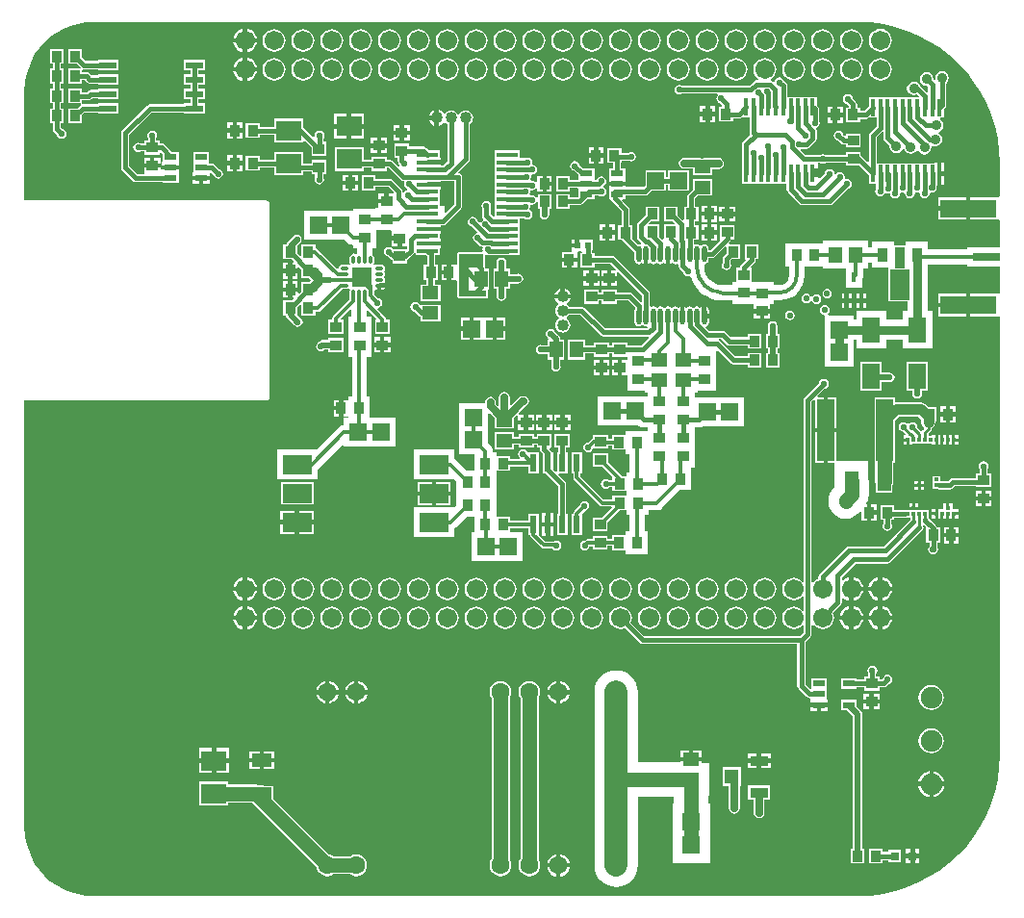
<source format=gtl>
G04 Layer_Physical_Order=1*
G04 Layer_Color=255*
%FSLAX23Y23*%
%MOIN*%
G70*
G01*
G75*
%ADD10C,0.012*%
%ADD11R,0.059X0.059*%
%ADD12R,0.037X0.039*%
%ADD13R,0.045X0.057*%
%ADD14R,0.045X0.071*%
%ADD15R,0.039X0.037*%
%ADD16R,0.039X0.035*%
%ADD17R,0.057X0.045*%
%ADD18R,0.059X0.059*%
%ADD19R,0.035X0.039*%
%ADD20R,0.018X0.059*%
%ADD21R,0.018X0.035*%
%ADD22O,0.018X0.057*%
%ADD23R,0.023X0.024*%
%ADD24R,0.073X0.018*%
%ADD25R,0.089X0.071*%
%ADD26R,0.043X0.022*%
%ADD27R,0.061X0.022*%
%ADD28R,0.051X0.051*%
%ADD29R,0.063X0.035*%
%ADD30R,0.043X0.024*%
%ADD31R,0.193X0.063*%
%ADD32R,0.093X0.028*%
%ADD33R,0.067X0.106*%
%ADD34R,0.035X0.051*%
%ADD35R,0.035X0.075*%
%ADD36R,0.061X0.087*%
%ADD37R,0.059X0.213*%
%ADD38R,0.013X0.013*%
%ADD39R,0.024X0.061*%
%ADD40R,0.100X0.065*%
%ADD41R,0.069X0.069*%
%ADD42O,0.031X0.012*%
%ADD43O,0.012X0.031*%
%ADD44R,0.071X0.045*%
%ADD45R,0.031X0.031*%
%ADD46C,0.050*%
%ADD47C,0.025*%
%ADD48C,0.015*%
%ADD49C,0.035*%
%ADD50C,0.010*%
%ADD51C,0.020*%
%ADD52C,0.080*%
%ADD53C,0.013*%
%ADD54C,0.030*%
%ADD55R,0.060X0.023*%
%ADD56R,0.033X0.023*%
%ADD57R,0.084X0.046*%
%ADD58R,0.033X0.126*%
%ADD59C,0.063*%
%ADD60C,0.067*%
%ADD61C,0.040*%
%ADD62C,0.075*%
%ADD63C,0.021*%
%ADD64C,0.035*%
G36*
X2943Y2137D02*
X2985Y2132D01*
X3027Y2122D01*
X3067Y2109D01*
X3107Y2093D01*
X3144Y2073D01*
X3180Y2051D01*
X3214Y2025D01*
X3246Y1996D01*
X3275Y1964D01*
X3301Y1930D01*
X3323Y1894D01*
X3343Y1857D01*
X3359Y1817D01*
X3372Y1777D01*
X3382Y1735D01*
X3387Y1693D01*
X3389Y1651D01*
X3389Y1650D01*
Y1534D01*
X3384Y1533D01*
X3384Y1533D01*
X3287D01*
Y1493D01*
Y1454D01*
X3384D01*
X3384Y1454D01*
X3389Y1452D01*
Y1360D01*
X3276D01*
Y1352D01*
X3140D01*
Y1378D01*
X3064D01*
Y1364D01*
X3022D01*
Y1378D01*
X2946D01*
Y1359D01*
X2933D01*
Y1381D01*
X2777D01*
Y1372D01*
X2647D01*
Y1292D01*
X2659D01*
Y1260D01*
X2659D01*
X2658Y1251D01*
X2655Y1244D01*
X2650Y1238D01*
X2644Y1233D01*
X2636Y1229D01*
X2628Y1228D01*
Y1228D01*
X2606D01*
Y1239D01*
X2543D01*
Y1239D01*
X2529D01*
Y1288D01*
X2529D01*
X2527Y1292D01*
X2539Y1304D01*
X2542Y1309D01*
X2543Y1314D01*
Y1318D01*
X2553D01*
Y1369D01*
X2505D01*
Y1318D01*
X2507D01*
X2509Y1313D01*
X2493Y1298D01*
X2490Y1293D01*
X2489Y1288D01*
X2477D01*
Y1239D01*
X2463D01*
Y1227D01*
X2430D01*
X2429Y1227D01*
X2417Y1228D01*
X2405Y1232D01*
X2395Y1237D01*
X2385Y1245D01*
X2377Y1255D01*
X2371Y1266D01*
X2368Y1278D01*
X2367Y1290D01*
X2367Y1290D01*
Y1300D01*
X2371Y1301D01*
X2376Y1304D01*
X2379Y1309D01*
X2381Y1315D01*
Y1321D01*
X2392D01*
X2397Y1322D01*
X2401Y1325D01*
X2438Y1361D01*
X2442Y1359D01*
Y1339D01*
X2433Y1330D01*
X2430Y1325D01*
X2429Y1320D01*
Y1306D01*
X2427Y1303D01*
X2425Y1296D01*
X2427Y1290D01*
X2430Y1285D01*
X2436Y1281D01*
X2442Y1280D01*
X2449Y1281D01*
X2454Y1285D01*
X2458Y1290D01*
X2459Y1296D01*
X2458Y1303D01*
X2456Y1306D01*
Y1314D01*
X2460Y1318D01*
X2490D01*
Y1369D01*
X2453D01*
X2451Y1374D01*
X2455Y1378D01*
X2458Y1382D01*
X2458Y1386D01*
X2471D01*
Y1435D01*
X2419D01*
Y1386D01*
X2419D01*
X2421Y1383D01*
X2386Y1348D01*
X2381D01*
Y1354D01*
X2379Y1360D01*
X2376Y1365D01*
X2371Y1368D01*
X2365Y1369D01*
X2360Y1368D01*
X2356Y1366D01*
X2353Y1365D01*
X2349Y1366D01*
X2346Y1368D01*
X2340Y1369D01*
X2334Y1368D01*
X2334Y1368D01*
X2329Y1370D01*
Y1385D01*
X2345D01*
Y1436D01*
X2334D01*
Y1448D01*
X2345D01*
Y1500D01*
X2334D01*
Y1528D01*
X2344Y1538D01*
X2394D01*
Y1595D01*
X2325D01*
Y1557D01*
X2311Y1543D01*
X2308Y1539D01*
X2307Y1534D01*
Y1500D01*
X2296D01*
Y1455D01*
X2291Y1453D01*
X2274Y1469D01*
Y1500D01*
X2225D01*
Y1449D01*
X2256D01*
X2263Y1442D01*
X2261Y1437D01*
X2225D01*
Y1388D01*
X2220Y1386D01*
X2211Y1394D01*
Y1437D01*
X2175D01*
X2173Y1442D01*
X2180Y1449D01*
X2211D01*
Y1500D01*
X2162D01*
Y1469D01*
X2136Y1444D01*
X2133Y1440D01*
X2132Y1434D01*
Y1394D01*
X2133Y1389D01*
X2136Y1385D01*
X2147Y1374D01*
X2147Y1367D01*
X2146Y1367D01*
X2144Y1368D01*
X2139Y1369D01*
X2136Y1369D01*
X2118Y1387D01*
Y1436D01*
X2107D01*
Y1488D01*
X2106Y1494D01*
X2103Y1498D01*
X2081Y1520D01*
X2083Y1524D01*
X2092D01*
Y1539D01*
X2161D01*
X2166Y1540D01*
X2171Y1543D01*
X2182Y1554D01*
X2233D01*
Y1576D01*
X2241D01*
Y1554D01*
X2312D01*
Y1625D01*
X2241D01*
Y1603D01*
X2233D01*
Y1625D01*
X2162D01*
Y1573D01*
X2155Y1567D01*
X2094D01*
Y1571D01*
X2064D01*
X2035D01*
Y1560D01*
X2035D01*
X2037Y1558D01*
Y1524D01*
X2041D01*
X2042Y1521D01*
X2045Y1517D01*
X2079Y1483D01*
Y1436D01*
X2068D01*
Y1385D01*
X2081D01*
X2083Y1382D01*
X2123Y1342D01*
Y1315D01*
X2125Y1309D01*
X2128Y1304D01*
X2133Y1301D01*
X2139Y1299D01*
X2144Y1301D01*
X2149Y1304D01*
X2154Y1301D01*
X2156Y1299D01*
Y1334D01*
X2171D01*
Y1299D01*
X2174Y1301D01*
X2178Y1304D01*
X2183Y1301D01*
X2189Y1299D01*
X2195Y1301D01*
X2198Y1303D01*
X2202Y1304D01*
X2205Y1303D01*
X2208Y1301D01*
X2214Y1299D01*
X2220Y1301D01*
X2225Y1304D01*
X2229Y1301D01*
X2232Y1299D01*
Y1334D01*
X2247D01*
Y1299D01*
X2250Y1301D01*
X2254Y1304D01*
X2259Y1301D01*
X2265Y1299D01*
X2270Y1301D01*
X2271Y1301D01*
X2276Y1298D01*
Y1296D01*
X2277Y1291D01*
X2280Y1286D01*
X2294Y1273D01*
X2294Y1270D01*
X2298Y1264D01*
X2304Y1260D01*
X2310Y1259D01*
X2316Y1260D01*
X2318Y1260D01*
X2319Y1254D01*
X2326Y1237D01*
X2336Y1222D01*
X2348Y1208D01*
X2361Y1196D01*
X2377Y1187D01*
X2394Y1180D01*
X2411Y1175D01*
X2430Y1174D01*
Y1174D01*
X2463D01*
Y1162D01*
X2526D01*
Y1162D01*
X2538D01*
Y1145D01*
X2566D01*
X2594D01*
Y1162D01*
X2606D01*
Y1176D01*
X2628D01*
Y1175D01*
X2644Y1177D01*
X2660Y1182D01*
X2675Y1190D01*
X2687Y1200D01*
X2698Y1213D01*
X2706Y1227D01*
X2710Y1243D01*
X2712Y1260D01*
X2712D01*
Y1292D01*
X2777D01*
Y1284D01*
X2855D01*
Y1219D01*
X2913D01*
Y1249D01*
X2913Y1250D01*
X2916Y1256D01*
X2917Y1263D01*
Y1284D01*
X2933D01*
Y1306D01*
X2946D01*
Y1287D01*
X3004D01*
Y1171D01*
X3069D01*
Y1137D01*
X3053D01*
Y1109D01*
X2995D01*
Y1137D01*
X2893D01*
Y1109D01*
X2882D01*
Y1123D01*
X2796D01*
X2794Y1128D01*
X2796Y1129D01*
X2800Y1135D01*
X2801Y1141D01*
X2800Y1147D01*
X2796Y1153D01*
X2790Y1157D01*
X2784Y1158D01*
X2778Y1157D01*
X2772Y1153D01*
X2768Y1147D01*
X2767Y1141D01*
X2768Y1135D01*
X2772Y1129D01*
X2778Y1125D01*
X2778Y1125D01*
X2782Y1123D01*
X2782Y1119D01*
Y1024D01*
Y945D01*
X2882D01*
Y1024D01*
Y1038D01*
X2893D01*
Y1010D01*
X2995D01*
Y1038D01*
X3053D01*
Y1010D01*
X3155D01*
Y1137D01*
X3139D01*
Y1287D01*
X3140D01*
Y1300D01*
X3276D01*
Y1292D01*
X3389D01*
Y1200D01*
X3384Y1198D01*
X3384Y1198D01*
X3287D01*
Y1159D01*
Y1119D01*
X3384D01*
X3384Y1119D01*
X3389Y1118D01*
Y-400D01*
X3389Y-401D01*
X3387Y-443D01*
X3382Y-485D01*
X3372Y-527D01*
X3359Y-567D01*
X3343Y-607D01*
X3323Y-644D01*
X3301Y-680D01*
X3275Y-714D01*
X3246Y-746D01*
X3214Y-775D01*
X3180Y-801D01*
X3144Y-823D01*
X3107Y-843D01*
X3067Y-859D01*
X3027Y-872D01*
X2985Y-882D01*
X2943Y-887D01*
X2901Y-889D01*
X2900Y-889D01*
X250D01*
X250Y-889D01*
X223Y-887D01*
X197Y-883D01*
X171Y-875D01*
X146Y-865D01*
X123Y-852D01*
X101Y-837D01*
X81Y-819D01*
X63Y-799D01*
X48Y-777D01*
X35Y-754D01*
X25Y-729D01*
X17Y-703D01*
X13Y-677D01*
X11Y-650D01*
X11Y-650D01*
Y829D01*
X850D01*
X854Y830D01*
X858Y832D01*
X860Y836D01*
X861Y840D01*
Y1510D01*
X860Y1514D01*
X858Y1518D01*
X854Y1520D01*
X850Y1521D01*
X11D01*
Y1900D01*
X11Y1900D01*
X13Y1927D01*
X17Y1953D01*
X25Y1979D01*
X35Y2004D01*
X48Y2027D01*
X63Y2049D01*
X81Y2069D01*
X101Y2087D01*
X123Y2102D01*
X146Y2115D01*
X171Y2125D01*
X197Y2133D01*
X223Y2137D01*
X250Y2139D01*
X250Y2139D01*
X2900D01*
X2901Y2139D01*
X2943Y2137D01*
D02*
G37*
%LPC*%
G36*
X782Y2116D02*
Y2082D01*
X816D01*
X815Y2086D01*
X811Y2096D01*
X805Y2105D01*
X796Y2111D01*
X786Y2115D01*
X782Y2116D01*
D02*
G37*
G36*
X767D02*
X764Y2115D01*
X754Y2111D01*
X745Y2105D01*
X739Y2096D01*
X735Y2086D01*
X734Y2082D01*
X767D01*
Y2116D01*
D02*
G37*
G36*
X2975Y2116D02*
X2965Y2114D01*
X2955Y2110D01*
X2947Y2104D01*
X2941Y2096D01*
X2937Y2086D01*
X2935Y2076D01*
X2937Y2066D01*
X2941Y2056D01*
X2947Y2048D01*
X2955Y2042D01*
X2965Y2038D01*
X2975Y2036D01*
X2985Y2038D01*
X2995Y2042D01*
X3003Y2048D01*
X3009Y2056D01*
X3013Y2066D01*
X3015Y2076D01*
X3013Y2086D01*
X3009Y2096D01*
X3003Y2104D01*
X2995Y2110D01*
X2985Y2114D01*
X2975Y2116D01*
D02*
G37*
G36*
X2875Y2115D02*
X2865Y2113D01*
X2855Y2109D01*
X2847Y2103D01*
X2841Y2095D01*
X2837Y2085D01*
X2835Y2075D01*
X2837Y2065D01*
X2841Y2055D01*
X2847Y2047D01*
X2855Y2041D01*
X2865Y2037D01*
X2875Y2035D01*
X2885Y2037D01*
X2895Y2041D01*
X2903Y2047D01*
X2909Y2055D01*
X2913Y2065D01*
X2915Y2075D01*
X2913Y2085D01*
X2909Y2095D01*
X2903Y2103D01*
X2895Y2109D01*
X2885Y2113D01*
X2875Y2115D01*
D02*
G37*
G36*
X2775D02*
X2765Y2113D01*
X2755Y2109D01*
X2747Y2103D01*
X2741Y2095D01*
X2737Y2085D01*
X2735Y2075D01*
X2737Y2065D01*
X2741Y2055D01*
X2747Y2047D01*
X2755Y2041D01*
X2765Y2037D01*
X2775Y2035D01*
X2785Y2037D01*
X2795Y2041D01*
X2803Y2047D01*
X2809Y2055D01*
X2813Y2065D01*
X2815Y2075D01*
X2813Y2085D01*
X2809Y2095D01*
X2803Y2103D01*
X2795Y2109D01*
X2785Y2113D01*
X2775Y2115D01*
D02*
G37*
G36*
X2675D02*
X2665Y2113D01*
X2655Y2109D01*
X2647Y2103D01*
X2641Y2095D01*
X2637Y2085D01*
X2635Y2075D01*
X2637Y2065D01*
X2641Y2055D01*
X2647Y2047D01*
X2655Y2041D01*
X2665Y2037D01*
X2675Y2035D01*
X2685Y2037D01*
X2695Y2041D01*
X2703Y2047D01*
X2709Y2055D01*
X2713Y2065D01*
X2715Y2075D01*
X2713Y2085D01*
X2709Y2095D01*
X2703Y2103D01*
X2695Y2109D01*
X2685Y2113D01*
X2675Y2115D01*
D02*
G37*
G36*
X2575D02*
X2565Y2113D01*
X2555Y2109D01*
X2547Y2103D01*
X2541Y2095D01*
X2537Y2085D01*
X2535Y2075D01*
X2537Y2065D01*
X2541Y2055D01*
X2547Y2047D01*
X2555Y2041D01*
X2565Y2037D01*
X2575Y2035D01*
X2585Y2037D01*
X2595Y2041D01*
X2603Y2047D01*
X2609Y2055D01*
X2613Y2065D01*
X2615Y2075D01*
X2613Y2085D01*
X2609Y2095D01*
X2603Y2103D01*
X2595Y2109D01*
X2585Y2113D01*
X2575Y2115D01*
D02*
G37*
G36*
X2475D02*
X2465Y2113D01*
X2455Y2109D01*
X2447Y2103D01*
X2441Y2095D01*
X2437Y2085D01*
X2435Y2075D01*
X2437Y2065D01*
X2441Y2055D01*
X2447Y2047D01*
X2455Y2041D01*
X2465Y2037D01*
X2475Y2035D01*
X2485Y2037D01*
X2495Y2041D01*
X2503Y2047D01*
X2509Y2055D01*
X2513Y2065D01*
X2515Y2075D01*
X2513Y2085D01*
X2509Y2095D01*
X2503Y2103D01*
X2495Y2109D01*
X2485Y2113D01*
X2475Y2115D01*
D02*
G37*
G36*
X2375D02*
X2365Y2113D01*
X2355Y2109D01*
X2347Y2103D01*
X2341Y2095D01*
X2337Y2085D01*
X2335Y2075D01*
X2337Y2065D01*
X2341Y2055D01*
X2347Y2047D01*
X2355Y2041D01*
X2365Y2037D01*
X2375Y2035D01*
X2385Y2037D01*
X2395Y2041D01*
X2403Y2047D01*
X2409Y2055D01*
X2413Y2065D01*
X2415Y2075D01*
X2413Y2085D01*
X2409Y2095D01*
X2403Y2103D01*
X2395Y2109D01*
X2385Y2113D01*
X2375Y2115D01*
D02*
G37*
G36*
X2275D02*
X2265Y2113D01*
X2255Y2109D01*
X2247Y2103D01*
X2241Y2095D01*
X2237Y2085D01*
X2235Y2075D01*
X2237Y2065D01*
X2241Y2055D01*
X2247Y2047D01*
X2255Y2041D01*
X2265Y2037D01*
X2275Y2035D01*
X2285Y2037D01*
X2295Y2041D01*
X2303Y2047D01*
X2309Y2055D01*
X2313Y2065D01*
X2315Y2075D01*
X2313Y2085D01*
X2309Y2095D01*
X2303Y2103D01*
X2295Y2109D01*
X2285Y2113D01*
X2275Y2115D01*
D02*
G37*
G36*
X2175D02*
X2165Y2113D01*
X2155Y2109D01*
X2147Y2103D01*
X2141Y2095D01*
X2137Y2085D01*
X2135Y2075D01*
X2137Y2065D01*
X2141Y2055D01*
X2147Y2047D01*
X2155Y2041D01*
X2165Y2037D01*
X2175Y2035D01*
X2185Y2037D01*
X2195Y2041D01*
X2203Y2047D01*
X2209Y2055D01*
X2213Y2065D01*
X2215Y2075D01*
X2213Y2085D01*
X2209Y2095D01*
X2203Y2103D01*
X2195Y2109D01*
X2185Y2113D01*
X2175Y2115D01*
D02*
G37*
G36*
X2075D02*
X2065Y2113D01*
X2055Y2109D01*
X2047Y2103D01*
X2041Y2095D01*
X2037Y2085D01*
X2035Y2075D01*
X2037Y2065D01*
X2041Y2055D01*
X2047Y2047D01*
X2055Y2041D01*
X2065Y2037D01*
X2075Y2035D01*
X2085Y2037D01*
X2095Y2041D01*
X2103Y2047D01*
X2109Y2055D01*
X2113Y2065D01*
X2115Y2075D01*
X2113Y2085D01*
X2109Y2095D01*
X2103Y2103D01*
X2095Y2109D01*
X2085Y2113D01*
X2075Y2115D01*
D02*
G37*
G36*
X1975D02*
X1965Y2113D01*
X1955Y2109D01*
X1947Y2103D01*
X1941Y2095D01*
X1937Y2085D01*
X1935Y2075D01*
X1937Y2065D01*
X1941Y2055D01*
X1947Y2047D01*
X1955Y2041D01*
X1965Y2037D01*
X1975Y2035D01*
X1985Y2037D01*
X1995Y2041D01*
X2003Y2047D01*
X2009Y2055D01*
X2013Y2065D01*
X2015Y2075D01*
X2013Y2085D01*
X2009Y2095D01*
X2003Y2103D01*
X1995Y2109D01*
X1985Y2113D01*
X1975Y2115D01*
D02*
G37*
G36*
X1875D02*
X1865Y2113D01*
X1855Y2109D01*
X1847Y2103D01*
X1841Y2095D01*
X1837Y2085D01*
X1835Y2075D01*
X1837Y2065D01*
X1841Y2055D01*
X1847Y2047D01*
X1855Y2041D01*
X1865Y2037D01*
X1875Y2035D01*
X1885Y2037D01*
X1895Y2041D01*
X1903Y2047D01*
X1909Y2055D01*
X1913Y2065D01*
X1915Y2075D01*
X1913Y2085D01*
X1909Y2095D01*
X1903Y2103D01*
X1895Y2109D01*
X1885Y2113D01*
X1875Y2115D01*
D02*
G37*
G36*
X1775D02*
X1765Y2113D01*
X1755Y2109D01*
X1747Y2103D01*
X1741Y2095D01*
X1737Y2085D01*
X1735Y2075D01*
X1737Y2065D01*
X1741Y2055D01*
X1747Y2047D01*
X1755Y2041D01*
X1765Y2037D01*
X1775Y2035D01*
X1785Y2037D01*
X1795Y2041D01*
X1803Y2047D01*
X1809Y2055D01*
X1813Y2065D01*
X1815Y2075D01*
X1813Y2085D01*
X1809Y2095D01*
X1803Y2103D01*
X1795Y2109D01*
X1785Y2113D01*
X1775Y2115D01*
D02*
G37*
G36*
X1675D02*
X1665Y2113D01*
X1655Y2109D01*
X1647Y2103D01*
X1641Y2095D01*
X1637Y2085D01*
X1635Y2075D01*
X1637Y2065D01*
X1641Y2055D01*
X1647Y2047D01*
X1655Y2041D01*
X1665Y2037D01*
X1675Y2035D01*
X1685Y2037D01*
X1695Y2041D01*
X1703Y2047D01*
X1709Y2055D01*
X1713Y2065D01*
X1715Y2075D01*
X1713Y2085D01*
X1709Y2095D01*
X1703Y2103D01*
X1695Y2109D01*
X1685Y2113D01*
X1675Y2115D01*
D02*
G37*
G36*
X1575D02*
X1565Y2113D01*
X1555Y2109D01*
X1547Y2103D01*
X1541Y2095D01*
X1537Y2085D01*
X1535Y2075D01*
X1537Y2065D01*
X1541Y2055D01*
X1547Y2047D01*
X1555Y2041D01*
X1565Y2037D01*
X1575Y2035D01*
X1585Y2037D01*
X1595Y2041D01*
X1603Y2047D01*
X1609Y2055D01*
X1613Y2065D01*
X1615Y2075D01*
X1613Y2085D01*
X1609Y2095D01*
X1603Y2103D01*
X1595Y2109D01*
X1585Y2113D01*
X1575Y2115D01*
D02*
G37*
G36*
X1475D02*
X1465Y2113D01*
X1455Y2109D01*
X1447Y2103D01*
X1441Y2095D01*
X1437Y2085D01*
X1435Y2075D01*
X1437Y2065D01*
X1441Y2055D01*
X1447Y2047D01*
X1455Y2041D01*
X1465Y2037D01*
X1475Y2035D01*
X1485Y2037D01*
X1495Y2041D01*
X1503Y2047D01*
X1509Y2055D01*
X1513Y2065D01*
X1515Y2075D01*
X1513Y2085D01*
X1509Y2095D01*
X1503Y2103D01*
X1495Y2109D01*
X1485Y2113D01*
X1475Y2115D01*
D02*
G37*
G36*
X1375D02*
X1365Y2113D01*
X1355Y2109D01*
X1347Y2103D01*
X1341Y2095D01*
X1337Y2085D01*
X1335Y2075D01*
X1337Y2065D01*
X1341Y2055D01*
X1347Y2047D01*
X1355Y2041D01*
X1365Y2037D01*
X1375Y2035D01*
X1385Y2037D01*
X1395Y2041D01*
X1403Y2047D01*
X1409Y2055D01*
X1413Y2065D01*
X1415Y2075D01*
X1413Y2085D01*
X1409Y2095D01*
X1403Y2103D01*
X1395Y2109D01*
X1385Y2113D01*
X1375Y2115D01*
D02*
G37*
G36*
X1275D02*
X1265Y2113D01*
X1255Y2109D01*
X1247Y2103D01*
X1241Y2095D01*
X1237Y2085D01*
X1235Y2075D01*
X1237Y2065D01*
X1241Y2055D01*
X1247Y2047D01*
X1255Y2041D01*
X1265Y2037D01*
X1275Y2035D01*
X1285Y2037D01*
X1295Y2041D01*
X1303Y2047D01*
X1309Y2055D01*
X1313Y2065D01*
X1315Y2075D01*
X1313Y2085D01*
X1309Y2095D01*
X1303Y2103D01*
X1295Y2109D01*
X1285Y2113D01*
X1275Y2115D01*
D02*
G37*
G36*
X1175D02*
X1165Y2113D01*
X1155Y2109D01*
X1147Y2103D01*
X1141Y2095D01*
X1137Y2085D01*
X1135Y2075D01*
X1137Y2065D01*
X1141Y2055D01*
X1147Y2047D01*
X1155Y2041D01*
X1165Y2037D01*
X1175Y2035D01*
X1185Y2037D01*
X1195Y2041D01*
X1203Y2047D01*
X1209Y2055D01*
X1213Y2065D01*
X1215Y2075D01*
X1213Y2085D01*
X1209Y2095D01*
X1203Y2103D01*
X1195Y2109D01*
X1185Y2113D01*
X1175Y2115D01*
D02*
G37*
G36*
X1075D02*
X1065Y2113D01*
X1055Y2109D01*
X1047Y2103D01*
X1041Y2095D01*
X1037Y2085D01*
X1035Y2075D01*
X1037Y2065D01*
X1041Y2055D01*
X1047Y2047D01*
X1055Y2041D01*
X1065Y2037D01*
X1075Y2035D01*
X1085Y2037D01*
X1095Y2041D01*
X1103Y2047D01*
X1109Y2055D01*
X1113Y2065D01*
X1115Y2075D01*
X1113Y2085D01*
X1109Y2095D01*
X1103Y2103D01*
X1095Y2109D01*
X1085Y2113D01*
X1075Y2115D01*
D02*
G37*
G36*
X975D02*
X965Y2113D01*
X955Y2109D01*
X947Y2103D01*
X941Y2095D01*
X937Y2085D01*
X935Y2075D01*
X937Y2065D01*
X941Y2055D01*
X947Y2047D01*
X955Y2041D01*
X965Y2037D01*
X975Y2035D01*
X985Y2037D01*
X995Y2041D01*
X1003Y2047D01*
X1009Y2055D01*
X1013Y2065D01*
X1015Y2075D01*
X1013Y2085D01*
X1009Y2095D01*
X1003Y2103D01*
X995Y2109D01*
X985Y2113D01*
X975Y2115D01*
D02*
G37*
G36*
X875D02*
X865Y2113D01*
X855Y2109D01*
X847Y2103D01*
X841Y2095D01*
X837Y2085D01*
X835Y2075D01*
X837Y2065D01*
X841Y2055D01*
X847Y2047D01*
X855Y2041D01*
X865Y2037D01*
X875Y2035D01*
X885Y2037D01*
X895Y2041D01*
X903Y2047D01*
X909Y2055D01*
X913Y2065D01*
X915Y2075D01*
X913Y2085D01*
X909Y2095D01*
X903Y2103D01*
X895Y2109D01*
X885Y2113D01*
X875Y2115D01*
D02*
G37*
G36*
X767Y2068D02*
X734D01*
X735Y2064D01*
X739Y2054D01*
X745Y2045D01*
X754Y2039D01*
X764Y2035D01*
X767Y2034D01*
Y2068D01*
D02*
G37*
G36*
X816D02*
X782D01*
Y2034D01*
X786Y2035D01*
X796Y2039D01*
X805Y2045D01*
X811Y2054D01*
X815Y2064D01*
X816Y2068D01*
D02*
G37*
G36*
X782Y2016D02*
Y1982D01*
X816D01*
X815Y1986D01*
X811Y1996D01*
X805Y2005D01*
X796Y2011D01*
X786Y2015D01*
X782Y2016D01*
D02*
G37*
G36*
X767D02*
X764Y2015D01*
X754Y2011D01*
X745Y2005D01*
X739Y1996D01*
X735Y1986D01*
X734Y1982D01*
X767D01*
Y2016D01*
D02*
G37*
G36*
X210Y2045D02*
X163D01*
Y1994D01*
X193D01*
X205Y1982D01*
X203Y1977D01*
X163D01*
Y1925D01*
X210D01*
Y1937D01*
X221D01*
X228Y1930D01*
X233Y1927D01*
X238Y1926D01*
X265D01*
Y1923D01*
X338D01*
Y1957D01*
X265D01*
Y1954D01*
X244D01*
X237Y1961D01*
X232Y1964D01*
X227Y1965D01*
X210D01*
Y1972D01*
X215Y1976D01*
X216Y1976D01*
X265D01*
Y1973D01*
X338D01*
Y2007D01*
X265D01*
Y2004D01*
X222D01*
X210Y2015D01*
Y2045D01*
D02*
G37*
G36*
X2575Y2015D02*
X2565Y2013D01*
X2555Y2009D01*
X2547Y2003D01*
X2541Y1995D01*
X2537Y1985D01*
X2535Y1975D01*
X2537Y1965D01*
X2541Y1955D01*
X2547Y1947D01*
X2553Y1942D01*
X2552Y1937D01*
X2546D01*
X2546Y1937D01*
X2541Y1936D01*
X2536Y1933D01*
X2536Y1933D01*
X2522Y1918D01*
X2288D01*
X2285Y1920D01*
X2279Y1921D01*
X2272Y1920D01*
X2267Y1916D01*
X2263Y1911D01*
X2262Y1904D01*
X2263Y1898D01*
X2267Y1892D01*
X2272Y1889D01*
X2279Y1888D01*
X2285Y1889D01*
X2288Y1891D01*
X2410D01*
X2412Y1887D01*
X2412Y1886D01*
X2409Y1880D01*
X2407Y1874D01*
X2409Y1868D01*
X2412Y1862D01*
X2418Y1858D01*
X2421Y1858D01*
X2428Y1851D01*
X2427Y1846D01*
X2416D01*
Y1794D01*
X2465D01*
Y1805D01*
X2486D01*
X2491Y1806D01*
X2492Y1807D01*
X2496Y1809D01*
X2496Y1809D01*
X2496Y1809D01*
X2523D01*
Y1756D01*
X2524Y1751D01*
X2526Y1748D01*
X2501Y1724D01*
X2498Y1719D01*
X2497Y1714D01*
Y1651D01*
X2496D01*
Y1580D01*
X2651D01*
Y1559D01*
X2652Y1554D01*
X2655Y1549D01*
X2695Y1509D01*
X2699Y1506D01*
X2704Y1505D01*
X2801D01*
X2806Y1506D01*
X2811Y1509D01*
X2864Y1562D01*
X2867Y1563D01*
X2872Y1567D01*
X2876Y1572D01*
X2877Y1578D01*
X2876Y1585D01*
X2872Y1590D01*
X2867Y1594D01*
X2860Y1595D01*
X2855Y1594D01*
X2852Y1597D01*
X2851Y1598D01*
X2852Y1602D01*
X2851Y1608D01*
X2847Y1614D01*
X2841Y1618D01*
X2835Y1619D01*
X2829Y1618D01*
X2823Y1614D01*
X2822Y1612D01*
X2818Y1613D01*
X2817Y1613D01*
X2816Y1619D01*
X2812Y1625D01*
X2806Y1628D01*
X2800Y1630D01*
X2794Y1628D01*
X2788Y1625D01*
X2784Y1619D01*
X2784Y1616D01*
X2765Y1597D01*
X2760Y1599D01*
Y1601D01*
X2741D01*
Y1631D01*
X2760D01*
Y1651D01*
X2768D01*
X2771Y1649D01*
X2777Y1648D01*
X2783Y1649D01*
X2786Y1651D01*
X2856D01*
Y1641D01*
X2903D01*
X2935Y1609D01*
Y1578D01*
X2961D01*
Y1561D01*
X2959Y1558D01*
X2958Y1552D01*
X2959Y1546D01*
X2963Y1540D01*
X2969Y1536D01*
X2975Y1535D01*
X2981Y1536D01*
X2987Y1540D01*
X2991Y1546D01*
X2992Y1546D01*
X2996Y1545D01*
X3002Y1544D01*
X3005Y1545D01*
X3009Y1545D01*
X3011Y1541D01*
X3011Y1539D01*
X3015Y1533D01*
X3021Y1529D01*
X3027Y1528D01*
X3033Y1529D01*
X3039Y1533D01*
X3043Y1539D01*
X3044Y1545D01*
X3044Y1545D01*
X3048Y1549D01*
X3052Y1548D01*
X3057Y1549D01*
X3060Y1546D01*
X3061Y1545D01*
X3061Y1545D01*
X3062Y1539D01*
X3066Y1533D01*
X3071Y1529D01*
X3078Y1528D01*
X3084Y1529D01*
X3090Y1533D01*
X3093Y1539D01*
X3095Y1545D01*
X3094Y1546D01*
X3096Y1547D01*
X3099Y1549D01*
X3104Y1548D01*
X3108Y1549D01*
X3112Y1546D01*
X3112Y1545D01*
X3114Y1540D01*
X3117Y1534D01*
X3123Y1530D01*
X3129Y1529D01*
X3136Y1530D01*
X3141Y1534D01*
X3145Y1540D01*
X3146Y1545D01*
X3146Y1546D01*
X3150Y1549D01*
X3154Y1548D01*
X3160Y1549D01*
X3166Y1553D01*
X3170Y1559D01*
X3171Y1565D01*
X3170Y1571D01*
X3170Y1571D01*
X3172Y1576D01*
X3173D01*
Y1614D01*
Y1651D01*
X3163D01*
Y1649D01*
X2964D01*
Y1741D01*
X2982Y1759D01*
X2987Y1757D01*
Y1737D01*
X2988Y1732D01*
X2991Y1728D01*
X3007Y1711D01*
X3007Y1708D01*
X3009Y1699D01*
X3014Y1691D01*
X3022Y1686D01*
X3031Y1684D01*
X3040Y1686D01*
X3048Y1691D01*
X3053Y1699D01*
X3053Y1700D01*
X3058D01*
X3059Y1697D01*
X3064Y1689D01*
X3072Y1684D01*
X3081Y1682D01*
X3090Y1684D01*
X3098Y1689D01*
X3102Y1694D01*
X3103Y1695D01*
X3107Y1694D01*
X3112Y1687D01*
X3120Y1682D01*
X3129Y1680D01*
X3138Y1682D01*
X3146Y1687D01*
X3151Y1695D01*
X3153Y1704D01*
X3152Y1709D01*
X3156Y1712D01*
X3158Y1711D01*
X3167Y1709D01*
X3176Y1711D01*
X3184Y1716D01*
X3189Y1724D01*
X3191Y1733D01*
X3189Y1742D01*
X3184Y1750D01*
X3178Y1754D01*
X3179Y1759D01*
X3179Y1760D01*
X3187Y1765D01*
X3192Y1772D01*
X3194Y1782D01*
X3192Y1791D01*
X3187Y1799D01*
X3182Y1802D01*
X3184Y1807D01*
X3195D01*
Y1838D01*
X3199Y1841D01*
X3202Y1846D01*
X3203Y1851D01*
X3203Y1851D01*
Y1926D01*
X3206Y1928D01*
X3211Y1936D01*
X3213Y1945D01*
X3211Y1954D01*
X3206Y1962D01*
X3198Y1967D01*
X3189Y1969D01*
X3180Y1967D01*
X3172Y1962D01*
X3167Y1954D01*
X3165Y1945D01*
X3166Y1939D01*
X3162Y1937D01*
X3159Y1939D01*
X3160Y1941D01*
X3158Y1951D01*
X3153Y1958D01*
X3145Y1964D01*
X3136Y1965D01*
X3127Y1964D01*
X3119Y1958D01*
X3114Y1951D01*
X3112Y1941D01*
X3114Y1932D01*
X3119Y1924D01*
X3127Y1919D01*
X3136Y1917D01*
X3136Y1917D01*
X3141Y1913D01*
Y1897D01*
X3136Y1895D01*
X3114Y1917D01*
X3114Y1918D01*
X3109Y1926D01*
X3101Y1931D01*
X3092Y1933D01*
X3083Y1931D01*
X3075Y1926D01*
X3070Y1918D01*
X3068Y1909D01*
X3070Y1900D01*
X3075Y1892D01*
X3083Y1887D01*
X3092Y1885D01*
X3101Y1887D01*
X3104Y1889D01*
X3110Y1882D01*
X3108Y1878D01*
X2935D01*
Y1847D01*
X2919Y1831D01*
X2906D01*
Y1843D01*
X2895D01*
Y1854D01*
X2894Y1859D01*
X2891Y1863D01*
X2891Y1863D01*
X2879Y1875D01*
X2879Y1878D01*
X2875Y1884D01*
X2869Y1888D01*
X2863Y1889D01*
X2857Y1888D01*
X2851Y1884D01*
X2847Y1878D01*
X2846Y1872D01*
X2847Y1866D01*
X2851Y1860D01*
X2857Y1856D01*
X2860Y1856D01*
X2868Y1848D01*
Y1843D01*
X2857D01*
Y1791D01*
X2906D01*
Y1803D01*
X2925D01*
X2930Y1804D01*
X2931Y1805D01*
X2935Y1807D01*
X2935Y1807D01*
X2935Y1807D01*
X2962D01*
Y1778D01*
X2940Y1756D01*
X2937Y1752D01*
X2936Y1746D01*
Y1654D01*
X2931Y1652D01*
X2909Y1674D01*
X2908Y1675D01*
Y1688D01*
X2856D01*
Y1678D01*
X2786D01*
X2783Y1680D01*
X2777Y1681D01*
X2771Y1680D01*
X2768Y1678D01*
X2714D01*
X2699Y1694D01*
X2700Y1699D01*
X2702Y1700D01*
X2721D01*
X2727Y1701D01*
X2731Y1704D01*
X2751Y1724D01*
X2754Y1729D01*
X2755Y1734D01*
X2755Y1734D01*
Y1762D01*
X2755Y1762D01*
X2754Y1767D01*
X2753Y1768D01*
X2755Y1774D01*
X2761Y1778D01*
X2764Y1783D01*
X2766Y1790D01*
X2764Y1796D01*
X2763Y1799D01*
Y1837D01*
X2762Y1842D01*
X2759Y1846D01*
X2756Y1849D01*
Y1880D01*
X2653D01*
Y1917D01*
X2653Y1917D01*
X2652Y1922D01*
X2649Y1927D01*
X2649Y1927D01*
X2642Y1933D01*
X2642Y1936D01*
X2638Y1942D01*
X2632Y1946D01*
X2626Y1947D01*
X2620Y1946D01*
X2614Y1942D01*
X2610Y1936D01*
X2610Y1933D01*
X2604Y1931D01*
X2603Y1933D01*
X2598Y1936D01*
X2597Y1936D01*
X2596Y1938D01*
X2596Y1941D01*
X2603Y1947D01*
X2609Y1955D01*
X2613Y1965D01*
X2615Y1975D01*
X2613Y1985D01*
X2609Y1995D01*
X2603Y2003D01*
X2595Y2009D01*
X2585Y2013D01*
X2575Y2015D01*
D02*
G37*
G36*
X2975D02*
X2965Y2013D01*
X2955Y2009D01*
X2947Y2003D01*
X2941Y1995D01*
X2937Y1985D01*
X2935Y1975D01*
X2937Y1965D01*
X2941Y1955D01*
X2947Y1947D01*
X2955Y1941D01*
X2965Y1937D01*
X2975Y1935D01*
X2985Y1937D01*
X2995Y1941D01*
X3003Y1947D01*
X3009Y1955D01*
X3013Y1965D01*
X3015Y1975D01*
X3013Y1985D01*
X3009Y1995D01*
X3003Y2003D01*
X2995Y2009D01*
X2985Y2013D01*
X2975Y2015D01*
D02*
G37*
G36*
X2875D02*
X2865Y2013D01*
X2855Y2009D01*
X2847Y2003D01*
X2841Y1995D01*
X2837Y1985D01*
X2835Y1975D01*
X2837Y1965D01*
X2841Y1955D01*
X2847Y1947D01*
X2855Y1941D01*
X2865Y1937D01*
X2875Y1935D01*
X2885Y1937D01*
X2895Y1941D01*
X2903Y1947D01*
X2909Y1955D01*
X2913Y1965D01*
X2915Y1975D01*
X2913Y1985D01*
X2909Y1995D01*
X2903Y2003D01*
X2895Y2009D01*
X2885Y2013D01*
X2875Y2015D01*
D02*
G37*
G36*
X2775D02*
X2765Y2013D01*
X2755Y2009D01*
X2747Y2003D01*
X2741Y1995D01*
X2737Y1985D01*
X2735Y1975D01*
X2737Y1965D01*
X2741Y1955D01*
X2747Y1947D01*
X2755Y1941D01*
X2765Y1937D01*
X2775Y1935D01*
X2785Y1937D01*
X2795Y1941D01*
X2803Y1947D01*
X2809Y1955D01*
X2813Y1965D01*
X2815Y1975D01*
X2813Y1985D01*
X2809Y1995D01*
X2803Y2003D01*
X2795Y2009D01*
X2785Y2013D01*
X2775Y2015D01*
D02*
G37*
G36*
X2675D02*
X2665Y2013D01*
X2655Y2009D01*
X2647Y2003D01*
X2641Y1995D01*
X2637Y1985D01*
X2635Y1975D01*
X2637Y1965D01*
X2641Y1955D01*
X2647Y1947D01*
X2655Y1941D01*
X2665Y1937D01*
X2675Y1935D01*
X2685Y1937D01*
X2695Y1941D01*
X2703Y1947D01*
X2709Y1955D01*
X2713Y1965D01*
X2715Y1975D01*
X2713Y1985D01*
X2709Y1995D01*
X2703Y2003D01*
X2695Y2009D01*
X2685Y2013D01*
X2675Y2015D01*
D02*
G37*
G36*
X2475D02*
X2465Y2013D01*
X2455Y2009D01*
X2447Y2003D01*
X2441Y1995D01*
X2437Y1985D01*
X2435Y1975D01*
X2437Y1965D01*
X2441Y1955D01*
X2447Y1947D01*
X2455Y1941D01*
X2465Y1937D01*
X2475Y1935D01*
X2485Y1937D01*
X2495Y1941D01*
X2503Y1947D01*
X2509Y1955D01*
X2513Y1965D01*
X2515Y1975D01*
X2513Y1985D01*
X2509Y1995D01*
X2503Y2003D01*
X2495Y2009D01*
X2485Y2013D01*
X2475Y2015D01*
D02*
G37*
G36*
X2375D02*
X2365Y2013D01*
X2355Y2009D01*
X2347Y2003D01*
X2341Y1995D01*
X2337Y1985D01*
X2335Y1975D01*
X2337Y1965D01*
X2341Y1955D01*
X2347Y1947D01*
X2355Y1941D01*
X2365Y1937D01*
X2375Y1935D01*
X2385Y1937D01*
X2395Y1941D01*
X2403Y1947D01*
X2409Y1955D01*
X2413Y1965D01*
X2415Y1975D01*
X2413Y1985D01*
X2409Y1995D01*
X2403Y2003D01*
X2395Y2009D01*
X2385Y2013D01*
X2375Y2015D01*
D02*
G37*
G36*
X2275D02*
X2265Y2013D01*
X2255Y2009D01*
X2247Y2003D01*
X2241Y1995D01*
X2237Y1985D01*
X2235Y1975D01*
X2237Y1965D01*
X2241Y1955D01*
X2247Y1947D01*
X2255Y1941D01*
X2265Y1937D01*
X2275Y1935D01*
X2285Y1937D01*
X2295Y1941D01*
X2303Y1947D01*
X2309Y1955D01*
X2313Y1965D01*
X2315Y1975D01*
X2313Y1985D01*
X2309Y1995D01*
X2303Y2003D01*
X2295Y2009D01*
X2285Y2013D01*
X2275Y2015D01*
D02*
G37*
G36*
X2175D02*
X2165Y2013D01*
X2155Y2009D01*
X2147Y2003D01*
X2141Y1995D01*
X2137Y1985D01*
X2135Y1975D01*
X2137Y1965D01*
X2141Y1955D01*
X2147Y1947D01*
X2155Y1941D01*
X2165Y1937D01*
X2175Y1935D01*
X2185Y1937D01*
X2195Y1941D01*
X2203Y1947D01*
X2209Y1955D01*
X2213Y1965D01*
X2215Y1975D01*
X2213Y1985D01*
X2209Y1995D01*
X2203Y2003D01*
X2195Y2009D01*
X2185Y2013D01*
X2175Y2015D01*
D02*
G37*
G36*
X2075D02*
X2065Y2013D01*
X2055Y2009D01*
X2047Y2003D01*
X2041Y1995D01*
X2037Y1985D01*
X2035Y1975D01*
X2037Y1965D01*
X2041Y1955D01*
X2047Y1947D01*
X2055Y1941D01*
X2065Y1937D01*
X2075Y1935D01*
X2085Y1937D01*
X2095Y1941D01*
X2103Y1947D01*
X2109Y1955D01*
X2113Y1965D01*
X2115Y1975D01*
X2113Y1985D01*
X2109Y1995D01*
X2103Y2003D01*
X2095Y2009D01*
X2085Y2013D01*
X2075Y2015D01*
D02*
G37*
G36*
X1975D02*
X1965Y2013D01*
X1955Y2009D01*
X1947Y2003D01*
X1941Y1995D01*
X1937Y1985D01*
X1935Y1975D01*
X1937Y1965D01*
X1941Y1955D01*
X1947Y1947D01*
X1955Y1941D01*
X1965Y1937D01*
X1975Y1935D01*
X1985Y1937D01*
X1995Y1941D01*
X2003Y1947D01*
X2009Y1955D01*
X2013Y1965D01*
X2015Y1975D01*
X2013Y1985D01*
X2009Y1995D01*
X2003Y2003D01*
X1995Y2009D01*
X1985Y2013D01*
X1975Y2015D01*
D02*
G37*
G36*
X1875D02*
X1865Y2013D01*
X1855Y2009D01*
X1847Y2003D01*
X1841Y1995D01*
X1837Y1985D01*
X1835Y1975D01*
X1837Y1965D01*
X1841Y1955D01*
X1847Y1947D01*
X1855Y1941D01*
X1865Y1937D01*
X1875Y1935D01*
X1885Y1937D01*
X1895Y1941D01*
X1903Y1947D01*
X1909Y1955D01*
X1913Y1965D01*
X1915Y1975D01*
X1913Y1985D01*
X1909Y1995D01*
X1903Y2003D01*
X1895Y2009D01*
X1885Y2013D01*
X1875Y2015D01*
D02*
G37*
G36*
X1775D02*
X1765Y2013D01*
X1755Y2009D01*
X1747Y2003D01*
X1741Y1995D01*
X1737Y1985D01*
X1735Y1975D01*
X1737Y1965D01*
X1741Y1955D01*
X1747Y1947D01*
X1755Y1941D01*
X1765Y1937D01*
X1775Y1935D01*
X1785Y1937D01*
X1795Y1941D01*
X1803Y1947D01*
X1809Y1955D01*
X1813Y1965D01*
X1815Y1975D01*
X1813Y1985D01*
X1809Y1995D01*
X1803Y2003D01*
X1795Y2009D01*
X1785Y2013D01*
X1775Y2015D01*
D02*
G37*
G36*
X1675D02*
X1665Y2013D01*
X1655Y2009D01*
X1647Y2003D01*
X1641Y1995D01*
X1637Y1985D01*
X1635Y1975D01*
X1637Y1965D01*
X1641Y1955D01*
X1647Y1947D01*
X1655Y1941D01*
X1665Y1937D01*
X1675Y1935D01*
X1685Y1937D01*
X1695Y1941D01*
X1703Y1947D01*
X1709Y1955D01*
X1713Y1965D01*
X1715Y1975D01*
X1713Y1985D01*
X1709Y1995D01*
X1703Y2003D01*
X1695Y2009D01*
X1685Y2013D01*
X1675Y2015D01*
D02*
G37*
G36*
X1575D02*
X1565Y2013D01*
X1555Y2009D01*
X1547Y2003D01*
X1541Y1995D01*
X1537Y1985D01*
X1535Y1975D01*
X1537Y1965D01*
X1541Y1955D01*
X1547Y1947D01*
X1555Y1941D01*
X1565Y1937D01*
X1575Y1935D01*
X1585Y1937D01*
X1595Y1941D01*
X1603Y1947D01*
X1609Y1955D01*
X1613Y1965D01*
X1615Y1975D01*
X1613Y1985D01*
X1609Y1995D01*
X1603Y2003D01*
X1595Y2009D01*
X1585Y2013D01*
X1575Y2015D01*
D02*
G37*
G36*
X1475D02*
X1465Y2013D01*
X1455Y2009D01*
X1447Y2003D01*
X1441Y1995D01*
X1437Y1985D01*
X1435Y1975D01*
X1437Y1965D01*
X1441Y1955D01*
X1447Y1947D01*
X1455Y1941D01*
X1465Y1937D01*
X1475Y1935D01*
X1485Y1937D01*
X1495Y1941D01*
X1503Y1947D01*
X1509Y1955D01*
X1513Y1965D01*
X1515Y1975D01*
X1513Y1985D01*
X1509Y1995D01*
X1503Y2003D01*
X1495Y2009D01*
X1485Y2013D01*
X1475Y2015D01*
D02*
G37*
G36*
X1375D02*
X1365Y2013D01*
X1355Y2009D01*
X1347Y2003D01*
X1341Y1995D01*
X1337Y1985D01*
X1335Y1975D01*
X1337Y1965D01*
X1341Y1955D01*
X1347Y1947D01*
X1355Y1941D01*
X1365Y1937D01*
X1375Y1935D01*
X1385Y1937D01*
X1395Y1941D01*
X1403Y1947D01*
X1409Y1955D01*
X1413Y1965D01*
X1415Y1975D01*
X1413Y1985D01*
X1409Y1995D01*
X1403Y2003D01*
X1395Y2009D01*
X1385Y2013D01*
X1375Y2015D01*
D02*
G37*
G36*
X1275D02*
X1265Y2013D01*
X1255Y2009D01*
X1247Y2003D01*
X1241Y1995D01*
X1237Y1985D01*
X1235Y1975D01*
X1237Y1965D01*
X1241Y1955D01*
X1247Y1947D01*
X1255Y1941D01*
X1265Y1937D01*
X1275Y1935D01*
X1285Y1937D01*
X1295Y1941D01*
X1303Y1947D01*
X1309Y1955D01*
X1313Y1965D01*
X1315Y1975D01*
X1313Y1985D01*
X1309Y1995D01*
X1303Y2003D01*
X1295Y2009D01*
X1285Y2013D01*
X1275Y2015D01*
D02*
G37*
G36*
X1175D02*
X1165Y2013D01*
X1155Y2009D01*
X1147Y2003D01*
X1141Y1995D01*
X1137Y1985D01*
X1135Y1975D01*
X1137Y1965D01*
X1141Y1955D01*
X1147Y1947D01*
X1155Y1941D01*
X1165Y1937D01*
X1175Y1935D01*
X1185Y1937D01*
X1195Y1941D01*
X1203Y1947D01*
X1209Y1955D01*
X1213Y1965D01*
X1215Y1975D01*
X1213Y1985D01*
X1209Y1995D01*
X1203Y2003D01*
X1195Y2009D01*
X1185Y2013D01*
X1175Y2015D01*
D02*
G37*
G36*
X1075D02*
X1065Y2013D01*
X1055Y2009D01*
X1047Y2003D01*
X1041Y1995D01*
X1037Y1985D01*
X1035Y1975D01*
X1037Y1965D01*
X1041Y1955D01*
X1047Y1947D01*
X1055Y1941D01*
X1065Y1937D01*
X1075Y1935D01*
X1085Y1937D01*
X1095Y1941D01*
X1103Y1947D01*
X1109Y1955D01*
X1113Y1965D01*
X1115Y1975D01*
X1113Y1985D01*
X1109Y1995D01*
X1103Y2003D01*
X1095Y2009D01*
X1085Y2013D01*
X1075Y2015D01*
D02*
G37*
G36*
X975D02*
X965Y2013D01*
X955Y2009D01*
X947Y2003D01*
X941Y1995D01*
X937Y1985D01*
X935Y1975D01*
X937Y1965D01*
X941Y1955D01*
X947Y1947D01*
X955Y1941D01*
X965Y1937D01*
X975Y1935D01*
X985Y1937D01*
X995Y1941D01*
X1003Y1947D01*
X1009Y1955D01*
X1013Y1965D01*
X1015Y1975D01*
X1013Y1985D01*
X1009Y1995D01*
X1003Y2003D01*
X995Y2009D01*
X985Y2013D01*
X975Y2015D01*
D02*
G37*
G36*
X875D02*
X865Y2013D01*
X855Y2009D01*
X847Y2003D01*
X841Y1995D01*
X837Y1985D01*
X835Y1975D01*
X837Y1965D01*
X841Y1955D01*
X847Y1947D01*
X855Y1941D01*
X865Y1937D01*
X875Y1935D01*
X885Y1937D01*
X895Y1941D01*
X903Y1947D01*
X909Y1955D01*
X913Y1965D01*
X915Y1975D01*
X913Y1985D01*
X909Y1995D01*
X903Y2003D01*
X895Y2009D01*
X885Y2013D01*
X875Y2015D01*
D02*
G37*
G36*
X767Y1967D02*
X734D01*
X735Y1964D01*
X739Y1954D01*
X745Y1945D01*
X754Y1939D01*
X764Y1935D01*
X767Y1934D01*
Y1967D01*
D02*
G37*
G36*
X816D02*
X782D01*
Y1934D01*
X786Y1935D01*
X796Y1939D01*
X805Y1945D01*
X811Y1954D01*
X815Y1964D01*
X816Y1967D01*
D02*
G37*
G36*
X210Y1908D02*
X163D01*
Y1857D01*
X205D01*
X205Y1856D01*
X206Y1852D01*
X202Y1850D01*
X193Y1840D01*
X163D01*
Y1789D01*
X210D01*
Y1819D01*
X218Y1826D01*
X265D01*
Y1823D01*
X338D01*
Y1857D01*
X265D01*
Y1854D01*
X214D01*
X211Y1856D01*
X210Y1858D01*
Y1869D01*
X233D01*
X238Y1870D01*
X242Y1873D01*
X246Y1876D01*
X265D01*
Y1873D01*
X338D01*
Y1907D01*
X265D01*
Y1904D01*
X240D01*
X240Y1904D01*
X235Y1903D01*
X230Y1900D01*
X227Y1896D01*
X210D01*
Y1908D01*
D02*
G37*
G36*
X2404Y1848D02*
X2385D01*
Y1827D01*
X2404D01*
Y1848D01*
D02*
G37*
G36*
X2370D02*
X2351D01*
Y1827D01*
X2370D01*
Y1848D01*
D02*
G37*
G36*
X2845Y1845D02*
X2826D01*
Y1824D01*
X2845D01*
Y1845D01*
D02*
G37*
G36*
X2811D02*
X2792D01*
Y1824D01*
X2811D01*
Y1845D01*
D02*
G37*
G36*
X637Y2007D02*
X564D01*
Y1973D01*
X587D01*
Y1957D01*
X564D01*
Y1923D01*
X587D01*
Y1907D01*
X564D01*
Y1873D01*
X587D01*
Y1857D01*
X564D01*
Y1854D01*
X445D01*
X440Y1853D01*
X435Y1850D01*
X349Y1764D01*
X346Y1759D01*
X345Y1754D01*
Y1636D01*
X346Y1630D01*
X349Y1626D01*
X387Y1588D01*
X391Y1585D01*
X396Y1584D01*
X396Y1584D01*
X489D01*
Y1581D01*
X545D01*
Y1613D01*
X547Y1617D01*
X547Y1619D01*
Y1628D01*
X487D01*
Y1619D01*
X487Y1617D01*
X487Y1617D01*
X487Y1617D01*
X486Y1617D01*
X482Y1620D01*
Y1634D01*
X454D01*
X426D01*
Y1617D01*
X426Y1615D01*
X423Y1612D01*
X402D01*
X373Y1641D01*
Y1748D01*
X451Y1826D01*
X564D01*
Y1823D01*
X637D01*
Y1857D01*
X614D01*
Y1873D01*
X637D01*
Y1907D01*
X614D01*
Y1923D01*
X637D01*
Y1957D01*
X614D01*
Y1973D01*
X637D01*
Y2007D01*
D02*
G37*
G36*
X1431Y1834D02*
X1425Y1831D01*
X1419Y1827D01*
X1415Y1821D01*
X1412Y1814D01*
X1431D01*
Y1834D01*
D02*
G37*
G36*
X2404Y1812D02*
X2385D01*
Y1792D01*
X2404D01*
Y1812D01*
D02*
G37*
G36*
X2370D02*
X2351D01*
Y1792D01*
X2370D01*
Y1812D01*
D02*
G37*
G36*
X2845Y1809D02*
X2826D01*
Y1789D01*
X2845D01*
Y1809D01*
D02*
G37*
G36*
X2811D02*
X2792D01*
Y1789D01*
X2811D01*
Y1809D01*
D02*
G37*
G36*
X1187Y1821D02*
X1143D01*
Y1785D01*
X1187D01*
Y1821D01*
D02*
G37*
G36*
X1128D02*
X1083D01*
Y1785D01*
X1128D01*
Y1821D01*
D02*
G37*
G36*
X1431Y1799D02*
X1412D01*
X1415Y1793D01*
X1419Y1787D01*
X1425Y1783D01*
X1431Y1780D01*
Y1799D01*
D02*
G37*
G36*
X978Y1804D02*
X878D01*
Y1776D01*
X827D01*
Y1789D01*
X778D01*
Y1738D01*
X827D01*
Y1749D01*
X878D01*
Y1721D01*
X978D01*
Y1726D01*
X983Y1727D01*
X1005Y1705D01*
Y1674D01*
X1057D01*
Y1724D01*
X1047D01*
Y1736D01*
X1049Y1739D01*
X1050Y1745D01*
X1049Y1751D01*
X1045Y1757D01*
X1039Y1761D01*
X1033Y1762D01*
X1027Y1761D01*
X1021Y1757D01*
X1017Y1751D01*
X1016Y1745D01*
X1016Y1744D01*
X1013Y1738D01*
X1012Y1738D01*
X978Y1771D01*
Y1804D01*
D02*
G37*
G36*
X766Y1791D02*
X747D01*
Y1771D01*
X766D01*
Y1791D01*
D02*
G37*
G36*
X732D02*
X713D01*
Y1771D01*
X732D01*
Y1791D01*
D02*
G37*
G36*
X1346Y1783D02*
X1326D01*
Y1763D01*
X1346D01*
Y1783D01*
D02*
G37*
G36*
X1311D02*
X1290D01*
Y1763D01*
X1311D01*
Y1783D01*
D02*
G37*
G36*
X766Y1756D02*
X747D01*
Y1736D01*
X766D01*
Y1756D01*
D02*
G37*
G36*
X732D02*
X713D01*
Y1736D01*
X732D01*
Y1756D01*
D02*
G37*
G36*
X147Y2045D02*
X100D01*
Y1994D01*
X110D01*
Y1977D01*
X100D01*
Y1925D01*
X110D01*
Y1908D01*
X100D01*
Y1857D01*
X110D01*
Y1840D01*
X100D01*
Y1789D01*
X110D01*
Y1767D01*
X111Y1762D01*
X114Y1758D01*
X123Y1749D01*
X123Y1746D01*
X127Y1740D01*
X133Y1736D01*
X139Y1735D01*
X145Y1736D01*
X151Y1740D01*
X155Y1746D01*
X156Y1752D01*
X155Y1758D01*
X151Y1764D01*
X145Y1768D01*
X142Y1768D01*
X137Y1773D01*
Y1789D01*
X147D01*
Y1840D01*
X137D01*
Y1857D01*
X147D01*
Y1908D01*
X137D01*
Y1925D01*
X147D01*
Y1977D01*
X137D01*
Y1994D01*
X147D01*
Y2045D01*
D02*
G37*
G36*
X1187Y1770D02*
X1143D01*
Y1735D01*
X1187D01*
Y1770D01*
D02*
G37*
G36*
X1128D02*
X1083D01*
Y1735D01*
X1128D01*
Y1770D01*
D02*
G37*
G36*
X1346Y1748D02*
X1326D01*
Y1729D01*
X1346D01*
Y1748D01*
D02*
G37*
G36*
X1311D02*
X1290D01*
Y1729D01*
X1311D01*
Y1748D01*
D02*
G37*
G36*
X454Y1763D02*
X448Y1762D01*
X442Y1758D01*
X438Y1752D01*
X437Y1746D01*
X438Y1740D01*
X440Y1737D01*
Y1729D01*
X428D01*
Y1718D01*
X414D01*
X411Y1720D01*
X405Y1721D01*
X399Y1720D01*
X393Y1716D01*
X389Y1711D01*
X388Y1704D01*
X389Y1698D01*
X393Y1693D01*
X399Y1689D01*
X405Y1688D01*
X411Y1689D01*
X414Y1691D01*
X428D01*
Y1680D01*
X480D01*
Y1684D01*
X484Y1686D01*
X489Y1681D01*
Y1659D01*
X487Y1654D01*
X487Y1652D01*
Y1643D01*
X547D01*
Y1654D01*
X545Y1659D01*
Y1690D01*
X519D01*
X495Y1714D01*
X491Y1717D01*
X485Y1718D01*
X480D01*
Y1729D01*
X468D01*
Y1737D01*
X470Y1740D01*
X471Y1746D01*
X470Y1752D01*
X466Y1758D01*
X460Y1762D01*
X454Y1763D01*
D02*
G37*
G36*
X1267Y1737D02*
X1247D01*
Y1718D01*
X1267D01*
Y1737D01*
D02*
G37*
G36*
X1232D02*
X1211D01*
Y1718D01*
X1232D01*
Y1737D01*
D02*
G37*
G36*
X2831Y1762D02*
X2825Y1761D01*
X2819Y1757D01*
X2815Y1751D01*
X2814Y1745D01*
X2815Y1739D01*
X2819Y1733D01*
X2825Y1729D01*
X2828Y1729D01*
X2839Y1718D01*
X2839Y1718D01*
X2843Y1715D01*
X2849Y1714D01*
X2849Y1714D01*
X2856D01*
Y1704D01*
X2908D01*
Y1751D01*
X2856D01*
Y1746D01*
X2851Y1744D01*
X2847Y1748D01*
X2847Y1751D01*
X2843Y1757D01*
X2837Y1761D01*
X2831Y1762D01*
D02*
G37*
G36*
X1267Y1703D02*
X1247D01*
Y1684D01*
X1267D01*
Y1703D01*
D02*
G37*
G36*
X1232D02*
X1211D01*
Y1684D01*
X1232D01*
Y1703D01*
D02*
G37*
G36*
X2018Y1704D02*
X1999D01*
Y1684D01*
X2018D01*
Y1704D01*
D02*
G37*
G36*
X1984D02*
X1965D01*
Y1684D01*
X1984D01*
Y1704D01*
D02*
G37*
G36*
X978Y1690D02*
X878D01*
Y1662D01*
X827D01*
Y1675D01*
X778D01*
Y1624D01*
X827D01*
Y1634D01*
X878D01*
Y1607D01*
X978D01*
Y1622D01*
X1005D01*
Y1611D01*
X1018D01*
Y1602D01*
X1016Y1599D01*
X1015Y1593D01*
X1016Y1587D01*
X1020Y1581D01*
X1026Y1577D01*
X1032Y1576D01*
X1038Y1577D01*
X1044Y1581D01*
X1048Y1587D01*
X1049Y1593D01*
X1048Y1599D01*
X1046Y1602D01*
Y1611D01*
X1057D01*
Y1661D01*
X1005D01*
Y1650D01*
X978D01*
Y1690D01*
D02*
G37*
G36*
X766Y1677D02*
X747D01*
Y1657D01*
X766D01*
Y1677D01*
D02*
G37*
G36*
X732D02*
X713D01*
Y1657D01*
X732D01*
Y1677D01*
D02*
G37*
G36*
X2079Y1702D02*
X2030D01*
Y1651D01*
X2051D01*
Y1633D01*
X2037D01*
Y1601D01*
X2035Y1597D01*
X2035Y1595D01*
Y1586D01*
X2064D01*
X2094D01*
Y1597D01*
X2092Y1601D01*
Y1633D01*
X2078D01*
Y1651D01*
X2079D01*
Y1659D01*
X2103D01*
X2106Y1657D01*
X2112Y1656D01*
X2118Y1657D01*
X2124Y1660D01*
X2128Y1666D01*
X2129Y1672D01*
X2128Y1679D01*
X2124Y1684D01*
X2118Y1688D01*
X2112Y1689D01*
X2106Y1688D01*
X2103Y1686D01*
X2079D01*
Y1702D01*
D02*
G37*
G36*
X482Y1668D02*
X461D01*
Y1649D01*
X482D01*
Y1668D01*
D02*
G37*
G36*
X447D02*
X426D01*
Y1649D01*
X447D01*
Y1668D01*
D02*
G37*
G36*
X2018Y1669D02*
X1999D01*
Y1649D01*
X2018D01*
Y1669D01*
D02*
G37*
G36*
X1984D02*
X1965D01*
Y1649D01*
X1984D01*
Y1669D01*
D02*
G37*
G36*
X1446Y1834D02*
Y1807D01*
Y1780D01*
X1453Y1783D01*
X1459Y1787D01*
X1462Y1791D01*
X1467Y1792D01*
X1468Y1791D01*
X1470Y1788D01*
X1475Y1785D01*
Y1656D01*
X1461Y1641D01*
X1453D01*
Y1646D01*
X1408D01*
Y1661D01*
X1453D01*
Y1670D01*
X1451D01*
Y1694D01*
X1413D01*
X1404Y1703D01*
X1399Y1706D01*
X1394Y1707D01*
X1344D01*
Y1718D01*
X1292D01*
Y1668D01*
X1304D01*
Y1657D01*
X1305Y1652D01*
X1308Y1647D01*
X1310Y1646D01*
X1310Y1643D01*
X1311Y1641D01*
X1308Y1638D01*
X1288Y1657D01*
X1284Y1660D01*
X1278Y1661D01*
X1265D01*
Y1672D01*
X1213D01*
Y1661D01*
X1185D01*
Y1705D01*
X1085D01*
Y1622D01*
X1185D01*
Y1634D01*
X1213D01*
Y1623D01*
X1265D01*
Y1634D01*
X1273D01*
X1314Y1592D01*
X1314Y1592D01*
X1319Y1589D01*
X1324Y1588D01*
X1325D01*
X1327Y1584D01*
X1327Y1583D01*
X1326Y1577D01*
X1327Y1571D01*
X1331Y1565D01*
X1337Y1561D01*
X1337Y1561D01*
Y1556D01*
X1333Y1556D01*
X1327Y1552D01*
X1325Y1548D01*
X1320Y1550D01*
Y1553D01*
X1320Y1553D01*
X1319Y1558D01*
X1316Y1563D01*
X1316Y1563D01*
X1287Y1591D01*
X1283Y1594D01*
X1278Y1595D01*
X1228D01*
Y1607D01*
X1179D01*
Y1556D01*
X1228D01*
Y1568D01*
X1272D01*
X1289Y1550D01*
X1287Y1545D01*
X1273D01*
Y1518D01*
X1266D01*
Y1511D01*
X1238D01*
Y1494D01*
X1226D01*
Y1493D01*
X1150D01*
Y1484D01*
X979D01*
Y1384D01*
X1120D01*
X1130Y1374D01*
X1136Y1370D01*
X1142Y1367D01*
X1149Y1366D01*
X1150D01*
Y1355D01*
X1163D01*
Y1337D01*
X1159Y1334D01*
X1157Y1335D01*
X1155Y1336D01*
X1150Y1337D01*
X1146Y1336D01*
X1142Y1333D01*
X1139Y1329D01*
X1138Y1325D01*
Y1305D01*
X1139Y1301D01*
X1139Y1300D01*
X1135Y1297D01*
X1135Y1297D01*
X1131Y1298D01*
X1111D01*
X1106Y1297D01*
X1103Y1294D01*
X1100Y1290D01*
X1099Y1287D01*
X1096Y1285D01*
X1094Y1285D01*
X1027Y1352D01*
X1023Y1354D01*
X1019Y1355D01*
Y1369D01*
X970D01*
Y1329D01*
X965Y1327D01*
X956Y1336D01*
Y1364D01*
X964Y1372D01*
X966Y1373D01*
X970Y1379D01*
X971Y1385D01*
X970Y1391D01*
X966Y1397D01*
X961Y1401D01*
X955Y1402D01*
X948Y1401D01*
X943Y1397D01*
X941Y1395D01*
X920Y1373D01*
X917Y1369D01*
X907D01*
Y1317D01*
X936D01*
X943Y1310D01*
X941Y1306D01*
X939D01*
Y1285D01*
X958D01*
Y1288D01*
X963Y1290D01*
X970Y1283D01*
Y1252D01*
X997D01*
X1004Y1245D01*
X997Y1239D01*
X970D01*
Y1206D01*
X963Y1199D01*
X958Y1201D01*
Y1205D01*
X939D01*
Y1185D01*
X943D01*
X945Y1181D01*
X938Y1174D01*
X907D01*
Y1122D01*
X916D01*
X916Y1120D01*
X920Y1115D01*
X945Y1090D01*
X946Y1088D01*
X952Y1084D01*
X958Y1083D01*
X964Y1084D01*
X970Y1088D01*
X974Y1094D01*
X975Y1100D01*
X974Y1106D01*
X970Y1112D01*
X968Y1113D01*
X956Y1125D01*
Y1153D01*
X965Y1162D01*
X970Y1160D01*
Y1122D01*
X1019D01*
Y1135D01*
X1028D01*
X1028Y1135D01*
X1033Y1136D01*
X1037Y1139D01*
X1112Y1214D01*
X1121D01*
X1123Y1214D01*
X1131D01*
X1135Y1215D01*
X1135Y1215D01*
X1139Y1211D01*
X1139Y1211D01*
X1138Y1207D01*
Y1199D01*
X1138Y1197D01*
Y1178D01*
X1081Y1120D01*
X1078Y1116D01*
X1077Y1111D01*
X1074Y1108D01*
X1064D01*
Y1059D01*
X1115D01*
Y1108D01*
X1110D01*
X1108Y1113D01*
X1139Y1143D01*
X1144Y1142D01*
Y1120D01*
X1133D01*
Y1043D01*
Y980D01*
X1145D01*
Y841D01*
X1133D01*
Y829D01*
X1115D01*
Y801D01*
Y773D01*
X1133D01*
Y767D01*
X1117D01*
Y743D01*
X1111Y742D01*
X1104Y740D01*
X1099Y736D01*
X1022Y658D01*
X886D01*
Y554D01*
X1026D01*
Y588D01*
X1112Y675D01*
X1117Y673D01*
Y667D01*
X1295D01*
Y767D01*
X1208D01*
Y841D01*
X1198D01*
Y980D01*
X1212D01*
Y1043D01*
Y1120D01*
X1197D01*
Y1140D01*
X1201Y1142D01*
X1231Y1113D01*
X1229Y1108D01*
X1225D01*
Y1059D01*
X1277D01*
Y1108D01*
X1268D01*
X1263Y1110D01*
X1263Y1115D01*
X1260Y1119D01*
X1260Y1119D01*
X1234Y1145D01*
X1236Y1150D01*
X1240Y1151D01*
X1246Y1154D01*
X1250Y1160D01*
X1251Y1166D01*
X1250Y1173D01*
X1246Y1178D01*
X1240Y1182D01*
X1235Y1183D01*
X1222Y1196D01*
Y1209D01*
X1227Y1213D01*
X1229Y1212D01*
X1232D01*
Y1226D01*
X1239D01*
Y1234D01*
X1261D01*
X1259Y1236D01*
X1260Y1241D01*
X1261Y1246D01*
X1260Y1251D01*
X1257Y1255D01*
Y1257D01*
X1260Y1261D01*
X1261Y1266D01*
X1260Y1270D01*
X1259Y1272D01*
X1258Y1276D01*
X1259Y1279D01*
X1260Y1281D01*
X1261Y1285D01*
X1260Y1290D01*
X1257Y1294D01*
X1254Y1297D01*
X1249Y1298D01*
X1229D01*
X1225Y1297D01*
X1225Y1297D01*
X1221Y1300D01*
X1221Y1301D01*
X1222Y1305D01*
Y1325D01*
X1221Y1329D01*
X1218Y1333D01*
X1216Y1335D01*
Y1355D01*
X1230D01*
Y1417D01*
X1279D01*
X1283Y1416D01*
Y1397D01*
X1311D01*
Y1389D01*
X1319D01*
Y1363D01*
X1335D01*
Y1351D01*
X1287D01*
X1285Y1355D01*
X1279Y1359D01*
X1273Y1360D01*
X1267Y1359D01*
X1261Y1355D01*
X1257Y1349D01*
X1256Y1343D01*
X1257Y1337D01*
X1261Y1331D01*
X1267Y1327D01*
X1270Y1327D01*
X1280Y1317D01*
X1284Y1314D01*
X1285Y1314D01*
Y1302D01*
X1337D01*
Y1314D01*
X1340Y1317D01*
X1359Y1335D01*
X1359Y1335D01*
X1361Y1338D01*
X1366Y1337D01*
Y1331D01*
X1404D01*
X1405Y1330D01*
Y1297D01*
X1394D01*
Y1246D01*
X1404D01*
Y1230D01*
X1383D01*
Y1173D01*
X1453D01*
Y1230D01*
X1432D01*
Y1246D01*
X1443D01*
Y1297D01*
X1432D01*
Y1331D01*
X1451D01*
Y1355D01*
X1453D01*
Y1364D01*
X1408D01*
Y1379D01*
X1453D01*
Y1388D01*
X1451D01*
Y1406D01*
X1453D01*
Y1415D01*
X1408D01*
Y1430D01*
X1453D01*
Y1435D01*
X1459D01*
X1465Y1436D01*
X1469Y1439D01*
X1523Y1493D01*
X1523Y1493D01*
X1526Y1497D01*
X1527Y1502D01*
Y1602D01*
X1526Y1607D01*
X1523Y1612D01*
X1519Y1615D01*
X1516Y1615D01*
X1514Y1620D01*
X1549Y1655D01*
X1552Y1660D01*
X1553Y1665D01*
X1553Y1665D01*
Y1785D01*
X1558Y1788D01*
X1562Y1794D01*
X1564Y1800D01*
X1565Y1807D01*
X1564Y1814D01*
X1562Y1820D01*
X1558Y1826D01*
X1552Y1830D01*
X1546Y1832D01*
X1539Y1833D01*
X1532Y1832D01*
X1526Y1830D01*
X1520Y1826D01*
X1517Y1821D01*
X1514Y1820D01*
X1511Y1821D01*
X1508Y1826D01*
X1502Y1830D01*
X1496Y1832D01*
X1489Y1833D01*
X1482Y1832D01*
X1476Y1830D01*
X1470Y1826D01*
X1468Y1823D01*
X1467Y1822D01*
X1462Y1823D01*
X1459Y1827D01*
X1453Y1831D01*
X1446Y1834D01*
D02*
G37*
G36*
X766Y1642D02*
X747D01*
Y1622D01*
X766D01*
Y1642D01*
D02*
G37*
G36*
X732D02*
X713D01*
Y1622D01*
X732D01*
Y1642D01*
D02*
G37*
G36*
X3197Y1651D02*
X3188D01*
Y1621D01*
X3197D01*
Y1651D01*
D02*
G37*
G36*
X1726Y1694D02*
X1641D01*
Y1664D01*
Y1638D01*
Y1613D01*
Y1587D01*
Y1561D01*
Y1536D01*
Y1510D01*
Y1462D01*
X1636D01*
X1625Y1474D01*
Y1494D01*
X1627Y1497D01*
X1628Y1503D01*
X1627Y1509D01*
X1623Y1515D01*
X1617Y1519D01*
X1611Y1520D01*
X1605Y1519D01*
X1599Y1515D01*
X1595Y1509D01*
X1594Y1503D01*
X1595Y1497D01*
X1597Y1494D01*
Y1468D01*
X1598Y1463D01*
X1601Y1459D01*
X1601Y1457D01*
X1600Y1453D01*
X1595Y1450D01*
X1592Y1445D01*
X1587Y1444D01*
X1580Y1450D01*
X1580Y1453D01*
X1576Y1459D01*
X1570Y1463D01*
X1564Y1464D01*
X1558Y1463D01*
X1552Y1459D01*
X1548Y1453D01*
X1547Y1447D01*
X1548Y1441D01*
X1552Y1435D01*
X1558Y1432D01*
X1561Y1431D01*
X1579Y1413D01*
X1577Y1407D01*
X1575Y1407D01*
X1569Y1403D01*
X1565Y1397D01*
X1564Y1391D01*
X1565Y1385D01*
X1569Y1379D01*
X1575Y1375D01*
X1578Y1375D01*
X1586Y1366D01*
X1591Y1363D01*
X1596Y1362D01*
X1596D01*
X1599Y1357D01*
X1598Y1352D01*
X1599Y1347D01*
X1596Y1343D01*
X1596Y1342D01*
X1517D01*
X1512Y1341D01*
X1511Y1336D01*
Y1303D01*
X1508Y1299D01*
X1506Y1299D01*
X1489D01*
Y1272D01*
Y1244D01*
X1506D01*
X1508Y1244D01*
X1511Y1240D01*
Y1210D01*
Y1187D01*
X1512Y1183D01*
X1517Y1181D01*
X1610D01*
X1615Y1183D01*
X1616Y1187D01*
Y1210D01*
X1619Y1214D01*
X1621D01*
Y1284D01*
X1610D01*
X1607Y1289D01*
X1607Y1290D01*
Y1332D01*
X1611Y1335D01*
X1612Y1335D01*
X1616Y1333D01*
X1621Y1332D01*
X1621Y1332D01*
X1641D01*
Y1331D01*
X1726D01*
Y1357D01*
Y1382D01*
Y1408D01*
Y1434D01*
Y1460D01*
X1741D01*
X1741Y1460D01*
X1747Y1456D01*
X1753Y1455D01*
X1759Y1456D01*
X1765Y1460D01*
X1769Y1466D01*
X1770Y1472D01*
X1769Y1478D01*
X1765Y1484D01*
X1762Y1486D01*
X1761Y1492D01*
X1761Y1493D01*
X1763Y1500D01*
X1762Y1502D01*
X1766Y1507D01*
X1769Y1506D01*
X1775Y1507D01*
X1781Y1511D01*
X1784Y1516D01*
X1789Y1515D01*
X1789Y1515D01*
Y1492D01*
X1796D01*
Y1476D01*
X1795Y1472D01*
X1796Y1465D01*
X1800Y1460D01*
X1806Y1456D01*
X1812Y1455D01*
X1818Y1456D01*
X1824Y1460D01*
X1828Y1465D01*
X1829Y1472D01*
X1829Y1473D01*
Y1492D01*
X1836D01*
Y1543D01*
X1789D01*
Y1531D01*
X1789Y1531D01*
X1784Y1530D01*
X1781Y1535D01*
X1775Y1539D01*
X1769Y1540D01*
X1764Y1539D01*
X1764D01*
X1761Y1544D01*
X1762Y1545D01*
X1763Y1551D01*
X1763Y1552D01*
X1767Y1557D01*
X1769Y1556D01*
X1775Y1557D01*
X1781Y1561D01*
X1782Y1562D01*
X1787Y1561D01*
Y1551D01*
X1805D01*
Y1578D01*
Y1606D01*
X1787D01*
Y1585D01*
X1782Y1584D01*
X1781Y1585D01*
X1775Y1589D01*
X1769Y1590D01*
X1768Y1590D01*
X1767Y1590D01*
X1764Y1594D01*
X1764Y1595D01*
X1766Y1602D01*
X1765Y1607D01*
X1768Y1610D01*
X1769Y1611D01*
X1770Y1611D01*
X1776Y1612D01*
X1782Y1616D01*
X1786Y1621D01*
X1787Y1628D01*
X1786Y1634D01*
X1782Y1639D01*
X1776Y1643D01*
X1773Y1644D01*
X1770Y1646D01*
X1769Y1649D01*
X1770Y1653D01*
X1769Y1659D01*
X1765Y1665D01*
X1759Y1668D01*
X1753Y1670D01*
X1747Y1668D01*
X1744Y1667D01*
X1726D01*
Y1694D01*
D02*
G37*
G36*
X2346Y1669D02*
X2297D01*
X2289Y1667D01*
X2283Y1663D01*
X2279Y1657D01*
X2278Y1650D01*
X2279Y1643D01*
X2283Y1637D01*
X2289Y1633D01*
X2297Y1631D01*
X2325D01*
Y1609D01*
X2394D01*
Y1630D01*
X2415D01*
X2422Y1632D01*
X2428Y1636D01*
X2432Y1642D01*
X2434Y1649D01*
X2432Y1656D01*
X2428Y1663D01*
X2422Y1667D01*
X2415Y1668D01*
X2371D01*
X2364Y1667D01*
X2363Y1666D01*
X2356D01*
X2354Y1667D01*
X2346Y1669D01*
D02*
G37*
G36*
X651Y1690D02*
X595D01*
Y1657D01*
X595Y1656D01*
Y1652D01*
X595Y1651D01*
Y1621D01*
X593Y1617D01*
X593Y1615D01*
Y1606D01*
X653D01*
X653Y1616D01*
X657Y1618D01*
X666Y1610D01*
X666Y1607D01*
X670Y1601D01*
X676Y1597D01*
X682Y1596D01*
X688Y1597D01*
X694Y1601D01*
X698Y1607D01*
X699Y1613D01*
X698Y1619D01*
X694Y1625D01*
X688Y1629D01*
X685Y1629D01*
X669Y1645D01*
X665Y1648D01*
X659Y1649D01*
X654D01*
X651Y1652D01*
Y1656D01*
X651Y1657D01*
Y1690D01*
D02*
G37*
G36*
X1918Y1657D02*
X1911Y1656D01*
X1906Y1652D01*
X1902Y1646D01*
X1901Y1640D01*
X1902Y1634D01*
X1906Y1628D01*
X1911Y1624D01*
X1915Y1624D01*
X1931Y1608D01*
Y1600D01*
X1931Y1599D01*
Y1595D01*
X1926Y1592D01*
X1899D01*
Y1604D01*
X1852D01*
Y1553D01*
X1899D01*
Y1565D01*
X1927D01*
X1931Y1562D01*
Y1558D01*
X1931D01*
X1931Y1557D01*
Y1535D01*
X1927Y1531D01*
X1899D01*
Y1543D01*
X1852D01*
Y1492D01*
X1899D01*
Y1504D01*
X1933D01*
X1938Y1505D01*
X1942Y1508D01*
X1959Y1524D01*
X1986D01*
Y1539D01*
X1998D01*
X2003Y1536D01*
X2009Y1535D01*
X2015Y1536D01*
X2021Y1540D01*
X2025Y1545D01*
X2026Y1551D01*
X2025Y1558D01*
X2021Y1563D01*
X2016Y1567D01*
X2016Y1569D01*
X2016Y1572D01*
X2021Y1575D01*
X2025Y1581D01*
X2026Y1587D01*
X2025Y1593D01*
X2021Y1599D01*
X2015Y1603D01*
X2009Y1604D01*
X2003Y1603D01*
X1997Y1599D01*
X1993Y1593D01*
X1993Y1593D01*
X1988Y1593D01*
X1986Y1595D01*
Y1599D01*
X1986Y1600D01*
Y1633D01*
X1945D01*
X1934Y1643D01*
X1933Y1646D01*
X1930Y1652D01*
X1924Y1656D01*
X1918Y1657D01*
D02*
G37*
G36*
X1167Y1609D02*
X1148D01*
Y1589D01*
X1167D01*
Y1609D01*
D02*
G37*
G36*
X1133D02*
X1114D01*
Y1589D01*
X1133D01*
Y1609D01*
D02*
G37*
G36*
X1838Y1606D02*
X1820D01*
Y1586D01*
X1838D01*
Y1606D01*
D02*
G37*
G36*
X653Y1591D02*
X631D01*
Y1579D01*
X653D01*
Y1591D01*
D02*
G37*
G36*
X616D02*
X593D01*
Y1579D01*
X616D01*
Y1591D01*
D02*
G37*
G36*
X3197Y1606D02*
X3188D01*
Y1576D01*
X3197D01*
Y1606D01*
D02*
G37*
G36*
X1167Y1574D02*
X1148D01*
Y1554D01*
X1167D01*
Y1574D01*
D02*
G37*
G36*
X1133D02*
X1114D01*
Y1554D01*
X1133D01*
Y1574D01*
D02*
G37*
G36*
X1838Y1571D02*
X1820D01*
Y1551D01*
X1838D01*
Y1571D01*
D02*
G37*
G36*
X1258Y1545D02*
X1238D01*
Y1526D01*
X1258D01*
Y1545D01*
D02*
G37*
G36*
X3272Y1533D02*
X3176D01*
Y1501D01*
X3272D01*
Y1533D01*
D02*
G37*
G36*
X2410Y1502D02*
X2391D01*
Y1482D01*
X2410D01*
Y1502D01*
D02*
G37*
G36*
X2376D02*
X2357D01*
Y1482D01*
X2376D01*
Y1502D01*
D02*
G37*
G36*
X2473Y1500D02*
X2452D01*
Y1481D01*
X2473D01*
Y1500D01*
D02*
G37*
G36*
X2437D02*
X2417D01*
Y1481D01*
X2437D01*
Y1500D01*
D02*
G37*
G36*
X3272Y1486D02*
X3176D01*
Y1454D01*
X3272D01*
Y1486D01*
D02*
G37*
G36*
X2473Y1466D02*
X2452D01*
Y1447D01*
X2473D01*
Y1466D01*
D02*
G37*
G36*
X2437D02*
X2417D01*
Y1447D01*
X2437D01*
Y1466D01*
D02*
G37*
G36*
X2410Y1467D02*
X2391D01*
Y1446D01*
X2410D01*
Y1467D01*
D02*
G37*
G36*
X2376D02*
X2357D01*
Y1446D01*
X2376D01*
Y1467D01*
D02*
G37*
G36*
X2057Y1438D02*
X2037D01*
Y1418D01*
X2057D01*
Y1438D01*
D02*
G37*
G36*
X2022D02*
X2003D01*
Y1418D01*
X2022D01*
Y1438D01*
D02*
G37*
G36*
X2410D02*
X2391D01*
Y1418D01*
X2410D01*
Y1438D01*
D02*
G37*
G36*
X2376D02*
X2357D01*
Y1418D01*
X2376D01*
Y1438D01*
D02*
G37*
G36*
X2410Y1403D02*
X2391D01*
Y1383D01*
X2410D01*
Y1403D01*
D02*
G37*
G36*
X2376D02*
X2357D01*
Y1383D01*
X2376D01*
Y1403D01*
D02*
G37*
G36*
X2057Y1403D02*
X2037D01*
Y1383D01*
X2057D01*
Y1403D01*
D02*
G37*
G36*
X2022D02*
X2003D01*
Y1383D01*
X2022D01*
Y1403D01*
D02*
G37*
G36*
X1917Y1386D02*
X1905D01*
Y1373D01*
X1917D01*
Y1386D01*
D02*
G37*
G36*
X1304Y1382D02*
X1283D01*
Y1363D01*
X1304D01*
Y1382D01*
D02*
G37*
G36*
X1925Y1307D02*
X1906D01*
Y1287D01*
X1925D01*
Y1307D01*
D02*
G37*
G36*
X1891D02*
X1872D01*
Y1287D01*
X1891D01*
Y1307D01*
D02*
G37*
G36*
X924Y1306D02*
X905D01*
Y1285D01*
X924D01*
Y1306D01*
D02*
G37*
G36*
X1474Y1299D02*
X1455D01*
Y1279D01*
X1474D01*
Y1299D01*
D02*
G37*
G36*
X2029Y1278D02*
X2009D01*
Y1258D01*
X2029D01*
Y1278D01*
D02*
G37*
G36*
X2002D02*
X1982D01*
Y1258D01*
X2002D01*
Y1278D01*
D02*
G37*
G36*
X1967D02*
X1947D01*
Y1258D01*
X1967D01*
Y1278D01*
D02*
G37*
G36*
X958Y1270D02*
X939D01*
Y1250D01*
X958D01*
Y1270D01*
D02*
G37*
G36*
X924D02*
X905D01*
Y1250D01*
X924D01*
Y1270D01*
D02*
G37*
G36*
X1474Y1264D02*
X1455D01*
Y1244D01*
X1474D01*
Y1264D01*
D02*
G37*
G36*
X2064Y1243D02*
X2044D01*
Y1224D01*
X2064D01*
Y1243D01*
D02*
G37*
G36*
X2029D02*
X2009D01*
Y1224D01*
X2029D01*
Y1243D01*
D02*
G37*
G36*
X2002Y1243D02*
X1982D01*
Y1224D01*
X2002D01*
Y1243D01*
D02*
G37*
G36*
X1967D02*
X1947D01*
Y1224D01*
X1967D01*
Y1243D01*
D02*
G37*
G36*
X958Y1241D02*
X939D01*
Y1220D01*
X958D01*
Y1241D01*
D02*
G37*
G36*
X924D02*
X905D01*
Y1220D01*
X924D01*
Y1241D01*
D02*
G37*
G36*
X1261Y1219D02*
X1247D01*
Y1212D01*
X1249D01*
X1254Y1213D01*
X1259Y1216D01*
X1261Y1219D01*
D02*
G37*
G36*
X1883Y1216D02*
Y1196D01*
X1903D01*
X1900Y1203D01*
X1895Y1209D01*
X1889Y1213D01*
X1883Y1216D01*
D02*
G37*
G36*
X1868Y1216D02*
X1861Y1213D01*
X1855Y1209D01*
X1851Y1203D01*
X1848Y1196D01*
X1868D01*
Y1216D01*
D02*
G37*
G36*
X924Y1205D02*
X905D01*
Y1185D01*
X924D01*
Y1205D01*
D02*
G37*
G36*
X2791Y1215D02*
X2785Y1214D01*
X2780Y1210D01*
X2776Y1205D01*
X2775Y1198D01*
X2776Y1192D01*
X2780Y1186D01*
X2785Y1183D01*
X2791Y1181D01*
X2798Y1183D01*
X2803Y1186D01*
X2807Y1192D01*
X2808Y1198D01*
X2807Y1205D01*
X2803Y1210D01*
X2798Y1214D01*
X2791Y1215D01*
D02*
G37*
G36*
X2926Y1199D02*
X2917D01*
Y1181D01*
X2926D01*
Y1199D01*
D02*
G37*
G36*
X2902D02*
X2893D01*
Y1181D01*
X2902D01*
Y1199D01*
D02*
G37*
G36*
X2875D02*
X2866D01*
Y1181D01*
X2875D01*
Y1199D01*
D02*
G37*
G36*
X2851D02*
X2842D01*
Y1181D01*
X2851D01*
Y1199D01*
D02*
G37*
G36*
X1663Y1322D02*
X1657Y1321D01*
X1651Y1317D01*
X1647Y1312D01*
X1646Y1305D01*
X1647Y1300D01*
Y1284D01*
X1635D01*
Y1214D01*
X1647D01*
Y1193D01*
X1647Y1190D01*
X1648Y1184D01*
X1652Y1178D01*
X1657Y1175D01*
X1663Y1173D01*
X1670Y1175D01*
X1675Y1178D01*
X1679Y1184D01*
X1680Y1190D01*
X1680Y1193D01*
Y1214D01*
X1692D01*
Y1233D01*
X1721D01*
X1727Y1234D01*
X1728Y1234D01*
X1728Y1234D01*
X1734Y1238D01*
X1737Y1244D01*
X1739Y1250D01*
X1737Y1256D01*
X1734Y1262D01*
X1728Y1266D01*
X1722Y1267D01*
X1715Y1266D01*
X1715Y1265D01*
X1692D01*
Y1284D01*
X1680D01*
Y1305D01*
X1680Y1305D01*
X1680Y1305D01*
X1679Y1312D01*
X1675Y1317D01*
X1669Y1321D01*
X1663Y1322D01*
D02*
G37*
G36*
X1944Y1386D02*
X1940Y1386D01*
X1932D01*
Y1365D01*
X1925D01*
Y1358D01*
X1905D01*
Y1347D01*
X1905Y1345D01*
X1902Y1342D01*
X1872D01*
Y1322D01*
X1898D01*
X1925D01*
Y1340D01*
X1925Y1342D01*
X1929Y1345D01*
X1939Y1345D01*
X1943Y1340D01*
X1943Y1340D01*
X1937D01*
Y1289D01*
X1986D01*
Y1301D01*
X2041D01*
X2059Y1282D01*
X2057Y1278D01*
X2044D01*
Y1258D01*
X2064D01*
Y1271D01*
X2069Y1272D01*
X2150Y1191D01*
Y1171D01*
X2145Y1169D01*
X2117Y1198D01*
X2112Y1201D01*
X2107Y1202D01*
X2062D01*
Y1213D01*
X2011D01*
Y1202D01*
X2000D01*
Y1213D01*
X1949D01*
Y1163D01*
X2000D01*
Y1174D01*
X2011D01*
Y1163D01*
X2062D01*
Y1174D01*
X2101D01*
X2125Y1151D01*
Y1146D01*
X2125Y1145D01*
X2123Y1139D01*
Y1100D01*
X2125Y1094D01*
X2128Y1089D01*
X2133Y1086D01*
X2139Y1085D01*
X2144Y1086D01*
X2148Y1088D01*
X2151Y1089D01*
X2155Y1088D01*
X2158Y1086D01*
X2164Y1085D01*
X2168Y1086D01*
X2171Y1081D01*
X2167Y1078D01*
X2022D01*
X1951Y1149D01*
X1946Y1152D01*
X1941Y1153D01*
X1898D01*
X1894Y1158D01*
X1891Y1160D01*
X1891Y1161D01*
X1891Y1166D01*
X1895Y1169D01*
X1900Y1175D01*
X1903Y1181D01*
X1875D01*
X1848D01*
X1851Y1175D01*
X1855Y1169D01*
X1860Y1166D01*
X1860Y1161D01*
X1860Y1160D01*
X1857Y1158D01*
X1853Y1152D01*
X1850Y1146D01*
X1849Y1139D01*
X1850Y1132D01*
X1853Y1126D01*
X1857Y1120D01*
X1861Y1117D01*
X1862Y1114D01*
X1861Y1111D01*
X1857Y1108D01*
X1853Y1102D01*
X1850Y1096D01*
X1849Y1089D01*
X1850Y1082D01*
X1853Y1076D01*
X1857Y1070D01*
X1862Y1066D01*
X1869Y1064D01*
X1875Y1063D01*
X1882Y1064D01*
X1888Y1066D01*
X1894Y1070D01*
X1898Y1076D01*
X1901Y1082D01*
X1902Y1089D01*
X1901Y1096D01*
X1898Y1102D01*
X1894Y1108D01*
X1889Y1111D01*
X1889Y1114D01*
X1889Y1117D01*
X1894Y1120D01*
X1898Y1125D01*
X1935D01*
X2006Y1054D01*
X2011Y1051D01*
X2016Y1050D01*
X2172D01*
X2174Y1047D01*
X2174Y1045D01*
X2147Y1019D01*
X2099D01*
Y1030D01*
X2048D01*
Y1019D01*
X2035D01*
Y1030D01*
X1984D01*
Y1019D01*
X1952D01*
Y1039D01*
X1894D01*
Y969D01*
X1952D01*
Y991D01*
X1984D01*
Y980D01*
X2035D01*
Y991D01*
X2048D01*
Y980D01*
X2099D01*
Y969D01*
X2081D01*
Y942D01*
Y915D01*
X2099D01*
Y863D01*
X2161D01*
Y854D01*
X2170D01*
Y841D01*
X1997D01*
Y742D01*
X2136D01*
X2141Y738D01*
X2148Y735D01*
X2155Y734D01*
X2170D01*
Y723D01*
X2165Y723D01*
X2094D01*
Y709D01*
X2045D01*
Y695D01*
X2032D01*
Y709D01*
X1980D01*
Y697D01*
X1979Y697D01*
X1975Y694D01*
X1975Y694D01*
X1963Y683D01*
X1958Y682D01*
X1952Y678D01*
X1948Y672D01*
X1947Y666D01*
X1948Y660D01*
X1952Y654D01*
X1958Y650D01*
X1964Y649D01*
X1970Y650D01*
X1976Y654D01*
X1978Y657D01*
X1978Y658D01*
X1978Y658D01*
X1980Y660D01*
X1980Y661D01*
Y661D01*
X1985Y662D01*
X2032D01*
Y671D01*
X2045D01*
Y657D01*
X2094D01*
Y643D01*
X2106D01*
Y580D01*
X2097D01*
Y566D01*
X2080D01*
X2032Y614D01*
Y646D01*
X1980D01*
Y599D01*
X2012D01*
X2048Y563D01*
Y552D01*
X2035D01*
X2031Y555D01*
X2025Y556D01*
X2019Y555D01*
X2013Y551D01*
X2009Y545D01*
X2008Y539D01*
X2009Y533D01*
X2013Y527D01*
X2019Y523D01*
X2025Y522D01*
X2031Y523D01*
X2037Y527D01*
X2037Y528D01*
X2048D01*
Y514D01*
X2097D01*
Y499D01*
X2048D01*
Y485D01*
X2017D01*
X1936Y566D01*
Y575D01*
X1942D01*
Y648D01*
X1906D01*
Y575D01*
X1912D01*
Y561D01*
X1913Y556D01*
X1915Y552D01*
X2003Y464D01*
X2007Y462D01*
X2012Y461D01*
X2012Y461D01*
X2043D01*
X2046Y456D01*
X2011Y421D01*
X1979D01*
Y374D01*
X2031D01*
Y406D01*
X2072Y447D01*
X2097D01*
Y433D01*
X2106D01*
Y376D01*
X2094D01*
Y362D01*
X2045D01*
Y348D01*
X2031D01*
Y358D01*
X1979D01*
Y347D01*
X1961D01*
X1956Y346D01*
X1952Y343D01*
X1952Y343D01*
X1951Y343D01*
X1946Y342D01*
X1940Y338D01*
X1936Y332D01*
X1935Y326D01*
X1936Y320D01*
X1940Y314D01*
X1946Y310D01*
X1952Y309D01*
X1958Y310D01*
X1964Y314D01*
X1968Y320D01*
X1968Y322D01*
X1979D01*
Y311D01*
X2031D01*
Y324D01*
X2045D01*
Y310D01*
X2094D01*
Y296D01*
X2171D01*
Y376D01*
X2159D01*
Y433D01*
X2174D01*
Y447D01*
X2200D01*
X2207Y448D01*
X2213Y450D01*
X2219Y454D01*
X2281Y517D01*
X2321D01*
Y596D01*
X2326Y596D01*
X2334D01*
Y659D01*
Y723D01*
Y734D01*
X2348D01*
X2355Y735D01*
X2362Y738D01*
X2363Y739D01*
X2503D01*
Y838D01*
X2334D01*
Y854D01*
X2343D01*
Y863D01*
X2405D01*
Y926D01*
Y997D01*
X2410Y1002D01*
X2412Y1002D01*
X2456Y957D01*
X2461Y954D01*
X2466Y953D01*
X2516D01*
Y941D01*
X2563D01*
Y993D01*
X2516D01*
Y981D01*
X2472D01*
X2419Y1034D01*
X2415Y1036D01*
X2415Y1039D01*
X2416Y1041D01*
X2424D01*
X2442Y1023D01*
X2446Y1020D01*
X2452Y1019D01*
X2516D01*
Y1007D01*
X2563D01*
Y1059D01*
X2516D01*
Y1047D01*
X2457D01*
X2439Y1065D01*
X2435Y1068D01*
X2430Y1069D01*
X2382D01*
X2371Y1079D01*
X2373Y1085D01*
X2378Y1088D01*
X2381Y1093D01*
X2383Y1100D01*
Y1112D01*
X2365D01*
Y1120D01*
X2358D01*
Y1155D01*
X2355Y1153D01*
X2351Y1150D01*
X2346Y1153D01*
X2340Y1155D01*
X2334Y1153D01*
X2329Y1150D01*
X2326D01*
X2321Y1153D01*
X2315Y1155D01*
X2309Y1153D01*
X2304Y1150D01*
X2300Y1153D01*
X2297Y1155D01*
Y1120D01*
X2283D01*
X2282Y1120D01*
Y1155D01*
X2280Y1153D01*
X2275Y1150D01*
X2270Y1153D01*
X2265Y1155D01*
X2259Y1153D01*
X2255Y1151D01*
X2252Y1150D01*
X2249Y1151D01*
X2245Y1153D01*
X2239Y1155D01*
X2234Y1153D01*
X2229Y1150D01*
X2225D01*
X2220Y1153D01*
X2214Y1155D01*
X2208Y1153D01*
X2205Y1151D01*
X2202Y1150D01*
X2198Y1151D01*
X2195Y1153D01*
X2189Y1155D01*
X2183Y1153D01*
X2183Y1153D01*
X2178Y1156D01*
Y1197D01*
X2178Y1197D01*
X2177Y1202D01*
X2174Y1207D01*
X2056Y1324D01*
X2052Y1327D01*
X2047Y1328D01*
X1986D01*
Y1340D01*
X1976D01*
Y1347D01*
X1979D01*
Y1384D01*
X1948D01*
X1944Y1386D01*
D02*
G37*
G36*
X3272Y1198D02*
X3176D01*
Y1166D01*
X3272D01*
Y1198D01*
D02*
G37*
G36*
X2719Y1198D02*
X2713Y1197D01*
X2707Y1193D01*
X2703Y1187D01*
X2702Y1181D01*
X2703Y1175D01*
X2707Y1169D01*
X2713Y1165D01*
X2719Y1164D01*
X2725Y1165D01*
X2731Y1169D01*
X2733Y1173D01*
X2736Y1172D01*
X2739Y1172D01*
X2742Y1167D01*
X2748Y1163D01*
X2754Y1162D01*
X2760Y1163D01*
X2766Y1167D01*
X2770Y1172D01*
X2771Y1179D01*
X2770Y1185D01*
X2766Y1191D01*
X2760Y1194D01*
X2754Y1196D01*
X2748Y1194D01*
X2742Y1191D01*
X2740Y1187D01*
X2737Y1187D01*
X2734Y1188D01*
X2731Y1193D01*
X2725Y1197D01*
X2719Y1198D01*
D02*
G37*
G36*
X2926Y1166D02*
X2917D01*
Y1148D01*
X2926D01*
Y1166D01*
D02*
G37*
G36*
X2902D02*
X2893D01*
Y1148D01*
X2902D01*
Y1166D01*
D02*
G37*
G36*
X2875Y1166D02*
X2866D01*
Y1148D01*
X2875D01*
Y1166D01*
D02*
G37*
G36*
X2851D02*
X2842D01*
Y1148D01*
X2851D01*
Y1166D01*
D02*
G37*
G36*
X2373Y1155D02*
Y1127D01*
X2383D01*
Y1139D01*
X2381Y1146D01*
X2378Y1152D01*
X2373Y1155D01*
D02*
G37*
G36*
X3272Y1151D02*
X3176D01*
Y1119D01*
X3272D01*
Y1151D01*
D02*
G37*
G36*
X2594Y1130D02*
X2573D01*
Y1111D01*
X2594D01*
Y1130D01*
D02*
G37*
G36*
X2559D02*
X2538D01*
Y1111D01*
X2559D01*
Y1130D01*
D02*
G37*
G36*
X2663Y1139D02*
X2656Y1138D01*
X2651Y1134D01*
X2647Y1129D01*
X2646Y1122D01*
X2647Y1116D01*
X2651Y1111D01*
X2656Y1107D01*
X2663Y1106D01*
X2669Y1107D01*
X2674Y1111D01*
X2678Y1116D01*
X2679Y1122D01*
X2678Y1129D01*
X2674Y1134D01*
X2669Y1138D01*
X2663Y1139D01*
D02*
G37*
G36*
X1365Y1169D02*
X1359Y1168D01*
X1353Y1164D01*
X1349Y1158D01*
X1348Y1152D01*
X1349Y1146D01*
X1353Y1140D01*
X1359Y1136D01*
X1362Y1136D01*
X1377Y1121D01*
X1381Y1118D01*
X1383Y1117D01*
Y1102D01*
X1453D01*
Y1159D01*
X1383D01*
X1383Y1159D01*
X1379Y1161D01*
X1377Y1164D01*
X1371Y1168D01*
X1365Y1169D01*
D02*
G37*
G36*
X1647Y1114D02*
Y1084D01*
X1677D01*
Y1114D01*
X1647D01*
D02*
G37*
G36*
X1553D02*
X1523D01*
Y1084D01*
X1553D01*
Y1114D01*
D02*
G37*
G36*
X1677Y1069D02*
X1647D01*
Y1038D01*
X1677D01*
Y1069D01*
D02*
G37*
G36*
X1553D02*
X1523D01*
Y1038D01*
X1553D01*
Y1069D01*
D02*
G37*
G36*
X1602Y1114D02*
X1598D01*
X1597Y1114D01*
X1568D01*
Y1076D01*
Y1038D01*
X1597D01*
X1598Y1038D01*
X1602D01*
X1603Y1038D01*
X1632D01*
Y1076D01*
Y1114D01*
X1603D01*
X1602Y1114D01*
D02*
G37*
G36*
X1279Y1047D02*
X1258D01*
Y1028D01*
X1279D01*
Y1047D01*
D02*
G37*
G36*
X1243D02*
X1223D01*
Y1028D01*
X1243D01*
Y1047D01*
D02*
G37*
G36*
X1834Y1076D02*
X1828Y1075D01*
X1822Y1071D01*
X1818Y1065D01*
X1817Y1059D01*
X1818Y1053D01*
X1822Y1047D01*
X1824Y1046D01*
X1827Y1043D01*
X1825Y1039D01*
X1823D01*
Y1020D01*
X1803D01*
X1800Y1021D01*
X1794Y1020D01*
X1788Y1016D01*
X1784Y1010D01*
X1783Y1004D01*
X1784Y998D01*
X1788Y992D01*
X1794Y988D01*
X1800Y987D01*
X1802Y988D01*
X1823D01*
Y969D01*
X1836D01*
Y949D01*
X1835Y946D01*
X1836Y940D01*
X1840Y934D01*
X1846Y930D01*
X1852Y929D01*
X1858Y930D01*
X1864Y934D01*
X1868Y940D01*
X1869Y946D01*
X1868Y948D01*
Y969D01*
X1881D01*
Y1039D01*
X1868D01*
Y1041D01*
X1867Y1047D01*
X1864Y1052D01*
X1847Y1069D01*
X1846Y1071D01*
X1840Y1075D01*
X1834Y1076D01*
D02*
G37*
G36*
X1115Y1045D02*
X1064D01*
Y1037D01*
X1044D01*
X1038Y1035D01*
X1033Y1032D01*
X1028Y1027D01*
X1026Y1026D01*
X1022Y1020D01*
X1021Y1014D01*
X1022Y1008D01*
X1026Y1002D01*
X1032Y998D01*
X1038Y997D01*
X1044Y998D01*
X1050Y1002D01*
X1051Y1004D01*
X1064D01*
Y996D01*
X1115D01*
Y1045D01*
D02*
G37*
G36*
X1279Y1013D02*
X1258D01*
Y994D01*
X1279D01*
Y1013D01*
D02*
G37*
G36*
X1243D02*
X1223D01*
Y994D01*
X1243D01*
Y1013D01*
D02*
G37*
G36*
X2066Y969D02*
X2046D01*
Y949D01*
X2066D01*
Y969D01*
D02*
G37*
G36*
X2037D02*
X2017D01*
Y949D01*
X2037D01*
Y969D01*
D02*
G37*
G36*
X2002D02*
X1982D01*
Y949D01*
X2002D01*
Y969D01*
D02*
G37*
G36*
X2603Y1103D02*
X2596Y1102D01*
X2591Y1098D01*
X2587Y1092D01*
X2586Y1086D01*
X2586Y1085D01*
Y1059D01*
X2579D01*
Y1007D01*
X2586D01*
Y993D01*
X2579D01*
Y941D01*
X2626D01*
Y993D01*
X2619D01*
Y1007D01*
X2626D01*
Y1059D01*
X2619D01*
Y1082D01*
X2620Y1086D01*
X2618Y1092D01*
X2615Y1098D01*
X2609Y1102D01*
X2603Y1103D01*
D02*
G37*
G36*
X2066Y934D02*
X2046D01*
Y915D01*
X2066D01*
Y934D01*
D02*
G37*
G36*
X2037Y934D02*
X2017D01*
Y915D01*
X2037D01*
Y934D01*
D02*
G37*
G36*
X2002D02*
X1982D01*
Y915D01*
X2002D01*
Y934D01*
D02*
G37*
G36*
X2981Y961D02*
X2907D01*
Y862D01*
X2981D01*
Y892D01*
X3005D01*
X3008Y891D01*
X3014Y892D01*
X3020Y896D01*
X3024Y901D01*
X3025Y908D01*
X3024Y914D01*
X3020Y920D01*
X3014Y923D01*
X3008Y925D01*
X3005Y924D01*
X2981D01*
Y961D01*
D02*
G37*
G36*
X3141Y961D02*
X3067D01*
Y862D01*
X3087D01*
Y854D01*
X3086Y851D01*
X3087Y845D01*
X3091Y839D01*
X3097Y835D01*
X3103Y834D01*
X3109Y835D01*
X3115Y839D01*
X3119Y845D01*
X3120Y851D01*
X3119Y853D01*
Y862D01*
X3141D01*
Y961D01*
D02*
G37*
G36*
X1674Y857D02*
X1667Y855D01*
X1661Y851D01*
X1660Y851D01*
X1656Y844D01*
X1654Y837D01*
Y812D01*
X1650Y810D01*
X1644Y815D01*
Y823D01*
X1642Y830D01*
X1638Y836D01*
X1632Y840D01*
X1625Y842D01*
X1618Y840D01*
X1612Y836D01*
X1608Y830D01*
X1606Y823D01*
Y820D01*
X1518D01*
Y721D01*
Y642D01*
X1570D01*
Y586D01*
X1542D01*
X1503Y625D01*
X1500Y627D01*
Y658D01*
X1360D01*
Y554D01*
X1500D01*
X1506Y547D01*
Y509D01*
X1506Y505D01*
X1506Y501D01*
Y463D01*
X1504Y461D01*
X1500Y458D01*
Y458D01*
X1500Y458D01*
X1360D01*
Y354D01*
X1500D01*
Y384D01*
X1505Y387D01*
X1542Y424D01*
X1570D01*
Y371D01*
X1559D01*
Y271D01*
X1737D01*
Y371D01*
X1697D01*
X1694Y374D01*
X1694Y376D01*
Y386D01*
X1756D01*
Y362D01*
X1762D01*
X1763Y358D01*
X1765Y354D01*
X1801Y318D01*
X1805Y316D01*
X1810Y315D01*
X1810Y315D01*
X1841D01*
X1841Y314D01*
X1847Y310D01*
X1853Y309D01*
X1859Y310D01*
X1865Y314D01*
X1869Y320D01*
X1870Y326D01*
X1869Y332D01*
X1865Y338D01*
X1859Y342D01*
X1853Y343D01*
X1847Y342D01*
X1843Y339D01*
X1815D01*
X1792Y363D01*
Y435D01*
X1756D01*
Y411D01*
X1694D01*
Y426D01*
X1651D01*
X1647Y426D01*
X1646Y430D01*
Y501D01*
X1646Y505D01*
X1646Y509D01*
Y580D01*
X1647Y584D01*
X1650Y584D01*
X1694D01*
Y599D01*
X1756D01*
Y575D01*
X1792D01*
Y648D01*
X1756D01*
X1752Y650D01*
X1750Y654D01*
X1744Y658D01*
X1738Y659D01*
X1732Y658D01*
X1726Y654D01*
X1722Y648D01*
X1721Y642D01*
X1722Y636D01*
X1726Y630D01*
X1728Y629D01*
X1727Y624D01*
X1694D01*
Y636D01*
X1647Y636D01*
X1645Y640D01*
Y650D01*
X1634D01*
Y652D01*
X1633Y659D01*
X1630Y665D01*
X1626Y671D01*
X1618Y679D01*
Y721D01*
Y782D01*
X1622Y784D01*
X1639Y767D01*
Y731D01*
X1708D01*
Y767D01*
X1716Y776D01*
X1721Y774D01*
Y759D01*
X1741D01*
Y778D01*
X1726D01*
X1724Y783D01*
X1747Y807D01*
X1747Y807D01*
X1753Y811D01*
X1757Y817D01*
X1759Y824D01*
X1757Y831D01*
X1753Y837D01*
X1747Y841D01*
X1740Y843D01*
X1738D01*
X1731Y841D01*
X1724Y837D01*
X1697Y810D01*
X1692Y812D01*
Y834D01*
X1693Y838D01*
X1691Y845D01*
X1687Y851D01*
X1681Y855D01*
X1674Y857D01*
D02*
G37*
G36*
X1100Y829D02*
X1082D01*
Y808D01*
X1100D01*
Y829D01*
D02*
G37*
G36*
X3236Y808D02*
X3217D01*
Y788D01*
X3236D01*
Y808D01*
D02*
G37*
G36*
X3202D02*
X3183D01*
Y788D01*
X3202D01*
Y808D01*
D02*
G37*
G36*
X1100Y794D02*
X1082D01*
Y773D01*
X1100D01*
Y794D01*
D02*
G37*
G36*
X1902Y778D02*
X1882D01*
Y759D01*
X1902D01*
Y778D01*
D02*
G37*
G36*
X1839D02*
X1819D01*
Y759D01*
X1839D01*
Y778D01*
D02*
G37*
G36*
X1804D02*
X1784D01*
Y759D01*
X1804D01*
Y778D01*
D02*
G37*
G36*
X1867D02*
X1846D01*
Y759D01*
X1867D01*
Y778D01*
D02*
G37*
G36*
X1777Y778D02*
X1756D01*
Y759D01*
X1777D01*
Y778D01*
D02*
G37*
G36*
X3236Y773D02*
X3217D01*
Y752D01*
X3236D01*
Y773D01*
D02*
G37*
G36*
X3202D02*
X3183D01*
Y752D01*
X3202D01*
Y773D01*
D02*
G37*
G36*
X2824Y839D02*
X2794D01*
Y732D01*
X2824D01*
Y839D01*
D02*
G37*
G36*
X2780Y903D02*
X2774Y902D01*
X2768Y898D01*
X2764Y892D01*
X2764Y889D01*
X2714Y840D01*
X2711Y835D01*
X2710Y830D01*
Y202D01*
X2705Y200D01*
X2703Y203D01*
X2695Y209D01*
X2685Y213D01*
X2675Y215D01*
X2665Y213D01*
X2655Y209D01*
X2647Y203D01*
X2641Y195D01*
X2637Y185D01*
X2635Y175D01*
X2637Y165D01*
X2641Y155D01*
X2647Y147D01*
X2655Y141D01*
X2665Y137D01*
X2675Y135D01*
X2685Y137D01*
X2695Y141D01*
X2703Y147D01*
X2705Y150D01*
X2710Y148D01*
Y102D01*
X2705Y100D01*
X2703Y103D01*
X2695Y109D01*
X2685Y113D01*
X2675Y115D01*
X2665Y113D01*
X2655Y109D01*
X2647Y103D01*
X2641Y95D01*
X2637Y85D01*
X2635Y75D01*
X2637Y65D01*
X2641Y55D01*
X2647Y47D01*
X2655Y41D01*
X2665Y37D01*
X2675Y35D01*
X2685Y37D01*
X2695Y41D01*
X2703Y47D01*
X2705Y50D01*
X2710Y48D01*
Y26D01*
X2696Y12D01*
X2158D01*
X2111Y59D01*
X2113Y65D01*
X2115Y75D01*
X2113Y85D01*
X2109Y95D01*
X2103Y103D01*
X2095Y109D01*
X2085Y113D01*
X2075Y115D01*
X2065Y113D01*
X2055Y109D01*
X2047Y103D01*
X2041Y95D01*
X2037Y85D01*
X2035Y75D01*
X2037Y65D01*
X2041Y55D01*
X2047Y47D01*
X2055Y41D01*
X2065Y37D01*
X2075Y35D01*
X2085Y37D01*
X2091Y39D01*
X2142Y-12D01*
X2142Y-12D01*
X2147Y-15D01*
X2152Y-16D01*
X2688D01*
Y-161D01*
X2689Y-166D01*
X2692Y-171D01*
X2721Y-199D01*
X2725Y-202D01*
X2730Y-203D01*
X2731D01*
X2734Y-207D01*
Y-219D01*
X2793D01*
Y-207D01*
X2791D01*
Y-175D01*
X2791Y-172D01*
X2791Y-167D01*
Y-134D01*
X2736D01*
X2736Y-168D01*
X2732Y-171D01*
X2731Y-171D01*
X2716Y-155D01*
Y-8D01*
X2734Y10D01*
X2737Y15D01*
X2738Y20D01*
Y50D01*
X2743Y52D01*
X2747Y47D01*
X2755Y41D01*
X2765Y37D01*
X2775Y35D01*
X2785Y37D01*
X2795Y41D01*
X2803Y47D01*
X2809Y55D01*
X2813Y65D01*
X2815Y75D01*
X2813Y85D01*
X2811Y91D01*
X2838Y118D01*
X2838Y118D01*
X2841Y123D01*
X2842Y128D01*
Y142D01*
X2847Y144D01*
X2854Y139D01*
X2864Y135D01*
X2867Y134D01*
Y175D01*
Y216D01*
X2864Y215D01*
X2854Y211D01*
X2847Y206D01*
X2842Y208D01*
Y215D01*
X2890Y263D01*
X3001D01*
X3006Y264D01*
X3011Y267D01*
X3121Y377D01*
X3124Y382D01*
X3125Y387D01*
X3124Y392D01*
X3124Y394D01*
X3130Y395D01*
X3135Y390D01*
X3134Y387D01*
X3134D01*
Y335D01*
X3145D01*
Y321D01*
X3142Y317D01*
X3141Y311D01*
X3142Y305D01*
X3146Y299D01*
X3152Y295D01*
X3158Y294D01*
X3164Y295D01*
X3170Y299D01*
X3174Y305D01*
X3175Y311D01*
X3174Y317D01*
X3172Y319D01*
Y335D01*
X3183D01*
Y387D01*
X3172D01*
X3171Y391D01*
X3168Y396D01*
X3145Y419D01*
X3143Y423D01*
Y448D01*
X3107D01*
Y450D01*
X3091D01*
X3075D01*
Y448D01*
X3061D01*
X3059Y448D01*
X3024D01*
Y465D01*
X2975D01*
Y414D01*
X2986D01*
Y401D01*
X2984Y399D01*
X2983Y393D01*
X2984Y387D01*
X2988Y381D01*
X2994Y377D01*
X3000Y376D01*
X3006Y377D01*
X3012Y381D01*
X3016Y387D01*
X3017Y393D01*
X3016Y399D01*
X3013Y403D01*
Y414D01*
X3024D01*
Y421D01*
X3059D01*
X3064Y422D01*
X3066Y423D01*
X3080D01*
Y415D01*
X2987Y322D01*
X2865D01*
X2860Y321D01*
X2856Y318D01*
X2765Y228D01*
X2762Y223D01*
X2761Y218D01*
Y212D01*
X2755Y209D01*
X2747Y203D01*
X2743Y198D01*
X2738Y200D01*
Y824D01*
X2744Y831D01*
X2749Y829D01*
Y732D01*
X2779D01*
Y839D01*
X2759D01*
X2757Y844D01*
X2783Y870D01*
X2786Y870D01*
X2792Y874D01*
X2796Y880D01*
X2797Y886D01*
X2796Y892D01*
X2792Y898D01*
X2786Y902D01*
X2780Y903D01*
D02*
G37*
G36*
X1902Y744D02*
X1882D01*
Y725D01*
X1902D01*
Y744D01*
D02*
G37*
G36*
X1867D02*
X1846D01*
Y725D01*
X1867D01*
Y744D01*
D02*
G37*
G36*
X1839D02*
X1819D01*
Y725D01*
X1839D01*
Y744D01*
D02*
G37*
G36*
X1804D02*
X1784D01*
Y725D01*
X1804D01*
Y744D01*
D02*
G37*
G36*
X1777Y744D02*
X1756D01*
Y725D01*
X1777D01*
Y744D01*
D02*
G37*
G36*
X1741D02*
X1721D01*
Y725D01*
X1741D01*
Y744D01*
D02*
G37*
G36*
X3027Y837D02*
X2956D01*
Y613D01*
X2958D01*
Y548D01*
X2959Y540D01*
X2960Y536D01*
Y507D01*
X3018D01*
Y536D01*
X3019Y540D01*
X3020Y548D01*
Y613D01*
X3027D01*
Y759D01*
X3041Y773D01*
X3105D01*
X3118Y761D01*
Y752D01*
X3119Y743D01*
X3125Y736D01*
X3126Y735D01*
X3127Y730D01*
X3122Y725D01*
X3121Y724D01*
X3116Y723D01*
X3115Y723D01*
X3104Y734D01*
X3104Y735D01*
X3103Y741D01*
X3099Y747D01*
X3093Y751D01*
X3087Y752D01*
X3081Y751D01*
X3075Y747D01*
X3075Y747D01*
X3069D01*
X3068Y748D01*
X3062Y752D01*
X3056Y753D01*
X3050Y752D01*
X3044Y748D01*
X3040Y743D01*
X3039Y736D01*
X3040Y730D01*
X3044Y724D01*
X3050Y721D01*
X3056Y719D01*
X3056Y719D01*
X3063Y712D01*
X3061Y708D01*
X3055D01*
Y696D01*
X3071D01*
Y691D01*
X3076D01*
Y675D01*
X3088D01*
Y679D01*
X3153D01*
Y675D01*
X3165D01*
Y691D01*
Y708D01*
X3153D01*
Y704D01*
X3142D01*
Y713D01*
X3149Y721D01*
X3149Y721D01*
X3152Y724D01*
X3153Y729D01*
Y732D01*
X3158Y736D01*
X3164Y743D01*
X3165Y752D01*
Y754D01*
X3171D01*
Y806D01*
X3140D01*
X3132Y814D01*
X3124Y819D01*
X3115Y821D01*
X3115Y821D01*
X3031D01*
X3031Y821D01*
X3027Y824D01*
Y837D01*
D02*
G37*
G36*
X3245Y708D02*
X3234D01*
Y696D01*
X3245D01*
Y708D01*
D02*
G37*
G36*
Y686D02*
X3234D01*
Y675D01*
X3245D01*
Y686D01*
D02*
G37*
G36*
X3224Y708D02*
X3214D01*
Y691D01*
Y675D01*
X3224D01*
Y691D01*
Y708D01*
D02*
G37*
G36*
X3204D02*
X3194D01*
Y691D01*
Y675D01*
X3204D01*
Y691D01*
Y708D01*
D02*
G37*
G36*
X3184D02*
X3175D01*
Y691D01*
Y675D01*
X3184D01*
Y691D01*
Y708D01*
D02*
G37*
G36*
X3066Y686D02*
X3055D01*
Y675D01*
X3066D01*
Y686D01*
D02*
G37*
G36*
X2779Y717D02*
X2749D01*
Y611D01*
X2779D01*
Y717D01*
D02*
G37*
G36*
X3333Y617D02*
X3327Y616D01*
X3321Y612D01*
X3318Y607D01*
X3316Y600D01*
X3318Y594D01*
X3319Y591D01*
Y576D01*
X3307D01*
Y559D01*
X3228D01*
X3223Y558D01*
X3218Y555D01*
X3211Y548D01*
X3182D01*
Y566D01*
X3157D01*
Y522D01*
X3175D01*
X3176Y521D01*
X3181Y520D01*
X3217D01*
X3222Y521D01*
X3227Y524D01*
X3234Y531D01*
X3307D01*
Y527D01*
X3359D01*
Y576D01*
X3347D01*
Y591D01*
X3349Y594D01*
X3350Y600D01*
X3349Y607D01*
X3345Y612D01*
X3340Y616D01*
X3333Y617D01*
D02*
G37*
G36*
X3127Y550D02*
X3116D01*
Y539D01*
X3127D01*
Y550D01*
D02*
G37*
G36*
X3106D02*
X3094D01*
Y539D01*
X3106D01*
Y550D01*
D02*
G37*
G36*
X3127Y529D02*
X3116D01*
Y518D01*
X3127D01*
Y529D01*
D02*
G37*
G36*
X3106D02*
X3094D01*
Y518D01*
X3106D01*
Y529D01*
D02*
G37*
G36*
X1488Y546D02*
X1438D01*
Y513D01*
X1488D01*
Y546D01*
D02*
G37*
G36*
X1423D02*
X1372D01*
Y513D01*
X1423D01*
Y546D01*
D02*
G37*
G36*
X3361Y515D02*
X3341D01*
Y496D01*
X3361D01*
Y515D01*
D02*
G37*
G36*
X3326D02*
X3305D01*
Y496D01*
X3326D01*
Y515D01*
D02*
G37*
G36*
X1012Y544D02*
X900D01*
Y468D01*
X1012D01*
Y544D01*
D02*
G37*
G36*
X1488Y498D02*
X1438D01*
Y466D01*
X1488D01*
Y498D01*
D02*
G37*
G36*
X1423D02*
X1372D01*
Y466D01*
X1423D01*
Y498D01*
D02*
G37*
G36*
X3361Y481D02*
X3341D01*
Y462D01*
X3361D01*
Y481D01*
D02*
G37*
G36*
X3326D02*
X3305D01*
Y462D01*
X3326D01*
Y481D01*
D02*
G37*
G36*
X3107Y472D02*
X3096D01*
Y460D01*
X3107D01*
Y472D01*
D02*
G37*
G36*
X3086D02*
X3075D01*
Y460D01*
X3086D01*
Y472D01*
D02*
G37*
G36*
X3225D02*
X3214D01*
Y455D01*
X3204D01*
Y472D01*
X3193D01*
Y452D01*
X3175D01*
Y436D01*
Y419D01*
X3184D01*
Y436D01*
X3194D01*
Y419D01*
X3204D01*
Y436D01*
X3214D01*
Y419D01*
X3224D01*
Y436D01*
X3229D01*
Y441D01*
X3245D01*
Y452D01*
X3225D01*
Y472D01*
D02*
G37*
G36*
X2963Y467D02*
X2944D01*
Y447D01*
X2963D01*
Y467D01*
D02*
G37*
G36*
X3165Y452D02*
X3153D01*
Y441D01*
X3165D01*
Y452D01*
D02*
G37*
G36*
X1951Y480D02*
X1945Y479D01*
X1939Y475D01*
X1935Y469D01*
X1934Y464D01*
X1915Y445D01*
X1913Y441D01*
X1912Y436D01*
Y435D01*
X1906D01*
Y362D01*
X1942D01*
Y435D01*
X1942Y435D01*
X1942D01*
X1945Y439D01*
X1952Y446D01*
X1957Y447D01*
X1963Y451D01*
X1967Y457D01*
X1968Y463D01*
X1967Y469D01*
X1963Y475D01*
X1957Y479D01*
X1951Y480D01*
D02*
G37*
G36*
X3245Y431D02*
X3234D01*
Y419D01*
X3245D01*
Y431D01*
D02*
G37*
G36*
X3165D02*
X3153D01*
Y419D01*
X3165D01*
Y431D01*
D02*
G37*
G36*
X1013Y446D02*
X963D01*
Y414D01*
X1013D01*
Y446D01*
D02*
G37*
G36*
X948D02*
X897D01*
Y414D01*
X948D01*
Y446D01*
D02*
G37*
G36*
X2963Y432D02*
X2944D01*
Y412D01*
X2963D01*
Y432D01*
D02*
G37*
G36*
X2824Y717D02*
X2794D01*
Y611D01*
X2817D01*
Y565D01*
X2816Y560D01*
X2815Y548D01*
Y526D01*
X2812Y524D01*
X2805Y515D01*
X2799Y504D01*
X2796Y493D01*
X2795Y481D01*
Y477D01*
X2796Y465D01*
X2799Y454D01*
X2805Y444D01*
X2812Y434D01*
X2822Y427D01*
X2832Y421D01*
X2843Y418D01*
X2855Y417D01*
X2867Y418D01*
X2878Y421D01*
X2888Y427D01*
X2898Y434D01*
X2905Y443D01*
X2906Y443D01*
X2910Y442D01*
Y412D01*
X2929D01*
Y439D01*
Y470D01*
X2927Y472D01*
X2930Y478D01*
X2933D01*
Y484D01*
X2934Y489D01*
X2935Y501D01*
Y548D01*
X2934Y560D01*
X2933Y565D01*
Y618D01*
X2824D01*
Y717D01*
D02*
G37*
G36*
X1844Y437D02*
X1832D01*
Y406D01*
X1844D01*
Y437D01*
D02*
G37*
G36*
X1816D02*
X1804D01*
Y406D01*
X1816D01*
Y437D01*
D02*
G37*
G36*
X3248Y389D02*
X3229D01*
Y368D01*
X3248D01*
Y389D01*
D02*
G37*
G36*
X3214D02*
X3195D01*
Y368D01*
X3214D01*
Y389D01*
D02*
G37*
G36*
X1013Y398D02*
X963D01*
Y366D01*
X1013D01*
Y398D01*
D02*
G37*
G36*
X948D02*
X897D01*
Y366D01*
X948D01*
Y398D01*
D02*
G37*
G36*
X1708Y717D02*
X1639D01*
Y660D01*
X1708D01*
Y675D01*
X1723D01*
Y664D01*
X1775D01*
Y675D01*
X1786D01*
Y664D01*
X1797D01*
Y659D01*
X1798Y654D01*
X1801Y649D01*
X1806Y644D01*
Y575D01*
X1817D01*
X1860Y531D01*
Y435D01*
X1856D01*
Y362D01*
X1892D01*
Y435D01*
X1888D01*
Y537D01*
X1888Y537D01*
X1887Y542D01*
X1884Y547D01*
X1861Y570D01*
X1863Y575D01*
X1892D01*
Y648D01*
X1888D01*
Y664D01*
X1900D01*
Y713D01*
X1848D01*
Y664D01*
X1860D01*
Y648D01*
X1856D01*
Y581D01*
X1851Y579D01*
X1842Y589D01*
Y648D01*
X1837D01*
X1837Y651D01*
X1834Y656D01*
X1830Y659D01*
X1832Y664D01*
X1837D01*
Y713D01*
X1786D01*
Y702D01*
X1775D01*
Y713D01*
X1723D01*
Y702D01*
X1708D01*
Y717D01*
D02*
G37*
G36*
X1844Y391D02*
X1832D01*
Y360D01*
X1844D01*
Y391D01*
D02*
G37*
G36*
X1816D02*
X1804D01*
Y360D01*
X1816D01*
Y391D01*
D02*
G37*
G36*
X3248Y354D02*
X3229D01*
Y333D01*
X3248D01*
Y354D01*
D02*
G37*
G36*
X3214D02*
X3195D01*
Y333D01*
X3214D01*
Y354D01*
D02*
G37*
G36*
X2982Y217D02*
Y183D01*
X3016D01*
X3015Y187D01*
X3011Y197D01*
X3005Y206D01*
X2996Y212D01*
X2986Y216D01*
X2982Y217D01*
D02*
G37*
G36*
X2967D02*
X2964Y216D01*
X2954Y212D01*
X2945Y206D01*
X2939Y197D01*
X2935Y187D01*
X2934Y183D01*
X2967D01*
Y217D01*
D02*
G37*
G36*
X2882Y216D02*
Y183D01*
X2916D01*
X2915Y186D01*
X2911Y196D01*
X2905Y205D01*
X2896Y211D01*
X2886Y215D01*
X2882Y216D01*
D02*
G37*
G36*
X782D02*
Y183D01*
X816D01*
X815Y186D01*
X811Y196D01*
X805Y205D01*
X796Y211D01*
X786Y215D01*
X782Y216D01*
D02*
G37*
G36*
X767D02*
X764Y215D01*
X754Y211D01*
X745Y205D01*
X739Y196D01*
X735Y186D01*
X734Y183D01*
X767D01*
Y216D01*
D02*
G37*
G36*
X2575Y215D02*
X2565Y213D01*
X2555Y209D01*
X2547Y203D01*
X2541Y195D01*
X2537Y185D01*
X2535Y175D01*
X2537Y165D01*
X2541Y155D01*
X2547Y147D01*
X2555Y141D01*
X2565Y137D01*
X2575Y135D01*
X2585Y137D01*
X2595Y141D01*
X2603Y147D01*
X2609Y155D01*
X2613Y165D01*
X2615Y175D01*
X2613Y185D01*
X2609Y195D01*
X2603Y203D01*
X2595Y209D01*
X2585Y213D01*
X2575Y215D01*
D02*
G37*
G36*
X2475D02*
X2465Y213D01*
X2455Y209D01*
X2447Y203D01*
X2441Y195D01*
X2437Y185D01*
X2435Y175D01*
X2437Y165D01*
X2441Y155D01*
X2447Y147D01*
X2455Y141D01*
X2465Y137D01*
X2475Y135D01*
X2485Y137D01*
X2495Y141D01*
X2503Y147D01*
X2509Y155D01*
X2513Y165D01*
X2515Y175D01*
X2513Y185D01*
X2509Y195D01*
X2503Y203D01*
X2495Y209D01*
X2485Y213D01*
X2475Y215D01*
D02*
G37*
G36*
X2375D02*
X2365Y213D01*
X2355Y209D01*
X2347Y203D01*
X2341Y195D01*
X2337Y185D01*
X2335Y175D01*
X2337Y165D01*
X2341Y155D01*
X2347Y147D01*
X2355Y141D01*
X2365Y137D01*
X2375Y135D01*
X2385Y137D01*
X2395Y141D01*
X2403Y147D01*
X2409Y155D01*
X2413Y165D01*
X2415Y175D01*
X2413Y185D01*
X2409Y195D01*
X2403Y203D01*
X2395Y209D01*
X2385Y213D01*
X2375Y215D01*
D02*
G37*
G36*
X2275D02*
X2265Y213D01*
X2255Y209D01*
X2247Y203D01*
X2241Y195D01*
X2237Y185D01*
X2235Y175D01*
X2237Y165D01*
X2241Y155D01*
X2247Y147D01*
X2255Y141D01*
X2265Y137D01*
X2275Y135D01*
X2285Y137D01*
X2295Y141D01*
X2303Y147D01*
X2309Y155D01*
X2313Y165D01*
X2315Y175D01*
X2313Y185D01*
X2309Y195D01*
X2303Y203D01*
X2295Y209D01*
X2285Y213D01*
X2275Y215D01*
D02*
G37*
G36*
X2175D02*
X2165Y213D01*
X2155Y209D01*
X2147Y203D01*
X2141Y195D01*
X2137Y185D01*
X2135Y175D01*
X2137Y165D01*
X2141Y155D01*
X2147Y147D01*
X2155Y141D01*
X2165Y137D01*
X2175Y135D01*
X2185Y137D01*
X2195Y141D01*
X2203Y147D01*
X2209Y155D01*
X2213Y165D01*
X2215Y175D01*
X2213Y185D01*
X2209Y195D01*
X2203Y203D01*
X2195Y209D01*
X2185Y213D01*
X2175Y215D01*
D02*
G37*
G36*
X2075D02*
X2065Y213D01*
X2055Y209D01*
X2047Y203D01*
X2041Y195D01*
X2037Y185D01*
X2035Y175D01*
X2037Y165D01*
X2041Y155D01*
X2047Y147D01*
X2055Y141D01*
X2065Y137D01*
X2075Y135D01*
X2085Y137D01*
X2095Y141D01*
X2103Y147D01*
X2109Y155D01*
X2113Y165D01*
X2115Y175D01*
X2113Y185D01*
X2109Y195D01*
X2103Y203D01*
X2095Y209D01*
X2085Y213D01*
X2075Y215D01*
D02*
G37*
G36*
X1975D02*
X1965Y213D01*
X1955Y209D01*
X1947Y203D01*
X1941Y195D01*
X1937Y185D01*
X1935Y175D01*
X1937Y165D01*
X1941Y155D01*
X1947Y147D01*
X1955Y141D01*
X1965Y137D01*
X1975Y135D01*
X1985Y137D01*
X1995Y141D01*
X2003Y147D01*
X2009Y155D01*
X2013Y165D01*
X2015Y175D01*
X2013Y185D01*
X2009Y195D01*
X2003Y203D01*
X1995Y209D01*
X1985Y213D01*
X1975Y215D01*
D02*
G37*
G36*
X1875D02*
X1865Y213D01*
X1855Y209D01*
X1847Y203D01*
X1841Y195D01*
X1837Y185D01*
X1835Y175D01*
X1837Y165D01*
X1841Y155D01*
X1847Y147D01*
X1855Y141D01*
X1865Y137D01*
X1875Y135D01*
X1885Y137D01*
X1895Y141D01*
X1903Y147D01*
X1909Y155D01*
X1913Y165D01*
X1915Y175D01*
X1913Y185D01*
X1909Y195D01*
X1903Y203D01*
X1895Y209D01*
X1885Y213D01*
X1875Y215D01*
D02*
G37*
G36*
X1775D02*
X1765Y213D01*
X1755Y209D01*
X1747Y203D01*
X1741Y195D01*
X1737Y185D01*
X1735Y175D01*
X1737Y165D01*
X1741Y155D01*
X1747Y147D01*
X1755Y141D01*
X1765Y137D01*
X1775Y135D01*
X1785Y137D01*
X1795Y141D01*
X1803Y147D01*
X1809Y155D01*
X1813Y165D01*
X1815Y175D01*
X1813Y185D01*
X1809Y195D01*
X1803Y203D01*
X1795Y209D01*
X1785Y213D01*
X1775Y215D01*
D02*
G37*
G36*
X1675D02*
X1665Y213D01*
X1655Y209D01*
X1647Y203D01*
X1641Y195D01*
X1637Y185D01*
X1635Y175D01*
X1637Y165D01*
X1641Y155D01*
X1647Y147D01*
X1655Y141D01*
X1665Y137D01*
X1675Y135D01*
X1685Y137D01*
X1695Y141D01*
X1703Y147D01*
X1709Y155D01*
X1713Y165D01*
X1715Y175D01*
X1713Y185D01*
X1709Y195D01*
X1703Y203D01*
X1695Y209D01*
X1685Y213D01*
X1675Y215D01*
D02*
G37*
G36*
X1575D02*
X1565Y213D01*
X1555Y209D01*
X1547Y203D01*
X1541Y195D01*
X1537Y185D01*
X1535Y175D01*
X1537Y165D01*
X1541Y155D01*
X1547Y147D01*
X1555Y141D01*
X1565Y137D01*
X1575Y135D01*
X1585Y137D01*
X1595Y141D01*
X1603Y147D01*
X1609Y155D01*
X1613Y165D01*
X1615Y175D01*
X1613Y185D01*
X1609Y195D01*
X1603Y203D01*
X1595Y209D01*
X1585Y213D01*
X1575Y215D01*
D02*
G37*
G36*
X1475D02*
X1465Y213D01*
X1455Y209D01*
X1447Y203D01*
X1441Y195D01*
X1437Y185D01*
X1435Y175D01*
X1437Y165D01*
X1441Y155D01*
X1447Y147D01*
X1455Y141D01*
X1465Y137D01*
X1475Y135D01*
X1485Y137D01*
X1495Y141D01*
X1503Y147D01*
X1509Y155D01*
X1513Y165D01*
X1515Y175D01*
X1513Y185D01*
X1509Y195D01*
X1503Y203D01*
X1495Y209D01*
X1485Y213D01*
X1475Y215D01*
D02*
G37*
G36*
X1375D02*
X1365Y213D01*
X1355Y209D01*
X1347Y203D01*
X1341Y195D01*
X1337Y185D01*
X1335Y175D01*
X1337Y165D01*
X1341Y155D01*
X1347Y147D01*
X1355Y141D01*
X1365Y137D01*
X1375Y135D01*
X1385Y137D01*
X1395Y141D01*
X1403Y147D01*
X1409Y155D01*
X1413Y165D01*
X1415Y175D01*
X1413Y185D01*
X1409Y195D01*
X1403Y203D01*
X1395Y209D01*
X1385Y213D01*
X1375Y215D01*
D02*
G37*
G36*
X1275D02*
X1265Y213D01*
X1255Y209D01*
X1247Y203D01*
X1241Y195D01*
X1237Y185D01*
X1235Y175D01*
X1237Y165D01*
X1241Y155D01*
X1247Y147D01*
X1255Y141D01*
X1265Y137D01*
X1275Y135D01*
X1285Y137D01*
X1295Y141D01*
X1303Y147D01*
X1309Y155D01*
X1313Y165D01*
X1315Y175D01*
X1313Y185D01*
X1309Y195D01*
X1303Y203D01*
X1295Y209D01*
X1285Y213D01*
X1275Y215D01*
D02*
G37*
G36*
X1175D02*
X1165Y213D01*
X1155Y209D01*
X1147Y203D01*
X1141Y195D01*
X1137Y185D01*
X1135Y175D01*
X1137Y165D01*
X1141Y155D01*
X1147Y147D01*
X1155Y141D01*
X1165Y137D01*
X1175Y135D01*
X1185Y137D01*
X1195Y141D01*
X1203Y147D01*
X1209Y155D01*
X1213Y165D01*
X1215Y175D01*
X1213Y185D01*
X1209Y195D01*
X1203Y203D01*
X1195Y209D01*
X1185Y213D01*
X1175Y215D01*
D02*
G37*
G36*
X1075D02*
X1065Y213D01*
X1055Y209D01*
X1047Y203D01*
X1041Y195D01*
X1037Y185D01*
X1035Y175D01*
X1037Y165D01*
X1041Y155D01*
X1047Y147D01*
X1055Y141D01*
X1065Y137D01*
X1075Y135D01*
X1085Y137D01*
X1095Y141D01*
X1103Y147D01*
X1109Y155D01*
X1113Y165D01*
X1115Y175D01*
X1113Y185D01*
X1109Y195D01*
X1103Y203D01*
X1095Y209D01*
X1085Y213D01*
X1075Y215D01*
D02*
G37*
G36*
X975D02*
X965Y213D01*
X955Y209D01*
X947Y203D01*
X941Y195D01*
X937Y185D01*
X935Y175D01*
X937Y165D01*
X941Y155D01*
X947Y147D01*
X955Y141D01*
X965Y137D01*
X975Y135D01*
X985Y137D01*
X995Y141D01*
X1003Y147D01*
X1009Y155D01*
X1013Y165D01*
X1015Y175D01*
X1013Y185D01*
X1009Y195D01*
X1003Y203D01*
X995Y209D01*
X985Y213D01*
X975Y215D01*
D02*
G37*
G36*
X875D02*
X865Y213D01*
X855Y209D01*
X847Y203D01*
X841Y195D01*
X837Y185D01*
X835Y175D01*
X837Y165D01*
X841Y155D01*
X847Y147D01*
X855Y141D01*
X865Y137D01*
X875Y135D01*
X885Y137D01*
X895Y141D01*
X903Y147D01*
X909Y155D01*
X913Y165D01*
X915Y175D01*
X913Y185D01*
X909Y195D01*
X903Y203D01*
X895Y209D01*
X885Y213D01*
X875Y215D01*
D02*
G37*
G36*
X2967Y168D02*
X2934D01*
X2935Y165D01*
X2939Y155D01*
X2945Y146D01*
X2954Y140D01*
X2964Y136D01*
X2967Y135D01*
Y168D01*
D02*
G37*
G36*
X3016D02*
X2982D01*
Y135D01*
X2986Y136D01*
X2996Y140D01*
X3005Y146D01*
X3011Y155D01*
X3015Y165D01*
X3016Y168D01*
D02*
G37*
G36*
X767Y168D02*
X734D01*
X735Y164D01*
X739Y154D01*
X745Y145D01*
X754Y139D01*
X764Y135D01*
X767Y134D01*
Y168D01*
D02*
G37*
G36*
X2916D02*
X2882D01*
Y134D01*
X2886Y135D01*
X2896Y139D01*
X2905Y145D01*
X2911Y154D01*
X2915Y164D01*
X2916Y168D01*
D02*
G37*
G36*
X816D02*
X782D01*
Y134D01*
X786Y135D01*
X796Y139D01*
X805Y145D01*
X811Y154D01*
X815Y164D01*
X816Y168D01*
D02*
G37*
G36*
X2882Y116D02*
Y83D01*
X2916D01*
X2915Y86D01*
X2911Y96D01*
X2905Y105D01*
X2896Y111D01*
X2886Y115D01*
X2882Y116D01*
D02*
G37*
G36*
X2982D02*
Y83D01*
X3016D01*
X3015Y86D01*
X3011Y96D01*
X3005Y105D01*
X2996Y111D01*
X2986Y115D01*
X2982Y116D01*
D02*
G37*
G36*
X782D02*
Y83D01*
X816D01*
X815Y86D01*
X811Y96D01*
X805Y105D01*
X796Y111D01*
X786Y115D01*
X782Y116D01*
D02*
G37*
G36*
X2967D02*
X2964Y115D01*
X2954Y111D01*
X2945Y105D01*
X2939Y96D01*
X2935Y86D01*
X2934Y83D01*
X2967D01*
Y116D01*
D02*
G37*
G36*
X767D02*
X764Y115D01*
X754Y111D01*
X745Y105D01*
X739Y96D01*
X735Y86D01*
X734Y83D01*
X767D01*
Y116D01*
D02*
G37*
G36*
X2867D02*
X2864Y115D01*
X2854Y111D01*
X2845Y105D01*
X2839Y96D01*
X2835Y86D01*
X2834Y83D01*
X2867D01*
Y116D01*
D02*
G37*
G36*
X2575Y115D02*
X2565Y113D01*
X2555Y109D01*
X2547Y103D01*
X2541Y95D01*
X2537Y85D01*
X2535Y75D01*
X2537Y65D01*
X2541Y55D01*
X2547Y47D01*
X2555Y41D01*
X2565Y37D01*
X2575Y35D01*
X2585Y37D01*
X2595Y41D01*
X2603Y47D01*
X2609Y55D01*
X2613Y65D01*
X2615Y75D01*
X2613Y85D01*
X2609Y95D01*
X2603Y103D01*
X2595Y109D01*
X2585Y113D01*
X2575Y115D01*
D02*
G37*
G36*
X2475D02*
X2465Y113D01*
X2455Y109D01*
X2447Y103D01*
X2441Y95D01*
X2437Y85D01*
X2435Y75D01*
X2437Y65D01*
X2441Y55D01*
X2447Y47D01*
X2455Y41D01*
X2465Y37D01*
X2475Y35D01*
X2485Y37D01*
X2495Y41D01*
X2503Y47D01*
X2509Y55D01*
X2513Y65D01*
X2515Y75D01*
X2513Y85D01*
X2509Y95D01*
X2503Y103D01*
X2495Y109D01*
X2485Y113D01*
X2475Y115D01*
D02*
G37*
G36*
X2375D02*
X2365Y113D01*
X2355Y109D01*
X2347Y103D01*
X2341Y95D01*
X2337Y85D01*
X2335Y75D01*
X2337Y65D01*
X2341Y55D01*
X2347Y47D01*
X2355Y41D01*
X2365Y37D01*
X2375Y35D01*
X2385Y37D01*
X2395Y41D01*
X2403Y47D01*
X2409Y55D01*
X2413Y65D01*
X2415Y75D01*
X2413Y85D01*
X2409Y95D01*
X2403Y103D01*
X2395Y109D01*
X2385Y113D01*
X2375Y115D01*
D02*
G37*
G36*
X2275D02*
X2265Y113D01*
X2255Y109D01*
X2247Y103D01*
X2241Y95D01*
X2237Y85D01*
X2235Y75D01*
X2237Y65D01*
X2241Y55D01*
X2247Y47D01*
X2255Y41D01*
X2265Y37D01*
X2275Y35D01*
X2285Y37D01*
X2295Y41D01*
X2303Y47D01*
X2309Y55D01*
X2313Y65D01*
X2315Y75D01*
X2313Y85D01*
X2309Y95D01*
X2303Y103D01*
X2295Y109D01*
X2285Y113D01*
X2275Y115D01*
D02*
G37*
G36*
X2175D02*
X2165Y113D01*
X2155Y109D01*
X2147Y103D01*
X2141Y95D01*
X2137Y85D01*
X2135Y75D01*
X2137Y65D01*
X2141Y55D01*
X2147Y47D01*
X2155Y41D01*
X2165Y37D01*
X2175Y35D01*
X2185Y37D01*
X2195Y41D01*
X2203Y47D01*
X2209Y55D01*
X2213Y65D01*
X2215Y75D01*
X2213Y85D01*
X2209Y95D01*
X2203Y103D01*
X2195Y109D01*
X2185Y113D01*
X2175Y115D01*
D02*
G37*
G36*
X1975D02*
X1965Y113D01*
X1955Y109D01*
X1947Y103D01*
X1941Y95D01*
X1937Y85D01*
X1935Y75D01*
X1937Y65D01*
X1941Y55D01*
X1947Y47D01*
X1955Y41D01*
X1965Y37D01*
X1975Y35D01*
X1985Y37D01*
X1995Y41D01*
X2003Y47D01*
X2009Y55D01*
X2013Y65D01*
X2015Y75D01*
X2013Y85D01*
X2009Y95D01*
X2003Y103D01*
X1995Y109D01*
X1985Y113D01*
X1975Y115D01*
D02*
G37*
G36*
X1875D02*
X1865Y113D01*
X1855Y109D01*
X1847Y103D01*
X1841Y95D01*
X1837Y85D01*
X1835Y75D01*
X1837Y65D01*
X1841Y55D01*
X1847Y47D01*
X1855Y41D01*
X1865Y37D01*
X1875Y35D01*
X1885Y37D01*
X1895Y41D01*
X1903Y47D01*
X1909Y55D01*
X1913Y65D01*
X1915Y75D01*
X1913Y85D01*
X1909Y95D01*
X1903Y103D01*
X1895Y109D01*
X1885Y113D01*
X1875Y115D01*
D02*
G37*
G36*
X1775D02*
X1765Y113D01*
X1755Y109D01*
X1747Y103D01*
X1741Y95D01*
X1737Y85D01*
X1735Y75D01*
X1737Y65D01*
X1741Y55D01*
X1747Y47D01*
X1755Y41D01*
X1765Y37D01*
X1775Y35D01*
X1785Y37D01*
X1795Y41D01*
X1803Y47D01*
X1809Y55D01*
X1813Y65D01*
X1815Y75D01*
X1813Y85D01*
X1809Y95D01*
X1803Y103D01*
X1795Y109D01*
X1785Y113D01*
X1775Y115D01*
D02*
G37*
G36*
X1675D02*
X1665Y113D01*
X1655Y109D01*
X1647Y103D01*
X1641Y95D01*
X1637Y85D01*
X1635Y75D01*
X1637Y65D01*
X1641Y55D01*
X1647Y47D01*
X1655Y41D01*
X1665Y37D01*
X1675Y35D01*
X1685Y37D01*
X1695Y41D01*
X1703Y47D01*
X1709Y55D01*
X1713Y65D01*
X1715Y75D01*
X1713Y85D01*
X1709Y95D01*
X1703Y103D01*
X1695Y109D01*
X1685Y113D01*
X1675Y115D01*
D02*
G37*
G36*
X1575D02*
X1565Y113D01*
X1555Y109D01*
X1547Y103D01*
X1541Y95D01*
X1537Y85D01*
X1535Y75D01*
X1537Y65D01*
X1541Y55D01*
X1547Y47D01*
X1555Y41D01*
X1565Y37D01*
X1575Y35D01*
X1585Y37D01*
X1595Y41D01*
X1603Y47D01*
X1609Y55D01*
X1613Y65D01*
X1615Y75D01*
X1613Y85D01*
X1609Y95D01*
X1603Y103D01*
X1595Y109D01*
X1585Y113D01*
X1575Y115D01*
D02*
G37*
G36*
X1475D02*
X1465Y113D01*
X1455Y109D01*
X1447Y103D01*
X1441Y95D01*
X1437Y85D01*
X1435Y75D01*
X1437Y65D01*
X1441Y55D01*
X1447Y47D01*
X1455Y41D01*
X1465Y37D01*
X1475Y35D01*
X1485Y37D01*
X1495Y41D01*
X1503Y47D01*
X1509Y55D01*
X1513Y65D01*
X1515Y75D01*
X1513Y85D01*
X1509Y95D01*
X1503Y103D01*
X1495Y109D01*
X1485Y113D01*
X1475Y115D01*
D02*
G37*
G36*
X1375D02*
X1365Y113D01*
X1355Y109D01*
X1347Y103D01*
X1341Y95D01*
X1337Y85D01*
X1335Y75D01*
X1337Y65D01*
X1341Y55D01*
X1347Y47D01*
X1355Y41D01*
X1365Y37D01*
X1375Y35D01*
X1385Y37D01*
X1395Y41D01*
X1403Y47D01*
X1409Y55D01*
X1413Y65D01*
X1415Y75D01*
X1413Y85D01*
X1409Y95D01*
X1403Y103D01*
X1395Y109D01*
X1385Y113D01*
X1375Y115D01*
D02*
G37*
G36*
X1275D02*
X1265Y113D01*
X1255Y109D01*
X1247Y103D01*
X1241Y95D01*
X1237Y85D01*
X1235Y75D01*
X1237Y65D01*
X1241Y55D01*
X1247Y47D01*
X1255Y41D01*
X1265Y37D01*
X1275Y35D01*
X1285Y37D01*
X1295Y41D01*
X1303Y47D01*
X1309Y55D01*
X1313Y65D01*
X1315Y75D01*
X1313Y85D01*
X1309Y95D01*
X1303Y103D01*
X1295Y109D01*
X1285Y113D01*
X1275Y115D01*
D02*
G37*
G36*
X1175D02*
X1165Y113D01*
X1155Y109D01*
X1147Y103D01*
X1141Y95D01*
X1137Y85D01*
X1135Y75D01*
X1137Y65D01*
X1141Y55D01*
X1147Y47D01*
X1155Y41D01*
X1165Y37D01*
X1175Y35D01*
X1185Y37D01*
X1195Y41D01*
X1203Y47D01*
X1209Y55D01*
X1213Y65D01*
X1215Y75D01*
X1213Y85D01*
X1209Y95D01*
X1203Y103D01*
X1195Y109D01*
X1185Y113D01*
X1175Y115D01*
D02*
G37*
G36*
X1075D02*
X1065Y113D01*
X1055Y109D01*
X1047Y103D01*
X1041Y95D01*
X1037Y85D01*
X1035Y75D01*
X1037Y65D01*
X1041Y55D01*
X1047Y47D01*
X1055Y41D01*
X1065Y37D01*
X1075Y35D01*
X1085Y37D01*
X1095Y41D01*
X1103Y47D01*
X1109Y55D01*
X1113Y65D01*
X1115Y75D01*
X1113Y85D01*
X1109Y95D01*
X1103Y103D01*
X1095Y109D01*
X1085Y113D01*
X1075Y115D01*
D02*
G37*
G36*
X975D02*
X965Y113D01*
X955Y109D01*
X947Y103D01*
X941Y95D01*
X937Y85D01*
X935Y75D01*
X937Y65D01*
X941Y55D01*
X947Y47D01*
X955Y41D01*
X965Y37D01*
X975Y35D01*
X985Y37D01*
X995Y41D01*
X1003Y47D01*
X1009Y55D01*
X1013Y65D01*
X1015Y75D01*
X1013Y85D01*
X1009Y95D01*
X1003Y103D01*
X995Y109D01*
X985Y113D01*
X975Y115D01*
D02*
G37*
G36*
X875D02*
X865Y113D01*
X855Y109D01*
X847Y103D01*
X841Y95D01*
X837Y85D01*
X835Y75D01*
X837Y65D01*
X841Y55D01*
X847Y47D01*
X855Y41D01*
X865Y37D01*
X875Y35D01*
X885Y37D01*
X895Y41D01*
X903Y47D01*
X909Y55D01*
X913Y65D01*
X915Y75D01*
X913Y85D01*
X909Y95D01*
X903Y103D01*
X895Y109D01*
X885Y113D01*
X875Y115D01*
D02*
G37*
G36*
X2967Y68D02*
X2934D01*
X2935Y64D01*
X2939Y54D01*
X2945Y45D01*
X2954Y39D01*
X2964Y35D01*
X2967Y34D01*
Y68D01*
D02*
G37*
G36*
X767D02*
X734D01*
X735Y64D01*
X739Y54D01*
X745Y45D01*
X754Y39D01*
X764Y35D01*
X767Y34D01*
Y68D01*
D02*
G37*
G36*
X2916D02*
X2882D01*
Y34D01*
X2886Y35D01*
X2896Y39D01*
X2905Y45D01*
X2911Y54D01*
X2915Y64D01*
X2916Y68D01*
D02*
G37*
G36*
X2867D02*
X2834D01*
X2835Y64D01*
X2839Y54D01*
X2845Y45D01*
X2854Y39D01*
X2864Y35D01*
X2867Y34D01*
Y68D01*
D02*
G37*
G36*
X3016D02*
X2982D01*
Y34D01*
X2986Y35D01*
X2996Y39D01*
X3005Y45D01*
X3011Y54D01*
X3015Y64D01*
X3016Y68D01*
D02*
G37*
G36*
X816D02*
X782D01*
Y34D01*
X786Y35D01*
X796Y39D01*
X805Y45D01*
X811Y54D01*
X815Y64D01*
X816Y68D01*
D02*
G37*
G36*
X2948Y-91D02*
X2942Y-92D01*
X2936Y-96D01*
X2933Y-102D01*
X2931Y-108D01*
X2932Y-113D01*
Y-127D01*
X2920D01*
Y-138D01*
X2894D01*
Y-134D01*
X2839D01*
Y-170D01*
X2894D01*
Y-166D01*
X2920D01*
Y-177D01*
X2972D01*
Y-166D01*
X2988D01*
X2993Y-165D01*
X2997Y-162D01*
X3004Y-155D01*
X3007Y-155D01*
X3012Y-151D01*
X3016Y-145D01*
X3017Y-139D01*
X3016Y-133D01*
X3012Y-127D01*
X3007Y-123D01*
X3001Y-122D01*
X2994Y-123D01*
X2989Y-127D01*
X2985Y-133D01*
X2984Y-136D01*
X2982Y-138D01*
X2972D01*
Y-127D01*
X2960D01*
Y-120D01*
X2960Y-120D01*
X2964Y-114D01*
X2965Y-108D01*
X2964Y-102D01*
X2960Y-96D01*
X2954Y-92D01*
X2948Y-91D01*
D02*
G37*
G36*
X1868Y-143D02*
Y-175D01*
X1899D01*
X1899Y-172D01*
X1895Y-162D01*
X1889Y-154D01*
X1880Y-147D01*
X1871Y-144D01*
X1868Y-143D01*
D02*
G37*
G36*
X1168D02*
Y-175D01*
X1199D01*
X1199Y-172D01*
X1195Y-162D01*
X1189Y-154D01*
X1180Y-147D01*
X1171Y-144D01*
X1168Y-143D01*
D02*
G37*
G36*
X1068D02*
Y-175D01*
X1099D01*
X1099Y-172D01*
X1095Y-162D01*
X1089Y-154D01*
X1080Y-147D01*
X1071Y-144D01*
X1068Y-143D01*
D02*
G37*
G36*
X1853D02*
X1850Y-144D01*
X1841Y-147D01*
X1832Y-154D01*
X1826Y-162D01*
X1822Y-172D01*
X1822Y-175D01*
X1853D01*
Y-143D01*
D02*
G37*
G36*
X1153D02*
X1150Y-144D01*
X1141Y-147D01*
X1132Y-154D01*
X1126Y-162D01*
X1122Y-172D01*
X1122Y-175D01*
X1153D01*
Y-143D01*
D02*
G37*
G36*
X1053D02*
X1050Y-144D01*
X1041Y-147D01*
X1032Y-154D01*
X1026Y-162D01*
X1022Y-172D01*
X1022Y-175D01*
X1053D01*
Y-143D01*
D02*
G37*
G36*
X2974Y-188D02*
X2953D01*
Y-207D01*
X2974D01*
Y-188D01*
D02*
G37*
G36*
X2938D02*
X2918D01*
Y-207D01*
X2938D01*
Y-188D01*
D02*
G37*
G36*
X1899Y-190D02*
X1868D01*
Y-221D01*
X1871Y-220D01*
X1880Y-216D01*
X1889Y-210D01*
X1895Y-202D01*
X1899Y-192D01*
X1899Y-190D01*
D02*
G37*
G36*
X1199D02*
X1168D01*
Y-221D01*
X1171Y-220D01*
X1180Y-216D01*
X1189Y-210D01*
X1195Y-202D01*
X1199Y-192D01*
X1199Y-190D01*
D02*
G37*
G36*
X1099D02*
X1068D01*
Y-221D01*
X1071Y-220D01*
X1080Y-216D01*
X1089Y-210D01*
X1095Y-202D01*
X1099Y-192D01*
X1099Y-190D01*
D02*
G37*
G36*
X1853D02*
X1822D01*
X1822Y-192D01*
X1826Y-202D01*
X1832Y-210D01*
X1841Y-216D01*
X1850Y-220D01*
X1853Y-221D01*
Y-190D01*
D02*
G37*
G36*
X1153D02*
X1122D01*
X1122Y-192D01*
X1126Y-202D01*
X1132Y-210D01*
X1141Y-216D01*
X1150Y-220D01*
X1153Y-221D01*
Y-190D01*
D02*
G37*
G36*
X1053D02*
X1022D01*
X1022Y-192D01*
X1026Y-202D01*
X1032Y-210D01*
X1041Y-216D01*
X1050Y-220D01*
X1053Y-221D01*
Y-190D01*
D02*
G37*
G36*
X2974Y-222D02*
X2953D01*
Y-242D01*
X2974D01*
Y-222D01*
D02*
G37*
G36*
X2938D02*
X2918D01*
Y-242D01*
X2938D01*
Y-222D01*
D02*
G37*
G36*
X3152Y-157D02*
X3141Y-159D01*
X3130Y-163D01*
X3121Y-170D01*
X3114Y-179D01*
X3110Y-190D01*
X3108Y-201D01*
X3110Y-212D01*
X3114Y-223D01*
X3121Y-232D01*
X3130Y-239D01*
X3141Y-243D01*
X3152Y-245D01*
X3163Y-243D01*
X3174Y-239D01*
X3183Y-232D01*
X3190Y-223D01*
X3194Y-212D01*
X3196Y-201D01*
X3194Y-190D01*
X3190Y-179D01*
X3183Y-170D01*
X3174Y-163D01*
X3163Y-159D01*
X3152Y-157D01*
D02*
G37*
G36*
X2793Y-234D02*
X2771D01*
Y-247D01*
X2793D01*
Y-234D01*
D02*
G37*
G36*
X2756D02*
X2734D01*
Y-247D01*
X2756D01*
Y-234D01*
D02*
G37*
G36*
X3152Y-307D02*
X3141Y-309D01*
X3130Y-313D01*
X3121Y-320D01*
X3114Y-329D01*
X3110Y-340D01*
X3108Y-351D01*
X3110Y-362D01*
X3114Y-373D01*
X3121Y-382D01*
X3130Y-389D01*
X3141Y-393D01*
X3152Y-395D01*
X3163Y-393D01*
X3174Y-389D01*
X3183Y-382D01*
X3190Y-373D01*
X3194Y-362D01*
X3196Y-351D01*
X3194Y-340D01*
X3190Y-329D01*
X3183Y-320D01*
X3174Y-313D01*
X3163Y-309D01*
X3152Y-307D01*
D02*
G37*
G36*
X2357Y-384D02*
X2328D01*
Y-407D01*
X2357D01*
Y-384D01*
D02*
G37*
G36*
X2312D02*
X2283D01*
Y-407D01*
X2312D01*
Y-384D01*
D02*
G37*
G36*
X875Y-387D02*
X840D01*
Y-410D01*
X875D01*
Y-387D01*
D02*
G37*
G36*
X825D02*
X789D01*
Y-410D01*
X825D01*
Y-387D01*
D02*
G37*
G36*
X2595Y-394D02*
X2563D01*
Y-412D01*
X2595D01*
Y-394D01*
D02*
G37*
G36*
X2548D02*
X2516D01*
Y-412D01*
X2548D01*
Y-394D01*
D02*
G37*
G36*
X720Y-376D02*
X675D01*
Y-412D01*
X720D01*
Y-376D01*
D02*
G37*
G36*
X660D02*
X616D01*
Y-412D01*
X660D01*
Y-376D01*
D02*
G37*
G36*
X2595Y-427D02*
X2563D01*
Y-446D01*
X2595D01*
Y-427D01*
D02*
G37*
G36*
X2548D02*
X2516D01*
Y-446D01*
X2548D01*
Y-427D01*
D02*
G37*
G36*
X875Y-425D02*
X840D01*
Y-449D01*
X875D01*
Y-425D01*
D02*
G37*
G36*
X825D02*
X789D01*
Y-449D01*
X825D01*
Y-425D01*
D02*
G37*
G36*
X720Y-427D02*
X675D01*
Y-463D01*
X720D01*
Y-427D01*
D02*
G37*
G36*
X660D02*
X616D01*
Y-463D01*
X660D01*
Y-427D01*
D02*
G37*
G36*
X3159Y-456D02*
Y-493D01*
X3197D01*
X3196Y-489D01*
X3192Y-478D01*
X3184Y-469D01*
X3175Y-461D01*
X3164Y-457D01*
X3159Y-456D01*
D02*
G37*
G36*
X3145D02*
X3140Y-457D01*
X3129Y-461D01*
X3120Y-469D01*
X3112Y-478D01*
X3108Y-489D01*
X3107Y-493D01*
X3145D01*
Y-456D01*
D02*
G37*
G36*
X3197Y-508D02*
X3159D01*
Y-546D01*
X3164Y-545D01*
X3175Y-541D01*
X3184Y-533D01*
X3192Y-524D01*
X3196Y-513D01*
X3197Y-508D01*
D02*
G37*
G36*
X3145D02*
X3107D01*
X3108Y-513D01*
X3112Y-524D01*
X3120Y-533D01*
X3129Y-541D01*
X3140Y-545D01*
X3145Y-546D01*
Y-508D01*
D02*
G37*
G36*
X2492Y-443D02*
X2429D01*
Y-507D01*
X2451D01*
Y-586D01*
X2453Y-593D01*
X2457Y-599D01*
X2463Y-603D01*
X2470Y-605D01*
X2477Y-603D01*
X2483Y-599D01*
X2487Y-593D01*
X2489Y-586D01*
Y-507D01*
X2492D01*
Y-443D01*
D02*
G37*
G36*
X2593Y-506D02*
X2518D01*
Y-554D01*
X2536D01*
Y-600D01*
X2538Y-607D01*
X2542Y-613D01*
X2548Y-617D01*
X2555Y-619D01*
X2563Y-617D01*
X2569Y-613D01*
X2573Y-607D01*
X2574Y-600D01*
Y-554D01*
X2593D01*
Y-506D01*
D02*
G37*
G36*
X3111Y-726D02*
X3095D01*
Y-743D01*
X3111D01*
Y-726D01*
D02*
G37*
G36*
X3080D02*
X3064D01*
Y-743D01*
X3080D01*
Y-726D01*
D02*
G37*
G36*
X2984Y-724D02*
X2937D01*
Y-776D01*
X2984D01*
Y-764D01*
X3003D01*
Y-772D01*
X3046D01*
Y-728D01*
X3003D01*
Y-736D01*
X2984D01*
Y-724D01*
D02*
G37*
G36*
X3111Y-757D02*
X3095D01*
Y-774D01*
X3111D01*
Y-757D01*
D02*
G37*
G36*
X3080D02*
X3064D01*
Y-774D01*
X3080D01*
Y-757D01*
D02*
G37*
G36*
X1868Y-743D02*
Y-775D01*
X1899D01*
X1899Y-772D01*
X1895Y-762D01*
X1889Y-754D01*
X1880Y-748D01*
X1871Y-744D01*
X1868Y-743D01*
D02*
G37*
G36*
X1853D02*
X1850Y-744D01*
X1841Y-748D01*
X1832Y-754D01*
X1826Y-762D01*
X1822Y-772D01*
X1822Y-775D01*
X1853D01*
Y-743D01*
D02*
G37*
G36*
X2894Y-209D02*
X2839D01*
Y-245D01*
X2861D01*
X2881Y-265D01*
Y-724D01*
X2874D01*
Y-776D01*
X2921D01*
Y-724D01*
X2914D01*
Y-258D01*
X2913Y-252D01*
X2909Y-247D01*
X2894Y-231D01*
Y-209D01*
D02*
G37*
G36*
X2060Y-107D02*
X2046Y-108D01*
X2032Y-112D01*
X2019Y-119D01*
X2007Y-129D01*
X1998Y-140D01*
X1991Y-153D01*
X1987Y-167D01*
X1985Y-182D01*
Y-782D01*
X1987Y-797D01*
X1991Y-811D01*
X1998Y-824D01*
X2007Y-835D01*
X2019Y-845D01*
X2032Y-852D01*
X2046Y-856D01*
X2060Y-857D01*
X2075Y-856D01*
X2089Y-852D01*
X2102Y-845D01*
X2114Y-835D01*
X2123Y-824D01*
X2130Y-811D01*
X2134Y-797D01*
X2136Y-782D01*
Y-546D01*
X2260D01*
Y-568D01*
X2255D01*
Y-697D01*
Y-776D01*
X2385D01*
Y-697D01*
Y-568D01*
X2380D01*
Y-543D01*
X2384D01*
Y-428D01*
X2357D01*
Y-422D01*
X2283D01*
Y-425D01*
X2136D01*
Y-182D01*
X2134Y-167D01*
X2130Y-153D01*
X2123Y-140D01*
X2114Y-129D01*
X2102Y-119D01*
X2089Y-112D01*
X2075Y-108D01*
X2060Y-107D01*
D02*
G37*
G36*
X1760Y-144D02*
X1751Y-145D01*
X1742Y-149D01*
X1734Y-155D01*
X1728Y-163D01*
X1724Y-172D01*
X1723Y-182D01*
X1724Y-192D01*
X1728Y-201D01*
X1729Y-203D01*
Y-761D01*
X1728Y-763D01*
X1724Y-772D01*
X1723Y-782D01*
X1724Y-792D01*
X1728Y-801D01*
X1734Y-809D01*
X1742Y-815D01*
X1751Y-819D01*
X1760Y-820D01*
X1770Y-819D01*
X1779Y-815D01*
X1787Y-809D01*
X1793Y-801D01*
X1797Y-792D01*
X1798Y-782D01*
X1797Y-772D01*
X1793Y-763D01*
X1792Y-761D01*
Y-203D01*
X1793Y-201D01*
X1797Y-192D01*
X1798Y-182D01*
X1797Y-172D01*
X1793Y-163D01*
X1787Y-155D01*
X1779Y-149D01*
X1770Y-145D01*
X1760Y-144D01*
D02*
G37*
G36*
X1660D02*
X1651Y-145D01*
X1642Y-149D01*
X1634Y-155D01*
X1628Y-163D01*
X1624Y-172D01*
X1623Y-182D01*
X1624Y-192D01*
X1628Y-201D01*
X1629Y-203D01*
Y-761D01*
X1628Y-763D01*
X1624Y-772D01*
X1623Y-782D01*
X1624Y-792D01*
X1628Y-801D01*
X1634Y-809D01*
X1642Y-815D01*
X1651Y-819D01*
X1660Y-820D01*
X1670Y-819D01*
X1679Y-815D01*
X1687Y-809D01*
X1693Y-801D01*
X1697Y-792D01*
X1698Y-782D01*
X1697Y-772D01*
X1693Y-763D01*
X1692Y-761D01*
Y-203D01*
X1693Y-201D01*
X1697Y-192D01*
X1698Y-182D01*
X1697Y-172D01*
X1693Y-163D01*
X1687Y-155D01*
X1679Y-149D01*
X1670Y-145D01*
X1660Y-144D01*
D02*
G37*
G36*
X718Y-493D02*
X618D01*
Y-576D01*
X718D01*
Y-565D01*
X800D01*
X810Y-576D01*
X810Y-576D01*
X1024Y-789D01*
X1024Y-792D01*
X1028Y-801D01*
X1034Y-809D01*
X1042Y-815D01*
X1051Y-819D01*
X1060Y-820D01*
X1070Y-819D01*
X1079Y-815D01*
X1081Y-813D01*
X1140D01*
X1142Y-815D01*
X1151Y-819D01*
X1160Y-820D01*
X1170Y-819D01*
X1179Y-815D01*
X1187Y-809D01*
X1193Y-801D01*
X1197Y-792D01*
X1198Y-782D01*
X1197Y-772D01*
X1193Y-763D01*
X1187Y-755D01*
X1179Y-749D01*
X1170Y-745D01*
X1160Y-744D01*
X1151Y-745D01*
X1142Y-749D01*
X1140Y-751D01*
X1081D01*
X1079Y-749D01*
X1070Y-745D01*
X1068Y-745D01*
X873Y-551D01*
Y-507D01*
X844D01*
X840Y-506D01*
X832Y-505D01*
X825Y-506D01*
X821Y-504D01*
X817Y-503D01*
X813Y-503D01*
X813Y-503D01*
X718D01*
Y-493D01*
D02*
G37*
G36*
X1899Y-789D02*
X1868D01*
Y-821D01*
X1871Y-820D01*
X1880Y-817D01*
X1889Y-810D01*
X1895Y-802D01*
X1899Y-792D01*
X1899Y-789D01*
D02*
G37*
G36*
X1853D02*
X1822D01*
X1822Y-792D01*
X1826Y-802D01*
X1832Y-810D01*
X1841Y-817D01*
X1850Y-820D01*
X1853Y-821D01*
Y-789D01*
D02*
G37*
%LPD*%
G36*
X1500Y1508D02*
X1469Y1478D01*
X1465Y1480D01*
Y1503D01*
X1451D01*
Y1510D01*
Y1559D01*
X1453D01*
Y1569D01*
X1408D01*
Y1584D01*
X1453D01*
Y1588D01*
X1500D01*
Y1508D01*
D02*
G37*
D10*
X2340Y1290D02*
G03*
X2430Y1200I89J0D01*
G01*
X2628Y1202D02*
G03*
X2686Y1260I0J58D01*
G01*
X1327Y1474D02*
X1408D01*
X1308Y1456D02*
X1327Y1474D01*
X1266Y1456D02*
X1308D01*
X2430Y1200D02*
X2566D01*
X2340Y1290D02*
Y1334D01*
X2568Y1202D02*
X2628D01*
X2686Y1260D02*
Y1332D01*
X1609Y321D02*
X1687D01*
X1609D02*
Y399D01*
X1608Y400D02*
X1609Y399D01*
X1607Y400D02*
X1608Y400D01*
X1607Y400D02*
Y464D01*
Y546D02*
X1608Y546D01*
Y610D01*
Y652D01*
X1568Y692D02*
X1608Y652D01*
X1568Y692D02*
Y770D01*
X1118Y717D02*
X1167D01*
X1761Y619D02*
X1769Y611D01*
X1738Y642D02*
X1746Y634D01*
X1672Y611D02*
X1769D01*
X1746Y634D02*
X1761Y619D01*
X1769Y611D02*
X1774D01*
X1961Y335D02*
X2005D01*
X1952Y326D02*
X1961Y335D01*
X1852Y327D02*
X1853Y326D01*
X1810Y327D02*
X1852D01*
X1774Y363D02*
X1810Y327D01*
X1774Y363D02*
Y399D01*
X1983Y685D02*
X2006D01*
X1964Y666D02*
X1983Y685D01*
X1670Y610D02*
X1672Y611D01*
X1167Y717D02*
X1245D01*
X1266Y1455D02*
X1266Y1456D01*
X1190Y1455D02*
X1266D01*
X1029Y1434D02*
X1107D01*
X1149Y1393D01*
X1190D01*
Y1315D02*
Y1393D01*
X1170Y1084D02*
Y1197D01*
Y1084D02*
X1172Y1081D01*
X1171Y1018D02*
X1172Y1019D01*
X1171Y801D02*
Y1018D01*
X1170Y721D02*
Y801D01*
X1167Y717D02*
X1170Y721D01*
X1007Y606D02*
X1118Y717D01*
X956Y606D02*
X1007D01*
X1431Y406D02*
X1486D01*
X1545Y464D01*
X1431Y606D02*
X1485D01*
X1545Y546D01*
X1670Y400D02*
X1672Y399D01*
X1774D01*
X1924D02*
Y436D01*
X1951Y463D01*
X2025Y539D02*
X2026Y540D01*
X2073D01*
X1924Y561D02*
Y611D01*
Y561D02*
X2012Y473D01*
X2073D01*
X2005Y397D02*
X2073Y465D01*
Y473D01*
X2006Y623D02*
X2073Y556D01*
Y540D02*
Y556D01*
X2006Y685D02*
X2008Y683D01*
X2070D01*
X2005Y335D02*
X2006Y336D01*
X2070D01*
X2132Y470D02*
X2135Y473D01*
X2132Y336D02*
Y470D01*
Y543D02*
X2135Y540D01*
X2132Y543D02*
Y683D01*
X2135Y473D02*
X2200D01*
X2283Y556D01*
X2135Y540D02*
X2204D01*
X2221Y556D01*
X2283D02*
Y623D01*
X2294Y634D01*
X2221Y556D02*
Y623D01*
X2210Y634D02*
X2221Y623D01*
X2209Y825D02*
X2210Y825D01*
Y897D01*
X2294Y825D02*
Y897D01*
X2298Y901D01*
X2365D01*
X2205D02*
X2210Y897D01*
X2138Y901D02*
X2205D01*
X2294Y968D02*
Y1041D01*
X2298Y964D02*
X2365D01*
X2294Y968D02*
X2298Y964D01*
X2265Y1070D02*
X2294Y1041D01*
X2265Y1070D02*
Y1101D01*
X2138Y964D02*
X2142Y968D01*
X2210D01*
Y999D01*
X2239Y1028D01*
Y1120D01*
X2749Y1332D02*
X2820D01*
X2884Y1256D02*
X2890Y1263D01*
Y1332D01*
X2984D01*
X3108Y1326D02*
X3342D01*
D11*
X2320Y-633D02*
D03*
Y-711D02*
D03*
X1568Y692D02*
D03*
Y770D02*
D03*
X2832Y1073D02*
D03*
Y995D02*
D03*
D12*
X1141Y1581D02*
D03*
X1203D02*
D03*
X1419Y1272D02*
D03*
X1481D02*
D03*
X2070Y683D02*
D03*
X2132D02*
D03*
X2073Y540D02*
D03*
X2135D02*
D03*
X2073Y473D02*
D03*
X2135D02*
D03*
X2070Y336D02*
D03*
X2132D02*
D03*
X2440Y1820D02*
D03*
X2378D02*
D03*
X2881Y1817D02*
D03*
X2819D02*
D03*
X2321Y1410D02*
D03*
X2383D02*
D03*
X2321Y1474D02*
D03*
X2383D02*
D03*
X2686Y1332D02*
D03*
X2748D02*
D03*
X2186Y1412D02*
D03*
X2249D02*
D03*
X2186Y1475D02*
D03*
X2249D02*
D03*
X2093Y1410D02*
D03*
X2030D02*
D03*
X1898Y1314D02*
D03*
X1961D02*
D03*
X802Y1763D02*
D03*
X740D02*
D03*
X802Y1649D02*
D03*
X740D02*
D03*
X3146Y780D02*
D03*
X3209D02*
D03*
X3159Y361D02*
D03*
X3221D02*
D03*
X2999Y439D02*
D03*
X2937D02*
D03*
X1607Y546D02*
D03*
X1545D02*
D03*
X1607Y464D02*
D03*
X1545D02*
D03*
X994Y1343D02*
D03*
X932D02*
D03*
X994Y1278D02*
D03*
X932D02*
D03*
X994Y1213D02*
D03*
X932D02*
D03*
X994Y1148D02*
D03*
X932D02*
D03*
X2054Y1676D02*
D03*
X1991D02*
D03*
D13*
X1852Y1004D02*
D03*
X1923D02*
D03*
X1663Y1249D02*
D03*
X1593D02*
D03*
X2820Y1332D02*
D03*
X2890D02*
D03*
D14*
X2875Y548D02*
D03*
X2989D02*
D03*
D15*
X1311Y1327D02*
D03*
Y1389D02*
D03*
X2294Y762D02*
D03*
Y825D02*
D03*
X2209Y762D02*
D03*
Y825D02*
D03*
X1811Y689D02*
D03*
Y751D02*
D03*
X2074Y942D02*
D03*
Y1005D02*
D03*
X2010D02*
D03*
Y942D02*
D03*
X2445Y1474D02*
D03*
Y1411D02*
D03*
X2503Y1201D02*
D03*
Y1263D02*
D03*
X2566Y1200D02*
D03*
Y1138D02*
D03*
X2037Y1251D02*
D03*
Y1188D02*
D03*
X1975D02*
D03*
Y1251D02*
D03*
X1318Y1693D02*
D03*
Y1756D02*
D03*
X1239Y1648D02*
D03*
Y1711D02*
D03*
X1031Y1699D02*
D03*
Y1636D02*
D03*
X454Y1704D02*
D03*
Y1642D02*
D03*
X1172Y1081D02*
D03*
Y1019D02*
D03*
X1251Y1083D02*
D03*
Y1020D02*
D03*
X1089Y1083D02*
D03*
Y1020D02*
D03*
X3333Y552D02*
D03*
Y489D02*
D03*
X1874Y751D02*
D03*
Y689D02*
D03*
X1749Y751D02*
D03*
Y689D02*
D03*
X1266Y1456D02*
D03*
Y1518D02*
D03*
X2946Y-215D02*
D03*
Y-152D02*
D03*
D16*
X1190Y1455D02*
D03*
Y1393D02*
D03*
X2006Y685D02*
D03*
Y623D02*
D03*
X2005Y335D02*
D03*
Y397D02*
D03*
X2210Y634D02*
D03*
Y697D02*
D03*
X2294Y634D02*
D03*
Y697D02*
D03*
X2365Y964D02*
D03*
Y901D02*
D03*
X2138Y964D02*
D03*
Y901D02*
D03*
X2882Y1727D02*
D03*
Y1665D02*
D03*
D17*
X1418Y1201D02*
D03*
Y1131D02*
D03*
X2294Y897D02*
D03*
Y968D02*
D03*
X2210Y897D02*
D03*
Y968D02*
D03*
X2359Y1566D02*
D03*
Y1637D02*
D03*
X2320Y-485D02*
D03*
Y-415D02*
D03*
X1673Y759D02*
D03*
Y689D02*
D03*
D18*
X1609Y321D02*
D03*
X1687D02*
D03*
X2047Y791D02*
D03*
X2126D02*
D03*
X2375Y788D02*
D03*
X2453D02*
D03*
X2198Y1589D02*
D03*
X2276D02*
D03*
X1029Y1434D02*
D03*
X1107D02*
D03*
X1561Y1076D02*
D03*
X1639D02*
D03*
X1167Y717D02*
D03*
X1245D02*
D03*
D19*
X2221Y556D02*
D03*
X2283D02*
D03*
X2529Y1343D02*
D03*
X2466D02*
D03*
X1812Y1517D02*
D03*
X1875D02*
D03*
Y1578D02*
D03*
X1812D02*
D03*
X187Y1814D02*
D03*
X124D02*
D03*
X187Y1883D02*
D03*
X124D02*
D03*
X187Y1951D02*
D03*
X124D02*
D03*
X2961Y-750D02*
D03*
X2898D02*
D03*
X2540Y1033D02*
D03*
X2602D02*
D03*
X2540Y967D02*
D03*
X2602D02*
D03*
X1608Y610D02*
D03*
X1670D02*
D03*
X1608Y400D02*
D03*
X1670D02*
D03*
X1170Y801D02*
D03*
X1108D02*
D03*
X187Y2019D02*
D03*
X124D02*
D03*
D20*
X2511Y1844D02*
D03*
X2537D02*
D03*
X2562D02*
D03*
X2588D02*
D03*
X2613D02*
D03*
X2639D02*
D03*
X2665D02*
D03*
X2690D02*
D03*
X2716D02*
D03*
X2741D02*
D03*
Y1616D02*
D03*
X2716D02*
D03*
X2690D02*
D03*
X2665D02*
D03*
X2639D02*
D03*
X2613D02*
D03*
X2588D02*
D03*
X2562D02*
D03*
X2537D02*
D03*
X2511D02*
D03*
X2950Y1842D02*
D03*
X2975D02*
D03*
X3001D02*
D03*
X3027D02*
D03*
X3052D02*
D03*
X3078D02*
D03*
X3103D02*
D03*
X3129D02*
D03*
X3155D02*
D03*
X3180D02*
D03*
Y1614D02*
D03*
X3155D02*
D03*
X3129D02*
D03*
X3103D02*
D03*
X3078D02*
D03*
X3052D02*
D03*
X3027D02*
D03*
X3001D02*
D03*
X2975D02*
D03*
X2950D02*
D03*
D21*
X2884Y1256D02*
D03*
X2910Y1174D02*
D03*
X2858D02*
D03*
D22*
X2365Y1334D02*
D03*
X2340D02*
D03*
X2315D02*
D03*
X2290D02*
D03*
X2265D02*
D03*
X2239D02*
D03*
X2214D02*
D03*
X2189D02*
D03*
X2164D02*
D03*
X2139D02*
D03*
X2365Y1120D02*
D03*
X2340D02*
D03*
X2315D02*
D03*
X2290D02*
D03*
X2265D02*
D03*
X2239D02*
D03*
X2214D02*
D03*
X2189D02*
D03*
X2164D02*
D03*
X2139D02*
D03*
D23*
X1962Y1365D02*
D03*
X1925D02*
D03*
D24*
X1408Y1346D02*
D03*
Y1372D02*
D03*
Y1397D02*
D03*
Y1423D02*
D03*
Y1448D02*
D03*
Y1474D02*
D03*
Y1500D02*
D03*
Y1525D02*
D03*
Y1551D02*
D03*
Y1576D02*
D03*
Y1602D02*
D03*
Y1628D02*
D03*
Y1653D02*
D03*
Y1679D02*
D03*
X1684D02*
D03*
Y1653D02*
D03*
Y1628D02*
D03*
Y1602D02*
D03*
Y1576D02*
D03*
Y1551D02*
D03*
Y1525D02*
D03*
Y1500D02*
D03*
Y1474D02*
D03*
Y1448D02*
D03*
Y1423D02*
D03*
Y1397D02*
D03*
Y1372D02*
D03*
Y1346D02*
D03*
D25*
X1135Y1778D02*
D03*
Y1664D02*
D03*
X928Y1762D02*
D03*
Y1648D02*
D03*
X668Y-420D02*
D03*
Y-534D02*
D03*
D26*
X623Y1673D02*
D03*
Y1636D02*
D03*
Y1598D02*
D03*
X517D02*
D03*
Y1636D02*
D03*
Y1673D02*
D03*
X2064Y1541D02*
D03*
Y1578D02*
D03*
Y1616D02*
D03*
X1958D02*
D03*
Y1578D02*
D03*
Y1541D02*
D03*
D27*
X601Y1990D02*
D03*
Y1940D02*
D03*
Y1890D02*
D03*
Y1840D02*
D03*
X301D02*
D03*
Y1890D02*
D03*
Y1940D02*
D03*
Y1990D02*
D03*
D28*
X2460Y-475D02*
D03*
D29*
X2556Y-420D02*
D03*
Y-530D02*
D03*
D30*
X2764Y-152D02*
D03*
Y-189D02*
D03*
Y-227D02*
D03*
X2866D02*
D03*
Y-152D02*
D03*
D31*
X3280Y1159D02*
D03*
Y1493D02*
D03*
D32*
X3342Y1326D02*
D03*
D33*
X3043Y1230D02*
D03*
D34*
X2984Y1332D02*
D03*
X3102D02*
D03*
D35*
X3043Y1321D02*
D03*
D36*
X2944Y912D02*
D03*
Y1073D02*
D03*
X3104Y1073D02*
D03*
Y912D02*
D03*
D37*
X2787Y725D02*
D03*
X2991D02*
D03*
D38*
X3209Y455D02*
D03*
X3111Y436D02*
D03*
X3091D02*
D03*
X3130D02*
D03*
X3170D02*
D03*
X3189D02*
D03*
X3209D02*
D03*
X3229D02*
D03*
X3071D02*
D03*
X3091Y455D02*
D03*
X3170Y534D02*
D03*
X3111D02*
D03*
X3170Y554D02*
D03*
X3229Y691D02*
D03*
X3209D02*
D03*
X3189D02*
D03*
X3170D02*
D03*
X3150D02*
D03*
X3130D02*
D03*
X3111D02*
D03*
X3091D02*
D03*
X3071D02*
D03*
D39*
X1924Y611D02*
D03*
X1874D02*
D03*
X1824D02*
D03*
X1774D02*
D03*
X1924Y399D02*
D03*
X1874D02*
D03*
X1824D02*
D03*
X1774D02*
D03*
D40*
X1431Y406D02*
D03*
Y506D02*
D03*
Y606D02*
D03*
X956D02*
D03*
Y506D02*
D03*
Y406D02*
D03*
D41*
X1180Y1256D02*
D03*
D42*
X1121Y1226D02*
D03*
Y1246D02*
D03*
Y1266D02*
D03*
Y1285D02*
D03*
X1239D02*
D03*
Y1266D02*
D03*
Y1246D02*
D03*
Y1226D02*
D03*
D43*
X1150Y1315D02*
D03*
X1170D02*
D03*
X1190D02*
D03*
X1210D02*
D03*
Y1197D02*
D03*
X1190D02*
D03*
X1170D02*
D03*
X1150D02*
D03*
D44*
X832Y-536D02*
D03*
Y-418D02*
D03*
D45*
X3088Y-750D02*
D03*
X3025D02*
D03*
D46*
X2248Y-485D02*
X2320D01*
X2169D02*
X2248D01*
X2060D02*
X2169D01*
X2320Y-633D02*
Y-485D01*
Y-711D02*
Y-633D01*
X2989Y548D02*
Y723D01*
X2855Y477D02*
Y481D01*
X2875Y501D01*
Y548D01*
X1060Y-189D02*
Y-182D01*
Y-782D02*
X1160D01*
X1760D02*
Y-182D01*
X1660Y-782D02*
Y-182D01*
X813Y-534D02*
X832Y-554D01*
Y-536D01*
X668Y-534D02*
X813D01*
X832Y-554D02*
X1060Y-782D01*
D47*
X2470Y-586D02*
Y-485D01*
X2989Y723D02*
X2991Y725D01*
X2371Y1649D02*
X2415D01*
X2359Y1637D02*
X2371Y1649D01*
X2297Y1650D02*
X2346D01*
X2359Y1637D01*
X2555Y-531D02*
X2556Y-530D01*
X2555Y-600D02*
Y-531D01*
X1625Y808D02*
Y823D01*
Y808D02*
X1673Y759D01*
X1738Y824D02*
X1740D01*
X1673Y759D02*
X1738Y824D01*
X1673Y837D02*
X1674Y838D01*
X1673Y759D02*
Y837D01*
X2460Y-475D02*
X2470Y-485D01*
D48*
X3333Y545D02*
Y600D01*
X3228Y545D02*
X3333D01*
X1408Y1602D02*
X1513D01*
Y1502D02*
Y1602D01*
X1459Y1448D02*
X1513Y1502D01*
X3180Y1842D02*
X3189Y1851D01*
Y1945D01*
X3155Y1842D02*
Y1923D01*
X3136Y1941D02*
X3155Y1923D01*
X3129Y1842D02*
Y1883D01*
X3103Y1909D02*
X3129Y1883D01*
X3092Y1909D02*
X3103D01*
X3103Y1810D02*
Y1842D01*
Y1810D02*
X3132Y1782D01*
X3170D01*
X3078Y1801D02*
X3145Y1733D01*
X3078Y1801D02*
Y1842D01*
X3052Y1790D02*
X3129Y1713D01*
X3052Y1790D02*
Y1842D01*
X3027Y1760D02*
Y1842D01*
Y1760D02*
X3081Y1706D01*
X3145Y1733D02*
X3167D01*
X3001Y1737D02*
Y1842D01*
Y1737D02*
X3031Y1708D01*
X2975Y1772D02*
Y1842D01*
X2950Y1746D02*
X2975Y1772D01*
X3129Y1704D02*
Y1713D01*
X2950Y1614D02*
Y1746D01*
X1614Y1397D02*
X1684D01*
X1564Y1447D02*
X1614Y1397D01*
X1607Y1438D02*
X1607D01*
X1631Y1448D02*
X1684D01*
X1611Y1468D02*
X1631Y1448D01*
X1611Y1468D02*
Y1503D01*
X2999Y434D02*
X3059D01*
X2999D02*
Y439D01*
Y394D02*
Y434D01*
Y394D02*
X3000Y393D01*
X2152Y-2D02*
X2702D01*
X2075Y75D02*
X2152Y-2D01*
X2724Y830D02*
X2780Y886D01*
X2724Y20D02*
Y830D01*
X2702Y-2D02*
X2724Y20D01*
X2702Y-161D02*
Y-2D01*
Y-161D02*
X2730Y-189D01*
X2764D01*
X2793Y1665D02*
X2882D01*
X2709D02*
X2793D01*
X2801Y1519D02*
X2860Y1578D01*
X2704Y1519D02*
X2801D01*
X2665Y1559D02*
X2704Y1519D01*
X2715Y1543D02*
X2776D01*
X2690Y1567D02*
X2715Y1543D01*
X2776D02*
X2835Y1602D01*
X2665Y1559D02*
Y1616D01*
X2690Y1567D02*
Y1616D01*
X2753Y1566D02*
X2800Y1613D01*
X2726Y1566D02*
X2753D01*
X2716Y1576D02*
X2726Y1566D01*
X2716Y1576D02*
Y1616D01*
X2992Y308D02*
X3091Y407D01*
X2865Y308D02*
X2992D01*
X2775Y218D02*
X2865Y308D01*
X3001Y277D02*
X3111Y387D01*
X2884Y277D02*
X3001D01*
X2828Y221D02*
X2884Y277D01*
X2626Y1930D02*
X2639Y1917D01*
Y1844D02*
Y1917D01*
X2593Y1923D02*
X2610Y1906D01*
Y1847D02*
Y1906D01*
X2279Y1904D02*
X2527D01*
X2546Y1923D01*
X2593D01*
X2610Y1847D02*
X2613Y1844D01*
X2583Y1899D02*
X2588Y1894D01*
Y1844D02*
Y1894D01*
X2562Y1844D02*
Y1885D01*
X2552Y1895D02*
X2562Y1885D01*
X2537Y1756D02*
X2545Y1748D01*
X2537Y1756D02*
Y1844D01*
X2511Y1616D02*
Y1714D01*
X2545Y1748D01*
X2646D01*
X2669Y1724D01*
Y1704D02*
Y1724D01*
Y1704D02*
X2709Y1665D01*
X2721Y1714D02*
X2741Y1734D01*
X2693Y1714D02*
X2721D01*
X2741Y1734D02*
Y1762D01*
X2690Y1771D02*
X2716Y1745D01*
X2716Y1787D02*
X2741Y1762D01*
X2749Y1790D02*
Y1837D01*
X2741Y1844D02*
X2749Y1837D01*
X2716Y1787D02*
Y1844D01*
X2000Y1578D02*
X2009Y1587D01*
X1968Y1578D02*
X2000D01*
X2664Y1794D02*
X2665Y1795D01*
Y1844D01*
X2690Y1771D02*
Y1844D01*
X1968Y1553D02*
X2008D01*
X2009Y1551D01*
X2639Y1616D02*
Y1705D01*
X2613Y1616D02*
Y1678D01*
X2588Y1616D02*
Y1708D01*
X2613Y1678D02*
X2613Y1678D01*
X2562Y1667D02*
X2562Y1667D01*
X1596Y1376D02*
X1625D01*
X1581Y1391D02*
X1596Y1376D01*
X1625D02*
X1629Y1372D01*
X1684D01*
X2537Y1616D02*
Y1684D01*
X2588Y1616D02*
X2588Y1616D01*
X1607Y1438D02*
X1623Y1423D01*
X1684D01*
X2562Y1616D02*
Y1667D01*
X1684Y1474D02*
X1751D01*
X1753Y1472D01*
X1767Y1525D02*
X1769Y1523D01*
X3154Y1565D02*
X3155Y1566D01*
Y1614D01*
X3129Y1546D02*
Y1614D01*
X3129Y1614D02*
X3129Y1614D01*
X3103Y1566D02*
X3104Y1565D01*
X3078Y1545D02*
Y1614D01*
X3052Y1565D02*
X3052Y1565D01*
X1684Y1500D02*
X1746D01*
X1684Y1525D02*
X1767D01*
X3103Y1566D02*
Y1614D01*
X1746Y1551D02*
X1746Y1551D01*
X1684Y1551D02*
X1746D01*
X1684Y1576D02*
X1766D01*
X1769Y1573D01*
X1684Y1602D02*
X1749D01*
X1684Y1628D02*
X1770D01*
X1753Y1653D02*
X1753Y1653D01*
X3052Y1565D02*
Y1614D01*
X3027D02*
X3027Y1613D01*
Y1545D02*
Y1613D01*
X3002Y1561D02*
Y1613D01*
X2975Y1552D02*
Y1613D01*
X3001Y1614D02*
X3002Y1613D01*
X2975Y1613D02*
X2975Y1614D01*
X1684Y1653D02*
X1753D01*
X1621Y1346D02*
X1684D01*
X1615Y1352D02*
X1621Y1346D01*
X659Y1636D02*
X682Y1613D01*
X623Y1636D02*
X659D01*
X2443Y1819D02*
Y1856D01*
X2424Y1874D02*
X2443Y1856D01*
Y1819D02*
X2486D01*
X2511Y1844D01*
X1933Y1517D02*
X1968Y1553D01*
X1875Y1517D02*
X1933D01*
X1875Y1578D02*
X1968D01*
X1539Y1281D02*
Y1292D01*
Y1281D02*
X1571Y1249D01*
X454Y1704D02*
Y1746D01*
X405Y1704D02*
X454D01*
X396Y1598D02*
X517D01*
X359Y1636D02*
X396Y1598D01*
X485Y1704D02*
X517Y1673D01*
X454Y1704D02*
X485D01*
X359Y1636D02*
Y1754D01*
X445Y1840D01*
X601D01*
X2946Y-110D02*
X2948Y-108D01*
X2946Y-152D02*
Y-110D01*
X2988Y-152D02*
X3001Y-139D01*
X2946Y-152D02*
X2988D01*
X932Y1341D02*
X994Y1278D01*
X932Y1341D02*
Y1343D01*
X994Y1211D02*
Y1213D01*
X932Y1148D02*
X994Y1211D01*
X3131Y413D02*
Y414D01*
Y413D02*
X3159Y386D01*
Y361D02*
Y386D01*
X3158Y311D02*
X3159Y312D01*
Y361D01*
X3181Y534D02*
X3217D01*
X3228Y545D01*
X2899Y1665D02*
X2950Y1614D01*
X2882Y1665D02*
X2899D01*
X2831Y1745D02*
X2849Y1727D01*
X2882D01*
X2925Y1817D02*
X2950Y1842D01*
X2881Y1817D02*
X2925D01*
X2863Y1872D02*
X2881Y1854D01*
Y1817D02*
Y1854D01*
X124Y1951D02*
Y2019D01*
Y1883D02*
Y1951D01*
Y1814D02*
Y1883D01*
Y1767D02*
X139Y1752D01*
X124Y1767D02*
Y1814D01*
X1365Y1152D02*
X1386Y1131D01*
X1418D01*
X1408Y1346D02*
X1419Y1336D01*
Y1272D02*
Y1336D01*
X1418Y1271D02*
X1419Y1272D01*
X1418Y1201D02*
Y1271D01*
X1362Y1397D02*
X1408D01*
X1349Y1384D02*
X1362Y1397D01*
X1349Y1345D02*
Y1384D01*
X1331Y1327D02*
X1349Y1345D01*
X1311Y1327D02*
X1331D01*
X1273Y1343D02*
X1289Y1327D01*
X1311D01*
X1394Y1693D02*
X1408Y1679D01*
X1318Y1693D02*
X1394D01*
X1318Y1657D02*
X1326Y1649D01*
X1318Y1657D02*
Y1693D01*
X1569Y1199D02*
X1593Y1222D01*
Y1249D01*
X1570Y1308D02*
X1593Y1285D01*
Y1249D02*
Y1285D01*
X1571Y1249D02*
X1593D01*
X2828Y128D02*
Y221D01*
X2775Y75D02*
X2828Y128D01*
X2775Y175D02*
Y218D01*
X2961Y-750D02*
X3025D01*
X2866Y-152D02*
X2866Y-152D01*
X2946D01*
X2321Y1534D02*
X2348Y1561D01*
X2321Y1474D02*
Y1534D01*
Y1410D02*
Y1474D01*
X2315Y1405D02*
X2321Y1410D01*
X2315Y1334D02*
Y1405D01*
X2287Y1383D02*
X2290Y1380D01*
Y1334D02*
Y1380D01*
X2287Y1383D02*
Y1437D01*
X2445Y1388D02*
Y1411D01*
X2392Y1334D02*
X2445Y1388D01*
X2365Y1334D02*
X2392D01*
X2376Y1055D02*
X2430D01*
X2340Y1091D02*
X2376Y1055D01*
X2340Y1091D02*
Y1120D01*
X1874Y399D02*
Y537D01*
X1824Y587D02*
X1874Y537D01*
X1824Y587D02*
Y611D01*
X1673Y689D02*
X1673Y689D01*
X1749D01*
X1749Y689D01*
X1811D01*
Y659D02*
Y689D01*
Y659D02*
X1824Y646D01*
Y611D02*
Y646D01*
X1874Y611D02*
Y689D01*
X2265Y1334D02*
Y1372D01*
X2249Y1388D02*
X2265Y1372D01*
X2249Y1388D02*
Y1412D01*
Y1475D02*
X2287Y1437D01*
X601Y1940D02*
Y1990D01*
Y1890D02*
Y1940D01*
Y1840D02*
Y1890D01*
X240D02*
X301D01*
X233Y1883D02*
X240Y1890D01*
X187Y1883D02*
X233D01*
X238Y1940D02*
X301D01*
X227Y1951D02*
X238Y1940D01*
X187Y1951D02*
X227D01*
X212Y1840D02*
X301D01*
X187Y1814D02*
X212Y1840D01*
X216Y1990D02*
X301D01*
X187Y2019D02*
X216Y1990D01*
X1278Y1581D02*
X1306Y1553D01*
Y1527D02*
Y1553D01*
Y1527D02*
X1333Y1500D01*
X1408D01*
X802Y1649D02*
X803Y1648D01*
X928D01*
X940Y1636D01*
X1031D01*
X1032Y1635D01*
Y1593D02*
Y1635D01*
X1339Y1540D02*
X1354Y1525D01*
X1408D01*
X1369Y1551D02*
X1408D01*
X1343Y1577D02*
X1369Y1551D01*
X1324Y1602D02*
X1408D01*
X802Y1763D02*
X803Y1762D01*
X928D01*
X967D01*
X1031Y1699D01*
X1033Y1701D01*
Y1745D01*
X1408Y1448D02*
X1459D01*
X1203Y1581D02*
X1278D01*
X1135Y1664D02*
X1151Y1648D01*
X1239D01*
X1278D01*
X1324Y1602D01*
X1476D02*
X1539Y1665D01*
Y1807D01*
X1489Y1650D02*
Y1807D01*
X1467Y1628D02*
X1489Y1650D01*
X1408Y1628D02*
X1467D01*
X1875Y1139D02*
X1941D01*
X2016Y1064D01*
X2173D01*
X2189Y1080D01*
Y1120D01*
X2209Y698D02*
X2210Y697D01*
X2209Y698D02*
Y762D01*
X2294Y697D02*
Y762D01*
X2375Y788D02*
X2453D01*
X2348Y762D02*
X2375Y788D01*
X2294Y762D02*
X2348D01*
X2047Y791D02*
X2126D01*
X2155Y762D01*
X2209D01*
X2430Y1055D02*
X2452Y1033D01*
X2540D01*
X2409Y1024D02*
X2466Y967D01*
X2375Y1024D02*
X2409D01*
X2315Y1084D02*
X2375Y1024D01*
X2466Y967D02*
X2540D01*
X2315Y1084D02*
Y1120D01*
X2153Y1005D02*
X2214Y1066D01*
X1923Y1004D02*
X1924Y1005D01*
X2010D01*
X2074D01*
X2153D01*
X2214Y1066D02*
Y1120D01*
X1962Y1315D02*
Y1365D01*
X1961Y1314D02*
X1962Y1315D01*
X1961Y1314D02*
X2047D01*
X2037Y1188D02*
X2107D01*
X2047Y1314D02*
X2164Y1197D01*
X2107Y1188D02*
X2139Y1156D01*
Y1120D02*
Y1156D01*
X2093Y1392D02*
X2139Y1346D01*
Y1334D02*
Y1346D01*
X2171Y1378D02*
X2189Y1360D01*
X2162Y1378D02*
X2171D01*
X2146Y1394D02*
X2162Y1378D01*
X2146Y1394D02*
Y1434D01*
X2093Y1392D02*
Y1410D01*
X2164Y1120D02*
Y1197D01*
X1975Y1188D02*
X2037D01*
X2198Y1589D02*
X2276D01*
X2093Y1410D02*
Y1488D01*
X2055Y1527D02*
X2093Y1488D01*
X2055Y1527D02*
Y1553D01*
X2290Y1296D02*
Y1334D01*
X2442Y1320D02*
X2466Y1343D01*
X2529Y1314D02*
Y1343D01*
X2503Y1288D02*
X2529Y1314D01*
X2503Y1263D02*
Y1288D01*
X2146Y1434D02*
X2186Y1475D01*
X2189Y1334D02*
Y1360D01*
X2186Y1400D02*
X2214Y1372D01*
Y1334D02*
Y1372D01*
X2186Y1400D02*
Y1412D01*
X1942Y1616D02*
X1958D01*
X1918Y1640D02*
X1942Y1616D01*
X2064D02*
Y1666D01*
X2442Y1296D02*
Y1320D01*
X2290Y1296D02*
X2310Y1276D01*
X2055Y1553D02*
X2161D01*
X2198Y1589D01*
X2058Y1672D02*
X2064Y1666D01*
X2058Y1672D02*
X2112D01*
D49*
X3115Y797D02*
X3142Y771D01*
Y752D02*
Y771D01*
X2991Y725D02*
Y757D01*
X3031Y797D02*
X3115D01*
X2991Y757D02*
X3031Y797D01*
D50*
X3130Y691D02*
Y718D01*
X3111Y691D02*
Y711D01*
X3087Y735D02*
X3111Y711D01*
X3091Y691D02*
Y701D01*
X3079Y713D02*
X3091Y701D01*
X3130Y718D02*
X3142Y729D01*
Y752D01*
X3056Y736D02*
Y736D01*
X3078Y713D02*
X3079D01*
X3056Y736D02*
X3078Y713D01*
X3130Y436D02*
X3131Y435D01*
Y414D02*
Y435D01*
X3111Y387D02*
Y436D01*
X3070Y434D02*
X3071Y436D01*
X3059Y434D02*
X3070D01*
X3170Y534D02*
X3181D01*
X3181Y534D01*
X3091Y407D02*
Y436D01*
D51*
X3103Y851D02*
X3103Y851D01*
X1812Y1472D02*
X1812Y1472D01*
Y1517D01*
X1663Y1249D02*
X1721D01*
X1722Y1250D01*
X1038Y1014D02*
X1044Y1020D01*
X1089D01*
X994Y1278D02*
X1026Y1246D01*
X994Y1213D02*
X1025Y1243D01*
X932Y1126D02*
X958Y1100D01*
X932Y1126D02*
Y1148D01*
Y1362D02*
X955Y1385D01*
X932Y1343D02*
Y1362D01*
X1019Y1278D02*
X1034Y1263D01*
X994Y1278D02*
X1019D01*
X1034Y1261D02*
Y1263D01*
Y1246D02*
X1069D01*
X1013Y1213D02*
X1034Y1234D01*
X994Y1213D02*
X1013D01*
X1663Y1305D02*
X1663Y1305D01*
Y1249D02*
Y1305D01*
Y1190D02*
Y1249D01*
X1834Y1059D02*
X1852Y1041D01*
Y1004D02*
Y1041D01*
X1800Y1004D02*
X1800Y1004D01*
X1852D01*
X1852Y946D02*
X1852Y946D01*
Y1004D01*
X2602Y1033D02*
Y1086D01*
Y967D02*
Y1033D01*
Y1086D02*
X2603Y1086D01*
X2948Y908D02*
X3008D01*
X3103Y851D02*
Y911D01*
X2898Y-750D02*
Y-258D01*
X2866Y-227D02*
X2898Y-258D01*
D52*
X2060Y-782D02*
Y-182D01*
D53*
X1210Y1191D02*
X1234Y1166D01*
X1210Y1191D02*
Y1197D01*
X1170Y1246D02*
X1180Y1256D01*
X1121Y1246D02*
X1170D01*
X1187Y1249D02*
X1210Y1226D01*
X1180Y1256D02*
X1187Y1249D01*
X1210Y1213D02*
Y1226D01*
X1187Y1235D02*
Y1249D01*
Y1235D02*
X1210Y1213D01*
Y1197D02*
Y1213D01*
X1028Y1148D02*
X1106Y1226D01*
X994Y1148D02*
X1028D01*
X1106Y1226D02*
X1121D01*
X1069Y1246D02*
X1121D01*
X1251Y1083D02*
Y1110D01*
X1190Y1171D02*
X1251Y1110D01*
X1190Y1171D02*
Y1197D01*
X1150Y1172D02*
Y1197D01*
X1089Y1111D02*
X1150Y1172D01*
X1089Y1083D02*
Y1111D01*
X1095Y1266D02*
X1121D01*
X1018Y1343D02*
X1095Y1266D01*
X994Y1343D02*
X1018D01*
D54*
X3104Y1073D02*
Y1330D01*
X2832Y1073D02*
X2832Y1073D01*
X2832Y995D02*
Y1073D01*
X2832Y1073D02*
X3104D01*
D55*
X1580Y1199D02*
D03*
D56*
X1534D02*
D03*
D57*
X1559Y1313D02*
D03*
D58*
X1533Y1273D02*
D03*
D59*
X2060Y-782D02*
D03*
Y-182D02*
D03*
X1860Y-782D02*
D03*
X1760D02*
D03*
X1660D02*
D03*
X1160D02*
D03*
X1060D02*
D03*
X1860Y-182D02*
D03*
X1760D02*
D03*
X1160D02*
D03*
X1060D02*
D03*
X1660D02*
D03*
D60*
X775Y1975D02*
D03*
X875D02*
D03*
X975D02*
D03*
X1075D02*
D03*
X1175D02*
D03*
X1275D02*
D03*
X1375D02*
D03*
X1475D02*
D03*
X1575D02*
D03*
X1675D02*
D03*
X1775D02*
D03*
X1875D02*
D03*
X1975D02*
D03*
X2075D02*
D03*
X2175D02*
D03*
X2275D02*
D03*
X2375D02*
D03*
X2475D02*
D03*
X2575D02*
D03*
X2675D02*
D03*
X2775D02*
D03*
X2875D02*
D03*
X2975D02*
D03*
X775Y2075D02*
D03*
X875D02*
D03*
X975D02*
D03*
X1075D02*
D03*
X1175D02*
D03*
X1275D02*
D03*
X1375D02*
D03*
X1475D02*
D03*
X1575D02*
D03*
X1675D02*
D03*
X1775D02*
D03*
X1875D02*
D03*
X1975D02*
D03*
X2075D02*
D03*
X2175D02*
D03*
X2275D02*
D03*
X2375D02*
D03*
X2475D02*
D03*
X2575D02*
D03*
X2675D02*
D03*
X2775D02*
D03*
X2875D02*
D03*
X2975Y2076D02*
D03*
X775Y75D02*
D03*
X875D02*
D03*
X975D02*
D03*
X1075D02*
D03*
X1175D02*
D03*
X1275D02*
D03*
X1375D02*
D03*
X1475D02*
D03*
X1575D02*
D03*
X1675D02*
D03*
X1775D02*
D03*
X1875D02*
D03*
X1975D02*
D03*
X2075D02*
D03*
X2175D02*
D03*
X2275D02*
D03*
X2375D02*
D03*
X2475D02*
D03*
X2575D02*
D03*
X2675D02*
D03*
X2775D02*
D03*
X2875D02*
D03*
X2975D02*
D03*
X775Y175D02*
D03*
X875D02*
D03*
X975D02*
D03*
X1075D02*
D03*
X1175D02*
D03*
X1275D02*
D03*
X1375D02*
D03*
X1475D02*
D03*
X1575D02*
D03*
X1675D02*
D03*
X1775D02*
D03*
X1875D02*
D03*
X1975D02*
D03*
X2075D02*
D03*
X2175D02*
D03*
X2275D02*
D03*
X2375D02*
D03*
X2475D02*
D03*
X2575D02*
D03*
X2675D02*
D03*
X2775D02*
D03*
X2875D02*
D03*
X2975Y176D02*
D03*
D61*
X1875Y1189D02*
D03*
Y1089D02*
D03*
Y1139D02*
D03*
X1439Y1807D02*
D03*
X1539D02*
D03*
X1489D02*
D03*
D62*
X3152Y-351D02*
D03*
Y-201D02*
D03*
Y-501D02*
D03*
D63*
X2470Y-586D02*
D03*
X3188Y1563D02*
D03*
Y1063D02*
D03*
Y63D02*
D03*
X3063Y-187D02*
D03*
X3188Y-437D02*
D03*
X3063Y-687D02*
D03*
X2938Y1563D02*
D03*
X2813Y313D02*
D03*
Y-187D02*
D03*
X2938Y-437D02*
D03*
X2813Y-687D02*
D03*
X2563Y813D02*
D03*
X2688Y563D02*
D03*
X2563Y313D02*
D03*
Y-187D02*
D03*
X2688Y-437D02*
D03*
X2563Y-687D02*
D03*
X2313Y-187D02*
D03*
X1813Y1313D02*
D03*
X1938Y1063D02*
D03*
X1813Y813D02*
D03*
X1938Y-437D02*
D03*
X1688Y1063D02*
D03*
X1563Y-187D02*
D03*
Y-687D02*
D03*
X1313Y1813D02*
D03*
X1438Y1063D02*
D03*
X1313Y813D02*
D03*
Y313D02*
D03*
Y-187D02*
D03*
X1438Y-437D02*
D03*
X1313Y-687D02*
D03*
X1063Y1813D02*
D03*
Y813D02*
D03*
X1188Y563D02*
D03*
X1063Y313D02*
D03*
X1188Y-437D02*
D03*
X1063Y-687D02*
D03*
X813Y1813D02*
D03*
X938Y1063D02*
D03*
X813Y813D02*
D03*
Y313D02*
D03*
X938Y-437D02*
D03*
X813Y-687D02*
D03*
X563Y1813D02*
D03*
X688Y1563D02*
D03*
X563Y813D02*
D03*
X688Y563D02*
D03*
X563Y313D02*
D03*
X688Y63D02*
D03*
X563Y-187D02*
D03*
Y-687D02*
D03*
X438Y1563D02*
D03*
X313Y813D02*
D03*
X438Y563D02*
D03*
X313Y313D02*
D03*
X438Y63D02*
D03*
X313Y-187D02*
D03*
Y-687D02*
D03*
X63Y1813D02*
D03*
X188Y1563D02*
D03*
X63Y813D02*
D03*
X188Y563D02*
D03*
X63Y313D02*
D03*
X188Y63D02*
D03*
X63Y-187D02*
D03*
X188Y-437D02*
D03*
X63Y-687D02*
D03*
X943Y677D02*
D03*
X912Y677D02*
D03*
X1123Y972D02*
D03*
X1124Y941D02*
D03*
Y910D02*
D03*
Y879D02*
D03*
X1123Y848D02*
D03*
X1099Y760D02*
D03*
X1074Y740D02*
D03*
X1053Y719D02*
D03*
X1031Y697D02*
D03*
X1005Y679D02*
D03*
X974D02*
D03*
X882Y671D02*
D03*
X866Y645D02*
D03*
X865Y614D02*
D03*
Y583D02*
D03*
X870Y553D02*
D03*
X1042Y556D02*
D03*
X1053Y585D02*
D03*
X1074Y607D02*
D03*
X1096Y629D02*
D03*
X1118Y651D02*
D03*
X1149Y647D02*
D03*
X1180D02*
D03*
X1211Y647D02*
D03*
X1242Y647D02*
D03*
X1273D02*
D03*
X1302Y657D02*
D03*
X1315Y685D02*
D03*
X1316Y716D02*
D03*
X1316Y747D02*
D03*
X1303Y776D02*
D03*
X1275Y787D02*
D03*
X1244D02*
D03*
X1229Y815D02*
D03*
X1221Y845D02*
D03*
X1219Y876D02*
D03*
Y907D02*
D03*
Y938D02*
D03*
Y969D02*
D03*
X1538Y314D02*
D03*
X1539Y283D02*
D03*
X1557Y257D02*
D03*
X1587Y251D02*
D03*
X1618D02*
D03*
X1649Y252D02*
D03*
X1680Y251D02*
D03*
X1711D02*
D03*
X1741Y259D02*
D03*
X1661Y504D02*
D03*
X1353Y468D02*
D03*
X1340Y440D02*
D03*
X1340Y409D02*
D03*
Y378D02*
D03*
X1349Y348D02*
D03*
X1376Y333D02*
D03*
X1407Y333D02*
D03*
X1438D02*
D03*
X1469D02*
D03*
X1500Y338D02*
D03*
X1519Y362D02*
D03*
X1535Y388D02*
D03*
X1458Y679D02*
D03*
X1427D02*
D03*
X1396D02*
D03*
X1365Y676D02*
D03*
X1343Y654D02*
D03*
X1340Y623D02*
D03*
Y592D02*
D03*
X1342Y561D02*
D03*
X1355Y534D02*
D03*
X1549Y608D02*
D03*
X1527Y630D02*
D03*
X1491Y678D02*
D03*
X1742Y464D02*
D03*
X1713Y451D02*
D03*
X1684Y461D02*
D03*
X1756Y314D02*
D03*
X1778Y292D02*
D03*
X1807Y280D02*
D03*
X1838Y277D02*
D03*
X1869Y277D02*
D03*
X1900Y279D02*
D03*
X1931D02*
D03*
X1962Y276D02*
D03*
X1993Y276D02*
D03*
X2024D02*
D03*
X2055Y275D02*
D03*
X1821Y450D02*
D03*
X1796Y469D02*
D03*
X1949Y720D02*
D03*
X1919Y713D02*
D03*
X1676Y549D02*
D03*
X1707Y554D02*
D03*
X1737Y549D02*
D03*
X1767Y540D02*
D03*
X1798Y542D02*
D03*
X1966Y615D02*
D03*
X1954Y580D02*
D03*
X1979Y562D02*
D03*
X1913Y497D02*
D03*
X1998Y442D02*
D03*
X2087Y608D02*
D03*
X2066Y630D02*
D03*
X2085Y412D02*
D03*
X2082Y381D02*
D03*
X2082Y291D02*
D03*
X2109Y276D02*
D03*
X2140Y275D02*
D03*
X2171Y281D02*
D03*
X2190Y305D02*
D03*
X2192Y336D02*
D03*
X2190Y367D02*
D03*
X2180Y396D02*
D03*
X2187Y426D02*
D03*
X2218Y430D02*
D03*
X2242Y448D02*
D03*
X2264Y470D02*
D03*
X2286Y492D02*
D03*
X2316Y499D02*
D03*
X2338Y521D02*
D03*
X2342Y552D02*
D03*
X2341Y583D02*
D03*
X2354Y611D02*
D03*
X2037Y862D02*
D03*
X2006Y860D02*
D03*
X1982Y841D02*
D03*
X1976Y810D02*
D03*
Y779D02*
D03*
X1979Y748D02*
D03*
X2001Y726D02*
D03*
X2038Y725D02*
D03*
X2075D02*
D03*
X2346Y655D02*
D03*
X2355Y685D02*
D03*
X2361Y715D02*
D03*
X2391Y718D02*
D03*
X2422Y718D02*
D03*
X2453Y718D02*
D03*
X2484Y718D02*
D03*
X2513Y731D02*
D03*
X2524Y760D02*
D03*
Y791D02*
D03*
X2523Y822D02*
D03*
X2509Y849D02*
D03*
X2479Y859D02*
D03*
X2448D02*
D03*
X2078Y900D02*
D03*
X2081Y869D02*
D03*
X2410Y851D02*
D03*
X2423Y897D02*
D03*
X2424Y935D02*
D03*
X2426Y966D02*
D03*
X2271Y1178D02*
D03*
X2233Y1178D02*
D03*
X2616Y1149D02*
D03*
X2662Y1164D02*
D03*
X2775Y1266D02*
D03*
X2734Y1269D02*
D03*
X2628Y1250D02*
D03*
X2623Y1292D02*
D03*
X2622Y1395D02*
D03*
X2668D02*
D03*
X2703Y1402D02*
D03*
X2735Y1390D02*
D03*
X2772Y1395D02*
D03*
X2809Y1394D02*
D03*
X2300Y1246D02*
D03*
X2313Y1218D02*
D03*
X2333Y1193D02*
D03*
X2357Y1174D02*
D03*
X2385Y1161D02*
D03*
X2415Y1154D02*
D03*
X2446Y1153D02*
D03*
X2475Y1142D02*
D03*
X2506Y1141D02*
D03*
X2599Y1258D02*
D03*
X2568Y1260D02*
D03*
X2446Y1248D02*
D03*
X2876Y1402D02*
D03*
X2846Y1395D02*
D03*
X2834Y1247D02*
D03*
X2841Y1217D02*
D03*
X2924Y1213D02*
D03*
X2934Y1243D02*
D03*
X2946Y1271D02*
D03*
X2977Y1266D02*
D03*
X2985Y1399D02*
D03*
X2954Y1397D02*
D03*
X2924Y1400D02*
D03*
X3333Y600D02*
D03*
X1467Y1556D02*
D03*
X3056Y736D02*
D03*
X3087Y735D02*
D03*
X3103Y851D02*
D03*
X2777Y1665D02*
D03*
X1564Y1447D02*
D03*
X1607Y1438D02*
D03*
X1611Y1503D02*
D03*
X3000Y393D02*
D03*
X2663Y1122D02*
D03*
X2784Y1141D02*
D03*
X2780Y886D02*
D03*
X2791Y1198D02*
D03*
X2719Y1181D02*
D03*
X2860Y1578D02*
D03*
X2835Y1602D02*
D03*
X2800Y1613D02*
D03*
X2754Y1179D02*
D03*
X2626Y1930D02*
D03*
X2279Y1904D02*
D03*
X2583Y1899D02*
D03*
X2552Y1895D02*
D03*
X2415Y1649D02*
D03*
X2297Y1650D02*
D03*
X2555Y-600D02*
D03*
X2693Y1714D02*
D03*
X2716Y1745D02*
D03*
X2749Y1790D02*
D03*
X2009Y1587D02*
D03*
X2664Y1794D02*
D03*
X2009Y1551D02*
D03*
X1625Y823D02*
D03*
X1740Y824D02*
D03*
X1674Y838D02*
D03*
X2639Y1705D02*
D03*
X2588Y1708D02*
D03*
X2613Y1678D02*
D03*
X2562Y1667D02*
D03*
X1581Y1391D02*
D03*
X2537Y1684D02*
D03*
X1753Y1472D02*
D03*
X1812Y1472D02*
D03*
X1769Y1523D02*
D03*
X3154Y1565D02*
D03*
X3129Y1546D02*
D03*
X3104Y1565D02*
D03*
X3078Y1545D02*
D03*
X3052Y1565D02*
D03*
X1746Y1500D02*
D03*
X1746Y1551D02*
D03*
X1749Y1602D02*
D03*
X1753Y1653D02*
D03*
X1770Y1628D02*
D03*
X1769Y1573D02*
D03*
X3027Y1545D02*
D03*
X3002Y1561D02*
D03*
X2975Y1552D02*
D03*
X1615Y1352D02*
D03*
X682Y1613D02*
D03*
X2424Y1874D02*
D03*
X1539Y1292D02*
D03*
X454Y1746D02*
D03*
X405Y1704D02*
D03*
X779Y-430D02*
D03*
X737Y-408D02*
D03*
X2961Y-258D02*
D03*
X3002Y-215D02*
D03*
X2703Y-227D02*
D03*
X2764Y-273D02*
D03*
X3309Y-252D02*
D03*
X2399Y-384D02*
D03*
X2309Y-344D02*
D03*
X2559Y-351D02*
D03*
X2169Y-485D02*
D03*
X2248D02*
D03*
X2060Y-460D02*
D03*
X2060Y-383D02*
D03*
Y-317D02*
D03*
Y-258D02*
D03*
Y-548D02*
D03*
X775Y-543D02*
D03*
X738Y-522D02*
D03*
X2948Y-108D02*
D03*
X3001Y-139D02*
D03*
X1234Y1166D02*
D03*
X1038Y1014D02*
D03*
X958Y1100D02*
D03*
X955Y1385D02*
D03*
X1034Y1261D02*
D03*
Y1234D02*
D03*
X1663Y1305D02*
D03*
X1663Y1190D02*
D03*
X1722Y1250D02*
D03*
X1834Y1059D02*
D03*
X1800Y1004D02*
D03*
X1852Y946D02*
D03*
X2603Y1086D02*
D03*
X3158Y311D02*
D03*
X2831Y1745D02*
D03*
X2863Y1872D02*
D03*
X139Y1752D02*
D03*
X1365Y1152D02*
D03*
X1273Y1343D02*
D03*
X1326Y1649D02*
D03*
X1569Y1199D02*
D03*
X1570Y1308D02*
D03*
X1534Y1235D02*
D03*
X1738Y642D02*
D03*
X1952Y326D02*
D03*
X1853D02*
D03*
X1964Y666D02*
D03*
X1032Y1593D02*
D03*
X1339Y1540D02*
D03*
X1343Y1577D02*
D03*
X1033Y1745D02*
D03*
X1951Y463D02*
D03*
X2025Y539D02*
D03*
X3008Y908D02*
D03*
X1918Y1640D02*
D03*
X2442Y1296D02*
D03*
X2310Y1276D02*
D03*
X2415Y1250D02*
D03*
X2112Y1672D02*
D03*
D64*
X3189Y1945D02*
D03*
X3136Y1941D02*
D03*
X3092Y1909D02*
D03*
X3170Y1782D02*
D03*
X3167Y1733D02*
D03*
X3129Y1704D02*
D03*
X3081Y1706D02*
D03*
X3031Y1708D02*
D03*
X2855Y477D02*
D03*
M02*

</source>
